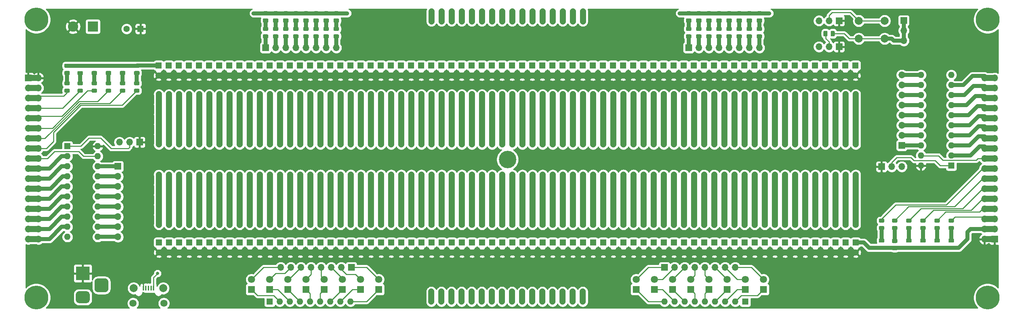
<source format=gbr>
%TF.GenerationSoftware,KiCad,Pcbnew,(5.1.10-1-10_14)*%
%TF.CreationDate,2021-08-21T14:50:14-04:00*%
%TF.ProjectId,breadboard-prototype,62726561-6462-46f6-9172-642d70726f74,rev?*%
%TF.SameCoordinates,Original*%
%TF.FileFunction,Copper,L1,Top*%
%TF.FilePolarity,Positive*%
%FSLAX46Y46*%
G04 Gerber Fmt 4.6, Leading zero omitted, Abs format (unit mm)*
G04 Created by KiCad (PCBNEW (5.1.10-1-10_14)) date 2021-08-21 14:50:14*
%MOMM*%
%LPD*%
G01*
G04 APERTURE LIST*
%TA.AperFunction,ComponentPad*%
%ADD10O,1.600000X1.600000*%
%TD*%
%TA.AperFunction,ComponentPad*%
%ADD11R,1.600000X1.600000*%
%TD*%
%TA.AperFunction,ComponentPad*%
%ADD12O,1.700000X1.700000*%
%TD*%
%TA.AperFunction,ComponentPad*%
%ADD13R,1.700000X1.700000*%
%TD*%
%TA.AperFunction,ComponentPad*%
%ADD14C,2.000000*%
%TD*%
%TA.AperFunction,ComponentPad*%
%ADD15C,1.800000*%
%TD*%
%TA.AperFunction,SMDPad,CuDef*%
%ADD16R,0.450000X1.300000*%
%TD*%
%TA.AperFunction,ComponentPad*%
%ADD17R,3.500000X3.500000*%
%TD*%
%TA.AperFunction,ComponentPad*%
%ADD18R,1.800000X1.800000*%
%TD*%
%TA.AperFunction,ComponentPad*%
%ADD19C,1.524000*%
%TD*%
%TA.AperFunction,ComponentPad*%
%ADD20C,1.600000*%
%TD*%
%TA.AperFunction,ComponentPad*%
%ADD21C,0.700000*%
%TD*%
%TA.AperFunction,ComponentPad*%
%ADD22C,4.400000*%
%TD*%
%TA.AperFunction,ComponentPad*%
%ADD23R,1.524000X1.524000*%
%TD*%
%TA.AperFunction,ComponentPad*%
%ADD24C,0.800000*%
%TD*%
%TA.AperFunction,ComponentPad*%
%ADD25C,6.000000*%
%TD*%
%TA.AperFunction,ComponentPad*%
%ADD26C,2.600000*%
%TD*%
%TA.AperFunction,ComponentPad*%
%ADD27R,2.600000X2.600000*%
%TD*%
%TA.AperFunction,ViaPad*%
%ADD28C,0.800000*%
%TD*%
%TA.AperFunction,Conductor*%
%ADD29C,1.000000*%
%TD*%
%TA.AperFunction,Conductor*%
%ADD30C,1.500000*%
%TD*%
%TA.AperFunction,Conductor*%
%ADD31C,0.250000*%
%TD*%
%TA.AperFunction,Conductor*%
%ADD32C,0.254000*%
%TD*%
%TA.AperFunction,Conductor*%
%ADD33C,0.100000*%
%TD*%
G04 APERTURE END LIST*
D10*
%TO.P,U2,20*%
%TO.N,VCC*%
X354584000Y-73660000D03*
%TO.P,U2,10*%
%TO.N,GND*%
X362204000Y-50800000D03*
%TO.P,U2,19*%
%TO.N,Net-(J6-Pad17)*%
X354584000Y-71120000D03*
%TO.P,U2,9*%
%TO.N,Net-(J6-Pad33)*%
X362204000Y-53340000D03*
%TO.P,U2,18*%
%TO.N,Net-(J8-Pad1)*%
X354584000Y-68580000D03*
%TO.P,U2,8*%
%TO.N,Net-(J6-Pad31)*%
X362204000Y-55880000D03*
%TO.P,U2,17*%
%TO.N,Net-(J8-Pad2)*%
X354584000Y-66040000D03*
%TO.P,U2,7*%
%TO.N,Net-(J6-Pad29)*%
X362204000Y-58420000D03*
%TO.P,U2,16*%
%TO.N,Net-(J8-Pad3)*%
X354584000Y-63500000D03*
%TO.P,U2,6*%
%TO.N,Net-(J6-Pad27)*%
X362204000Y-60960000D03*
%TO.P,U2,15*%
%TO.N,Net-(J8-Pad4)*%
X354584000Y-60960000D03*
%TO.P,U2,5*%
%TO.N,Net-(J6-Pad25)*%
X362204000Y-63500000D03*
%TO.P,U2,14*%
%TO.N,Net-(J8-Pad5)*%
X354584000Y-58420000D03*
%TO.P,U2,4*%
%TO.N,Net-(J6-Pad23)*%
X362204000Y-66040000D03*
%TO.P,U2,13*%
%TO.N,Net-(J8-Pad6)*%
X354584000Y-55880000D03*
%TO.P,U2,3*%
%TO.N,Net-(J6-Pad21)*%
X362204000Y-68580000D03*
%TO.P,U2,12*%
%TO.N,Net-(J8-Pad7)*%
X354584000Y-53340000D03*
%TO.P,U2,2*%
%TO.N,Net-(J6-Pad19)*%
X362204000Y-71120000D03*
%TO.P,U2,11*%
%TO.N,Net-(J8-Pad8)*%
X354584000Y-50800000D03*
D11*
%TO.P,U2,1*%
%TO.N,Net-(J7-Pad2)*%
X362204000Y-73660000D03*
%TD*%
D10*
%TO.P,U1,20*%
%TO.N,VCC*%
X147530000Y-68784000D03*
%TO.P,U1,10*%
%TO.N,GND*%
X139910000Y-91644000D03*
%TO.P,U1,19*%
%TO.N,Net-(J1-Pad17)*%
X147530000Y-71324000D03*
%TO.P,U1,9*%
%TO.N,Net-(J1-Pad33)*%
X139910000Y-89104000D03*
%TO.P,U1,18*%
%TO.N,Net-(J3-Pad1)*%
X147530000Y-73864000D03*
%TO.P,U1,8*%
%TO.N,Net-(J1-Pad31)*%
X139910000Y-86564000D03*
%TO.P,U1,17*%
%TO.N,Net-(J3-Pad2)*%
X147530000Y-76404000D03*
%TO.P,U1,7*%
%TO.N,Net-(J1-Pad29)*%
X139910000Y-84024000D03*
%TO.P,U1,16*%
%TO.N,Net-(J3-Pad3)*%
X147530000Y-78944000D03*
%TO.P,U1,6*%
%TO.N,Net-(J1-Pad27)*%
X139910000Y-81484000D03*
%TO.P,U1,15*%
%TO.N,Net-(J3-Pad4)*%
X147530000Y-81484000D03*
%TO.P,U1,5*%
%TO.N,Net-(J1-Pad25)*%
X139910000Y-78944000D03*
%TO.P,U1,14*%
%TO.N,Net-(J3-Pad5)*%
X147530000Y-84024000D03*
%TO.P,U1,4*%
%TO.N,Net-(J1-Pad23)*%
X139910000Y-76404000D03*
%TO.P,U1,13*%
%TO.N,Net-(J3-Pad6)*%
X147530000Y-86564000D03*
%TO.P,U1,3*%
%TO.N,Net-(J1-Pad21)*%
X139910000Y-73864000D03*
%TO.P,U1,12*%
%TO.N,Net-(J3-Pad7)*%
X147530000Y-89104000D03*
%TO.P,U1,2*%
%TO.N,Net-(J1-Pad19)*%
X139910000Y-71324000D03*
%TO.P,U1,11*%
%TO.N,Net-(J3-Pad8)*%
X147530000Y-91644000D03*
D11*
%TO.P,U1,1*%
%TO.N,Net-(J2-Pad2)*%
X139910000Y-68784000D03*
%TD*%
D12*
%TO.P,J20,3*%
%TO.N,Net-(J20-Pad1)*%
X350266000Y-42164000D03*
%TO.P,J20,2*%
X350266000Y-39624000D03*
D13*
%TO.P,J20,1*%
X350266000Y-37084000D03*
%TD*%
%TO.P,R29,2*%
%TO.N,Net-(J18-Pad2)*%
%TA.AperFunction,SMDPad,CuDef*%
G36*
G01*
X331070000Y-39935999D02*
X331070000Y-40836001D01*
G75*
G02*
X330820001Y-41086000I-249999J0D01*
G01*
X330294999Y-41086000D01*
G75*
G02*
X330045000Y-40836001I0J249999D01*
G01*
X330045000Y-39935999D01*
G75*
G02*
X330294999Y-39686000I249999J0D01*
G01*
X330820001Y-39686000D01*
G75*
G02*
X331070000Y-39935999I0J-249999D01*
G01*
G37*
%TD.AperFunction*%
%TO.P,R29,1*%
%TO.N,Net-(J20-Pad1)*%
%TA.AperFunction,SMDPad,CuDef*%
G36*
G01*
X332895000Y-39935999D02*
X332895000Y-40836001D01*
G75*
G02*
X332645001Y-41086000I-249999J0D01*
G01*
X332119999Y-41086000D01*
G75*
G02*
X331870000Y-40836001I0J249999D01*
G01*
X331870000Y-39935999D01*
G75*
G02*
X332119999Y-39686000I249999J0D01*
G01*
X332645001Y-39686000D01*
G75*
G02*
X332895000Y-39935999I0J-249999D01*
G01*
G37*
%TD.AperFunction*%
%TD*%
D12*
%TO.P,J18,3*%
%TO.N,GND*%
X328930000Y-43688000D03*
%TO.P,J18,2*%
%TO.N,Net-(J18-Pad2)*%
X331470000Y-43688000D03*
D13*
%TO.P,J18,1*%
%TO.N,VCC*%
X334010000Y-43688000D03*
%TD*%
D12*
%TO.P,J19,3*%
%TO.N,GND*%
X328930000Y-37142000D03*
%TO.P,J19,2*%
%TO.N,Net-(J19-Pad2)*%
X331470000Y-37142000D03*
D13*
%TO.P,J19,1*%
%TO.N,VCC*%
X334010000Y-37142000D03*
%TD*%
D14*
%TO.P,SW1,1*%
%TO.N,Net-(J20-Pad1)*%
X338940000Y-41656000D03*
%TO.P,SW1,2*%
%TO.N,Net-(J19-Pad2)*%
X338940000Y-37156000D03*
%TO.P,SW1,1*%
%TO.N,Net-(J20-Pad1)*%
X345440000Y-41656000D03*
%TO.P,SW1,2*%
%TO.N,Net-(J19-Pad2)*%
X345440000Y-37156000D03*
%TD*%
D15*
%TO.P,J4,6*%
%TO.N,GND*%
X164149000Y-108376000D03*
X156399000Y-108376000D03*
D14*
X163999000Y-104576000D03*
X156549000Y-104576000D03*
D16*
%TO.P,J4,5*%
X161574000Y-104526000D03*
%TO.P,J4,4*%
%TO.N,Net-(J4-Pad4)*%
X160924000Y-104526000D03*
%TO.P,J4,3*%
%TO.N,Net-(J4-Pad3)*%
X160274000Y-104526000D03*
%TO.P,J4,2*%
%TO.N,Net-(J4-Pad2)*%
X159624000Y-104526000D03*
%TO.P,J4,1*%
%TO.N,VCC*%
X158974000Y-104526000D03*
%TD*%
%TO.P,J17,3*%
%TO.N,N/C*%
%TA.AperFunction,ComponentPad*%
G36*
G01*
X149339000Y-105588000D02*
X147589000Y-105588000D01*
G75*
G02*
X146714000Y-104713000I0J875000D01*
G01*
X146714000Y-102963000D01*
G75*
G02*
X147589000Y-102088000I875000J0D01*
G01*
X149339000Y-102088000D01*
G75*
G02*
X150214000Y-102963000I0J-875000D01*
G01*
X150214000Y-104713000D01*
G75*
G02*
X149339000Y-105588000I-875000J0D01*
G01*
G37*
%TD.AperFunction*%
%TO.P,J17,2*%
%TO.N,GND*%
%TA.AperFunction,ComponentPad*%
G36*
G01*
X144764000Y-108338000D02*
X142764000Y-108338000D01*
G75*
G02*
X142014000Y-107588000I0J750000D01*
G01*
X142014000Y-106088000D01*
G75*
G02*
X142764000Y-105338000I750000J0D01*
G01*
X144764000Y-105338000D01*
G75*
G02*
X145514000Y-106088000I0J-750000D01*
G01*
X145514000Y-107588000D01*
G75*
G02*
X144764000Y-108338000I-750000J0D01*
G01*
G37*
%TD.AperFunction*%
D17*
%TO.P,J17,1*%
%TO.N,VCC*%
X143764000Y-100838000D03*
%TD*%
D10*
%TO.P,RN2,9*%
%TO.N,Net-(D37-Pad1)*%
X290068000Y-107950000D03*
%TO.P,RN2,8*%
%TO.N,Net-(D38-Pad1)*%
X292608000Y-107950000D03*
%TO.P,RN2,7*%
%TO.N,Net-(D39-Pad1)*%
X295148000Y-107950000D03*
%TO.P,RN2,6*%
%TO.N,Net-(D40-Pad1)*%
X297688000Y-107950000D03*
%TO.P,RN2,5*%
%TO.N,Net-(D41-Pad1)*%
X300228000Y-107950000D03*
%TO.P,RN2,4*%
%TO.N,Net-(D42-Pad1)*%
X302768000Y-107950000D03*
%TO.P,RN2,3*%
%TO.N,Net-(D43-Pad1)*%
X305308000Y-107950000D03*
%TO.P,RN2,2*%
%TO.N,Net-(D44-Pad1)*%
X307848000Y-107950000D03*
D11*
%TO.P,RN2,1*%
%TO.N,GND*%
X310388000Y-107950000D03*
%TD*%
D12*
%TO.P,J16,8*%
%TO.N,Net-(D44-Pad2)*%
X307848000Y-99314000D03*
%TO.P,J16,7*%
%TO.N,Net-(D43-Pad2)*%
X305308000Y-99314000D03*
%TO.P,J16,6*%
%TO.N,Net-(D42-Pad2)*%
X302768000Y-99314000D03*
%TO.P,J16,5*%
%TO.N,Net-(D41-Pad2)*%
X300228000Y-99314000D03*
%TO.P,J16,4*%
%TO.N,Net-(D40-Pad2)*%
X297688000Y-99314000D03*
%TO.P,J16,3*%
%TO.N,Net-(D39-Pad2)*%
X295148000Y-99314000D03*
%TO.P,J16,2*%
%TO.N,Net-(D38-Pad2)*%
X292608000Y-99314000D03*
D13*
%TO.P,J16,1*%
%TO.N,Net-(D37-Pad2)*%
X290068000Y-99314000D03*
%TD*%
D15*
%TO.P,D44,2*%
%TO.N,Net-(D44-Pad2)*%
X314960000Y-102362000D03*
D18*
%TO.P,D44,1*%
%TO.N,Net-(D44-Pad1)*%
X314960000Y-104902000D03*
%TD*%
D15*
%TO.P,D43,2*%
%TO.N,Net-(D43-Pad2)*%
X310388000Y-102362000D03*
D18*
%TO.P,D43,1*%
%TO.N,Net-(D43-Pad1)*%
X310388000Y-104902000D03*
%TD*%
D15*
%TO.P,D42,2*%
%TO.N,Net-(D42-Pad2)*%
X305816000Y-102362000D03*
D18*
%TO.P,D42,1*%
%TO.N,Net-(D42-Pad1)*%
X305816000Y-104902000D03*
%TD*%
D15*
%TO.P,D41,2*%
%TO.N,Net-(D41-Pad2)*%
X301244000Y-102362000D03*
D18*
%TO.P,D41,1*%
%TO.N,Net-(D41-Pad1)*%
X301244000Y-104902000D03*
%TD*%
D15*
%TO.P,D40,2*%
%TO.N,Net-(D40-Pad2)*%
X296672000Y-102362000D03*
D18*
%TO.P,D40,1*%
%TO.N,Net-(D40-Pad1)*%
X296672000Y-104902000D03*
%TD*%
D15*
%TO.P,D39,2*%
%TO.N,Net-(D39-Pad2)*%
X292100000Y-102362000D03*
D18*
%TO.P,D39,1*%
%TO.N,Net-(D39-Pad1)*%
X292100000Y-104902000D03*
%TD*%
D15*
%TO.P,D38,2*%
%TO.N,Net-(D38-Pad2)*%
X287528000Y-102362000D03*
D18*
%TO.P,D38,1*%
%TO.N,Net-(D38-Pad1)*%
X287528000Y-104902000D03*
%TD*%
D15*
%TO.P,D37,2*%
%TO.N,Net-(D37-Pad2)*%
X282956000Y-102362000D03*
D18*
%TO.P,D37,1*%
%TO.N,Net-(D37-Pad1)*%
X282956000Y-104902000D03*
%TD*%
D10*
%TO.P,RN1,9*%
%TO.N,Net-(D29-Pad1)*%
X211074000Y-107950000D03*
%TO.P,RN1,8*%
%TO.N,Net-(D30-Pad1)*%
X208534000Y-107950000D03*
%TO.P,RN1,7*%
%TO.N,Net-(D31-Pad1)*%
X205994000Y-107950000D03*
%TO.P,RN1,6*%
%TO.N,Net-(D32-Pad1)*%
X203454000Y-107950000D03*
%TO.P,RN1,5*%
%TO.N,Net-(D33-Pad1)*%
X200914000Y-107950000D03*
%TO.P,RN1,4*%
%TO.N,Net-(D34-Pad1)*%
X198374000Y-107950000D03*
%TO.P,RN1,3*%
%TO.N,Net-(D35-Pad1)*%
X195834000Y-107950000D03*
%TO.P,RN1,2*%
%TO.N,Net-(D36-Pad1)*%
X193294000Y-107950000D03*
D11*
%TO.P,RN1,1*%
%TO.N,GND*%
X190754000Y-107950000D03*
%TD*%
D12*
%TO.P,J15,8*%
%TO.N,Net-(D36-Pad2)*%
X193548000Y-99314000D03*
%TO.P,J15,7*%
%TO.N,Net-(D35-Pad2)*%
X196088000Y-99314000D03*
%TO.P,J15,6*%
%TO.N,Net-(D34-Pad2)*%
X198628000Y-99314000D03*
%TO.P,J15,5*%
%TO.N,Net-(D33-Pad2)*%
X201168000Y-99314000D03*
%TO.P,J15,4*%
%TO.N,Net-(D32-Pad2)*%
X203708000Y-99314000D03*
%TO.P,J15,3*%
%TO.N,Net-(D31-Pad2)*%
X206248000Y-99314000D03*
%TO.P,J15,2*%
%TO.N,Net-(D30-Pad2)*%
X208788000Y-99314000D03*
D13*
%TO.P,J15,1*%
%TO.N,Net-(D29-Pad2)*%
X211328000Y-99314000D03*
%TD*%
D15*
%TO.P,D36,2*%
%TO.N,Net-(D36-Pad2)*%
X186182000Y-102362000D03*
D18*
%TO.P,D36,1*%
%TO.N,Net-(D36-Pad1)*%
X186182000Y-104902000D03*
%TD*%
D15*
%TO.P,D35,2*%
%TO.N,Net-(D35-Pad2)*%
X190754000Y-102362000D03*
D18*
%TO.P,D35,1*%
%TO.N,Net-(D35-Pad1)*%
X190754000Y-104902000D03*
%TD*%
D15*
%TO.P,D34,2*%
%TO.N,Net-(D34-Pad2)*%
X195326000Y-102362000D03*
D18*
%TO.P,D34,1*%
%TO.N,Net-(D34-Pad1)*%
X195326000Y-104902000D03*
%TD*%
D15*
%TO.P,D33,2*%
%TO.N,Net-(D33-Pad2)*%
X199898000Y-102362000D03*
D18*
%TO.P,D33,1*%
%TO.N,Net-(D33-Pad1)*%
X199898000Y-104902000D03*
%TD*%
D15*
%TO.P,D32,2*%
%TO.N,Net-(D32-Pad2)*%
X204470000Y-102362000D03*
D18*
%TO.P,D32,1*%
%TO.N,Net-(D32-Pad1)*%
X204470000Y-104902000D03*
%TD*%
D15*
%TO.P,D31,2*%
%TO.N,Net-(D31-Pad2)*%
X209042000Y-102362000D03*
D18*
%TO.P,D31,1*%
%TO.N,Net-(D31-Pad1)*%
X209042000Y-104902000D03*
%TD*%
D15*
%TO.P,D30,2*%
%TO.N,Net-(D30-Pad2)*%
X213614000Y-102362000D03*
D18*
%TO.P,D30,1*%
%TO.N,Net-(D30-Pad1)*%
X213614000Y-104902000D03*
%TD*%
D15*
%TO.P,D29,2*%
%TO.N,Net-(D29-Pad2)*%
X218186000Y-102362000D03*
D18*
%TO.P,D29,1*%
%TO.N,Net-(D29-Pad1)*%
X218186000Y-104902000D03*
%TD*%
%TO.P,R28,2*%
%TO.N,GND*%
%TA.AperFunction,SMDPad,CuDef*%
G36*
G01*
X314394002Y-35771500D02*
X313493998Y-35771500D01*
G75*
G02*
X313244000Y-35521502I0J249998D01*
G01*
X313244000Y-34996498D01*
G75*
G02*
X313493998Y-34746500I249998J0D01*
G01*
X314394002Y-34746500D01*
G75*
G02*
X314644000Y-34996498I0J-249998D01*
G01*
X314644000Y-35521502D01*
G75*
G02*
X314394002Y-35771500I-249998J0D01*
G01*
G37*
%TD.AperFunction*%
%TO.P,R28,1*%
%TO.N,Net-(D28-Pad1)*%
%TA.AperFunction,SMDPad,CuDef*%
G36*
G01*
X314394002Y-37596500D02*
X313493998Y-37596500D01*
G75*
G02*
X313244000Y-37346502I0J249998D01*
G01*
X313244000Y-36821498D01*
G75*
G02*
X313493998Y-36571500I249998J0D01*
G01*
X314394002Y-36571500D01*
G75*
G02*
X314644000Y-36821498I0J-249998D01*
G01*
X314644000Y-37346502D01*
G75*
G02*
X314394002Y-37596500I-249998J0D01*
G01*
G37*
%TD.AperFunction*%
%TD*%
%TO.P,R27,2*%
%TO.N,GND*%
%TA.AperFunction,SMDPad,CuDef*%
G36*
G01*
X311854002Y-35771500D02*
X310953998Y-35771500D01*
G75*
G02*
X310704000Y-35521502I0J249998D01*
G01*
X310704000Y-34996498D01*
G75*
G02*
X310953998Y-34746500I249998J0D01*
G01*
X311854002Y-34746500D01*
G75*
G02*
X312104000Y-34996498I0J-249998D01*
G01*
X312104000Y-35521502D01*
G75*
G02*
X311854002Y-35771500I-249998J0D01*
G01*
G37*
%TD.AperFunction*%
%TO.P,R27,1*%
%TO.N,Net-(D27-Pad1)*%
%TA.AperFunction,SMDPad,CuDef*%
G36*
G01*
X311854002Y-37596500D02*
X310953998Y-37596500D01*
G75*
G02*
X310704000Y-37346502I0J249998D01*
G01*
X310704000Y-36821498D01*
G75*
G02*
X310953998Y-36571500I249998J0D01*
G01*
X311854002Y-36571500D01*
G75*
G02*
X312104000Y-36821498I0J-249998D01*
G01*
X312104000Y-37346502D01*
G75*
G02*
X311854002Y-37596500I-249998J0D01*
G01*
G37*
%TD.AperFunction*%
%TD*%
%TO.P,R26,2*%
%TO.N,GND*%
%TA.AperFunction,SMDPad,CuDef*%
G36*
G01*
X309314002Y-35771500D02*
X308413998Y-35771500D01*
G75*
G02*
X308164000Y-35521502I0J249998D01*
G01*
X308164000Y-34996498D01*
G75*
G02*
X308413998Y-34746500I249998J0D01*
G01*
X309314002Y-34746500D01*
G75*
G02*
X309564000Y-34996498I0J-249998D01*
G01*
X309564000Y-35521502D01*
G75*
G02*
X309314002Y-35771500I-249998J0D01*
G01*
G37*
%TD.AperFunction*%
%TO.P,R26,1*%
%TO.N,Net-(D26-Pad1)*%
%TA.AperFunction,SMDPad,CuDef*%
G36*
G01*
X309314002Y-37596500D02*
X308413998Y-37596500D01*
G75*
G02*
X308164000Y-37346502I0J249998D01*
G01*
X308164000Y-36821498D01*
G75*
G02*
X308413998Y-36571500I249998J0D01*
G01*
X309314002Y-36571500D01*
G75*
G02*
X309564000Y-36821498I0J-249998D01*
G01*
X309564000Y-37346502D01*
G75*
G02*
X309314002Y-37596500I-249998J0D01*
G01*
G37*
%TD.AperFunction*%
%TD*%
%TO.P,R25,2*%
%TO.N,GND*%
%TA.AperFunction,SMDPad,CuDef*%
G36*
G01*
X306774002Y-35771500D02*
X305873998Y-35771500D01*
G75*
G02*
X305624000Y-35521502I0J249998D01*
G01*
X305624000Y-34996498D01*
G75*
G02*
X305873998Y-34746500I249998J0D01*
G01*
X306774002Y-34746500D01*
G75*
G02*
X307024000Y-34996498I0J-249998D01*
G01*
X307024000Y-35521502D01*
G75*
G02*
X306774002Y-35771500I-249998J0D01*
G01*
G37*
%TD.AperFunction*%
%TO.P,R25,1*%
%TO.N,Net-(D25-Pad1)*%
%TA.AperFunction,SMDPad,CuDef*%
G36*
G01*
X306774002Y-37596500D02*
X305873998Y-37596500D01*
G75*
G02*
X305624000Y-37346502I0J249998D01*
G01*
X305624000Y-36821498D01*
G75*
G02*
X305873998Y-36571500I249998J0D01*
G01*
X306774002Y-36571500D01*
G75*
G02*
X307024000Y-36821498I0J-249998D01*
G01*
X307024000Y-37346502D01*
G75*
G02*
X306774002Y-37596500I-249998J0D01*
G01*
G37*
%TD.AperFunction*%
%TD*%
%TO.P,R24,2*%
%TO.N,GND*%
%TA.AperFunction,SMDPad,CuDef*%
G36*
G01*
X304234002Y-35771500D02*
X303333998Y-35771500D01*
G75*
G02*
X303084000Y-35521502I0J249998D01*
G01*
X303084000Y-34996498D01*
G75*
G02*
X303333998Y-34746500I249998J0D01*
G01*
X304234002Y-34746500D01*
G75*
G02*
X304484000Y-34996498I0J-249998D01*
G01*
X304484000Y-35521502D01*
G75*
G02*
X304234002Y-35771500I-249998J0D01*
G01*
G37*
%TD.AperFunction*%
%TO.P,R24,1*%
%TO.N,Net-(D24-Pad1)*%
%TA.AperFunction,SMDPad,CuDef*%
G36*
G01*
X304234002Y-37596500D02*
X303333998Y-37596500D01*
G75*
G02*
X303084000Y-37346502I0J249998D01*
G01*
X303084000Y-36821498D01*
G75*
G02*
X303333998Y-36571500I249998J0D01*
G01*
X304234002Y-36571500D01*
G75*
G02*
X304484000Y-36821498I0J-249998D01*
G01*
X304484000Y-37346502D01*
G75*
G02*
X304234002Y-37596500I-249998J0D01*
G01*
G37*
%TD.AperFunction*%
%TD*%
%TO.P,R23,2*%
%TO.N,GND*%
%TA.AperFunction,SMDPad,CuDef*%
G36*
G01*
X301694002Y-35771500D02*
X300793998Y-35771500D01*
G75*
G02*
X300544000Y-35521502I0J249998D01*
G01*
X300544000Y-34996498D01*
G75*
G02*
X300793998Y-34746500I249998J0D01*
G01*
X301694002Y-34746500D01*
G75*
G02*
X301944000Y-34996498I0J-249998D01*
G01*
X301944000Y-35521502D01*
G75*
G02*
X301694002Y-35771500I-249998J0D01*
G01*
G37*
%TD.AperFunction*%
%TO.P,R23,1*%
%TO.N,Net-(D23-Pad1)*%
%TA.AperFunction,SMDPad,CuDef*%
G36*
G01*
X301694002Y-37596500D02*
X300793998Y-37596500D01*
G75*
G02*
X300544000Y-37346502I0J249998D01*
G01*
X300544000Y-36821498D01*
G75*
G02*
X300793998Y-36571500I249998J0D01*
G01*
X301694002Y-36571500D01*
G75*
G02*
X301944000Y-36821498I0J-249998D01*
G01*
X301944000Y-37346502D01*
G75*
G02*
X301694002Y-37596500I-249998J0D01*
G01*
G37*
%TD.AperFunction*%
%TD*%
%TO.P,R22,2*%
%TO.N,GND*%
%TA.AperFunction,SMDPad,CuDef*%
G36*
G01*
X299154002Y-35771500D02*
X298253998Y-35771500D01*
G75*
G02*
X298004000Y-35521502I0J249998D01*
G01*
X298004000Y-34996498D01*
G75*
G02*
X298253998Y-34746500I249998J0D01*
G01*
X299154002Y-34746500D01*
G75*
G02*
X299404000Y-34996498I0J-249998D01*
G01*
X299404000Y-35521502D01*
G75*
G02*
X299154002Y-35771500I-249998J0D01*
G01*
G37*
%TD.AperFunction*%
%TO.P,R22,1*%
%TO.N,Net-(D22-Pad1)*%
%TA.AperFunction,SMDPad,CuDef*%
G36*
G01*
X299154002Y-37596500D02*
X298253998Y-37596500D01*
G75*
G02*
X298004000Y-37346502I0J249998D01*
G01*
X298004000Y-36821498D01*
G75*
G02*
X298253998Y-36571500I249998J0D01*
G01*
X299154002Y-36571500D01*
G75*
G02*
X299404000Y-36821498I0J-249998D01*
G01*
X299404000Y-37346502D01*
G75*
G02*
X299154002Y-37596500I-249998J0D01*
G01*
G37*
%TD.AperFunction*%
%TD*%
%TO.P,R21,2*%
%TO.N,GND*%
%TA.AperFunction,SMDPad,CuDef*%
G36*
G01*
X296614002Y-35771500D02*
X295713998Y-35771500D01*
G75*
G02*
X295464000Y-35521502I0J249998D01*
G01*
X295464000Y-34996498D01*
G75*
G02*
X295713998Y-34746500I249998J0D01*
G01*
X296614002Y-34746500D01*
G75*
G02*
X296864000Y-34996498I0J-249998D01*
G01*
X296864000Y-35521502D01*
G75*
G02*
X296614002Y-35771500I-249998J0D01*
G01*
G37*
%TD.AperFunction*%
%TO.P,R21,1*%
%TO.N,Net-(D21-Pad1)*%
%TA.AperFunction,SMDPad,CuDef*%
G36*
G01*
X296614002Y-37596500D02*
X295713998Y-37596500D01*
G75*
G02*
X295464000Y-37346502I0J249998D01*
G01*
X295464000Y-36821498D01*
G75*
G02*
X295713998Y-36571500I249998J0D01*
G01*
X296614002Y-36571500D01*
G75*
G02*
X296864000Y-36821498I0J-249998D01*
G01*
X296864000Y-37346502D01*
G75*
G02*
X296614002Y-37596500I-249998J0D01*
G01*
G37*
%TD.AperFunction*%
%TD*%
D12*
%TO.P,J13,8*%
%TO.N,Net-(D28-Pad2)*%
X313944000Y-43942000D03*
%TO.P,J13,7*%
%TO.N,Net-(D27-Pad2)*%
X311404000Y-43942000D03*
%TO.P,J13,6*%
%TO.N,Net-(D26-Pad2)*%
X308864000Y-43942000D03*
%TO.P,J13,5*%
%TO.N,Net-(D25-Pad2)*%
X306324000Y-43942000D03*
%TO.P,J13,4*%
%TO.N,Net-(D24-Pad2)*%
X303784000Y-43942000D03*
%TO.P,J13,3*%
%TO.N,Net-(D23-Pad2)*%
X301244000Y-43942000D03*
%TO.P,J13,2*%
%TO.N,Net-(D22-Pad2)*%
X298704000Y-43942000D03*
D13*
%TO.P,J13,1*%
%TO.N,Net-(D21-Pad2)*%
X296164000Y-43942000D03*
%TD*%
%TO.P,D28,2*%
%TO.N,Net-(D28-Pad2)*%
%TA.AperFunction,SMDPad,CuDef*%
G36*
G01*
X313487750Y-40582000D02*
X314400250Y-40582000D01*
G75*
G02*
X314644000Y-40825750I0J-243750D01*
G01*
X314644000Y-41313250D01*
G75*
G02*
X314400250Y-41557000I-243750J0D01*
G01*
X313487750Y-41557000D01*
G75*
G02*
X313244000Y-41313250I0J243750D01*
G01*
X313244000Y-40825750D01*
G75*
G02*
X313487750Y-40582000I243750J0D01*
G01*
G37*
%TD.AperFunction*%
%TO.P,D28,1*%
%TO.N,Net-(D28-Pad1)*%
%TA.AperFunction,SMDPad,CuDef*%
G36*
G01*
X313487750Y-38707000D02*
X314400250Y-38707000D01*
G75*
G02*
X314644000Y-38950750I0J-243750D01*
G01*
X314644000Y-39438250D01*
G75*
G02*
X314400250Y-39682000I-243750J0D01*
G01*
X313487750Y-39682000D01*
G75*
G02*
X313244000Y-39438250I0J243750D01*
G01*
X313244000Y-38950750D01*
G75*
G02*
X313487750Y-38707000I243750J0D01*
G01*
G37*
%TD.AperFunction*%
%TD*%
%TO.P,D27,2*%
%TO.N,Net-(D27-Pad2)*%
%TA.AperFunction,SMDPad,CuDef*%
G36*
G01*
X310947750Y-40582000D02*
X311860250Y-40582000D01*
G75*
G02*
X312104000Y-40825750I0J-243750D01*
G01*
X312104000Y-41313250D01*
G75*
G02*
X311860250Y-41557000I-243750J0D01*
G01*
X310947750Y-41557000D01*
G75*
G02*
X310704000Y-41313250I0J243750D01*
G01*
X310704000Y-40825750D01*
G75*
G02*
X310947750Y-40582000I243750J0D01*
G01*
G37*
%TD.AperFunction*%
%TO.P,D27,1*%
%TO.N,Net-(D27-Pad1)*%
%TA.AperFunction,SMDPad,CuDef*%
G36*
G01*
X310947750Y-38707000D02*
X311860250Y-38707000D01*
G75*
G02*
X312104000Y-38950750I0J-243750D01*
G01*
X312104000Y-39438250D01*
G75*
G02*
X311860250Y-39682000I-243750J0D01*
G01*
X310947750Y-39682000D01*
G75*
G02*
X310704000Y-39438250I0J243750D01*
G01*
X310704000Y-38950750D01*
G75*
G02*
X310947750Y-38707000I243750J0D01*
G01*
G37*
%TD.AperFunction*%
%TD*%
%TO.P,D26,2*%
%TO.N,Net-(D26-Pad2)*%
%TA.AperFunction,SMDPad,CuDef*%
G36*
G01*
X308407750Y-40582000D02*
X309320250Y-40582000D01*
G75*
G02*
X309564000Y-40825750I0J-243750D01*
G01*
X309564000Y-41313250D01*
G75*
G02*
X309320250Y-41557000I-243750J0D01*
G01*
X308407750Y-41557000D01*
G75*
G02*
X308164000Y-41313250I0J243750D01*
G01*
X308164000Y-40825750D01*
G75*
G02*
X308407750Y-40582000I243750J0D01*
G01*
G37*
%TD.AperFunction*%
%TO.P,D26,1*%
%TO.N,Net-(D26-Pad1)*%
%TA.AperFunction,SMDPad,CuDef*%
G36*
G01*
X308407750Y-38707000D02*
X309320250Y-38707000D01*
G75*
G02*
X309564000Y-38950750I0J-243750D01*
G01*
X309564000Y-39438250D01*
G75*
G02*
X309320250Y-39682000I-243750J0D01*
G01*
X308407750Y-39682000D01*
G75*
G02*
X308164000Y-39438250I0J243750D01*
G01*
X308164000Y-38950750D01*
G75*
G02*
X308407750Y-38707000I243750J0D01*
G01*
G37*
%TD.AperFunction*%
%TD*%
%TO.P,D25,2*%
%TO.N,Net-(D25-Pad2)*%
%TA.AperFunction,SMDPad,CuDef*%
G36*
G01*
X305867750Y-40582000D02*
X306780250Y-40582000D01*
G75*
G02*
X307024000Y-40825750I0J-243750D01*
G01*
X307024000Y-41313250D01*
G75*
G02*
X306780250Y-41557000I-243750J0D01*
G01*
X305867750Y-41557000D01*
G75*
G02*
X305624000Y-41313250I0J243750D01*
G01*
X305624000Y-40825750D01*
G75*
G02*
X305867750Y-40582000I243750J0D01*
G01*
G37*
%TD.AperFunction*%
%TO.P,D25,1*%
%TO.N,Net-(D25-Pad1)*%
%TA.AperFunction,SMDPad,CuDef*%
G36*
G01*
X305867750Y-38707000D02*
X306780250Y-38707000D01*
G75*
G02*
X307024000Y-38950750I0J-243750D01*
G01*
X307024000Y-39438250D01*
G75*
G02*
X306780250Y-39682000I-243750J0D01*
G01*
X305867750Y-39682000D01*
G75*
G02*
X305624000Y-39438250I0J243750D01*
G01*
X305624000Y-38950750D01*
G75*
G02*
X305867750Y-38707000I243750J0D01*
G01*
G37*
%TD.AperFunction*%
%TD*%
%TO.P,D24,2*%
%TO.N,Net-(D24-Pad2)*%
%TA.AperFunction,SMDPad,CuDef*%
G36*
G01*
X303327750Y-40582000D02*
X304240250Y-40582000D01*
G75*
G02*
X304484000Y-40825750I0J-243750D01*
G01*
X304484000Y-41313250D01*
G75*
G02*
X304240250Y-41557000I-243750J0D01*
G01*
X303327750Y-41557000D01*
G75*
G02*
X303084000Y-41313250I0J243750D01*
G01*
X303084000Y-40825750D01*
G75*
G02*
X303327750Y-40582000I243750J0D01*
G01*
G37*
%TD.AperFunction*%
%TO.P,D24,1*%
%TO.N,Net-(D24-Pad1)*%
%TA.AperFunction,SMDPad,CuDef*%
G36*
G01*
X303327750Y-38707000D02*
X304240250Y-38707000D01*
G75*
G02*
X304484000Y-38950750I0J-243750D01*
G01*
X304484000Y-39438250D01*
G75*
G02*
X304240250Y-39682000I-243750J0D01*
G01*
X303327750Y-39682000D01*
G75*
G02*
X303084000Y-39438250I0J243750D01*
G01*
X303084000Y-38950750D01*
G75*
G02*
X303327750Y-38707000I243750J0D01*
G01*
G37*
%TD.AperFunction*%
%TD*%
%TO.P,D23,2*%
%TO.N,Net-(D23-Pad2)*%
%TA.AperFunction,SMDPad,CuDef*%
G36*
G01*
X300787750Y-40582000D02*
X301700250Y-40582000D01*
G75*
G02*
X301944000Y-40825750I0J-243750D01*
G01*
X301944000Y-41313250D01*
G75*
G02*
X301700250Y-41557000I-243750J0D01*
G01*
X300787750Y-41557000D01*
G75*
G02*
X300544000Y-41313250I0J243750D01*
G01*
X300544000Y-40825750D01*
G75*
G02*
X300787750Y-40582000I243750J0D01*
G01*
G37*
%TD.AperFunction*%
%TO.P,D23,1*%
%TO.N,Net-(D23-Pad1)*%
%TA.AperFunction,SMDPad,CuDef*%
G36*
G01*
X300787750Y-38707000D02*
X301700250Y-38707000D01*
G75*
G02*
X301944000Y-38950750I0J-243750D01*
G01*
X301944000Y-39438250D01*
G75*
G02*
X301700250Y-39682000I-243750J0D01*
G01*
X300787750Y-39682000D01*
G75*
G02*
X300544000Y-39438250I0J243750D01*
G01*
X300544000Y-38950750D01*
G75*
G02*
X300787750Y-38707000I243750J0D01*
G01*
G37*
%TD.AperFunction*%
%TD*%
%TO.P,D22,2*%
%TO.N,Net-(D22-Pad2)*%
%TA.AperFunction,SMDPad,CuDef*%
G36*
G01*
X298247750Y-40582000D02*
X299160250Y-40582000D01*
G75*
G02*
X299404000Y-40825750I0J-243750D01*
G01*
X299404000Y-41313250D01*
G75*
G02*
X299160250Y-41557000I-243750J0D01*
G01*
X298247750Y-41557000D01*
G75*
G02*
X298004000Y-41313250I0J243750D01*
G01*
X298004000Y-40825750D01*
G75*
G02*
X298247750Y-40582000I243750J0D01*
G01*
G37*
%TD.AperFunction*%
%TO.P,D22,1*%
%TO.N,Net-(D22-Pad1)*%
%TA.AperFunction,SMDPad,CuDef*%
G36*
G01*
X298247750Y-38707000D02*
X299160250Y-38707000D01*
G75*
G02*
X299404000Y-38950750I0J-243750D01*
G01*
X299404000Y-39438250D01*
G75*
G02*
X299160250Y-39682000I-243750J0D01*
G01*
X298247750Y-39682000D01*
G75*
G02*
X298004000Y-39438250I0J243750D01*
G01*
X298004000Y-38950750D01*
G75*
G02*
X298247750Y-38707000I243750J0D01*
G01*
G37*
%TD.AperFunction*%
%TD*%
%TO.P,D21,2*%
%TO.N,Net-(D21-Pad2)*%
%TA.AperFunction,SMDPad,CuDef*%
G36*
G01*
X295707750Y-40582000D02*
X296620250Y-40582000D01*
G75*
G02*
X296864000Y-40825750I0J-243750D01*
G01*
X296864000Y-41313250D01*
G75*
G02*
X296620250Y-41557000I-243750J0D01*
G01*
X295707750Y-41557000D01*
G75*
G02*
X295464000Y-41313250I0J243750D01*
G01*
X295464000Y-40825750D01*
G75*
G02*
X295707750Y-40582000I243750J0D01*
G01*
G37*
%TD.AperFunction*%
%TO.P,D21,1*%
%TO.N,Net-(D21-Pad1)*%
%TA.AperFunction,SMDPad,CuDef*%
G36*
G01*
X295707750Y-38707000D02*
X296620250Y-38707000D01*
G75*
G02*
X296864000Y-38950750I0J-243750D01*
G01*
X296864000Y-39438250D01*
G75*
G02*
X296620250Y-39682000I-243750J0D01*
G01*
X295707750Y-39682000D01*
G75*
G02*
X295464000Y-39438250I0J243750D01*
G01*
X295464000Y-38950750D01*
G75*
G02*
X295707750Y-38707000I243750J0D01*
G01*
G37*
%TD.AperFunction*%
%TD*%
%TO.P,R20,2*%
%TO.N,GND*%
%TA.AperFunction,SMDPad,CuDef*%
G36*
G01*
X207968002Y-35771500D02*
X207067998Y-35771500D01*
G75*
G02*
X206818000Y-35521502I0J249998D01*
G01*
X206818000Y-34996498D01*
G75*
G02*
X207067998Y-34746500I249998J0D01*
G01*
X207968002Y-34746500D01*
G75*
G02*
X208218000Y-34996498I0J-249998D01*
G01*
X208218000Y-35521502D01*
G75*
G02*
X207968002Y-35771500I-249998J0D01*
G01*
G37*
%TD.AperFunction*%
%TO.P,R20,1*%
%TO.N,Net-(D20-Pad1)*%
%TA.AperFunction,SMDPad,CuDef*%
G36*
G01*
X207968002Y-37596500D02*
X207067998Y-37596500D01*
G75*
G02*
X206818000Y-37346502I0J249998D01*
G01*
X206818000Y-36821498D01*
G75*
G02*
X207067998Y-36571500I249998J0D01*
G01*
X207968002Y-36571500D01*
G75*
G02*
X208218000Y-36821498I0J-249998D01*
G01*
X208218000Y-37346502D01*
G75*
G02*
X207968002Y-37596500I-249998J0D01*
G01*
G37*
%TD.AperFunction*%
%TD*%
%TO.P,R19,2*%
%TO.N,GND*%
%TA.AperFunction,SMDPad,CuDef*%
G36*
G01*
X205428002Y-35771500D02*
X204527998Y-35771500D01*
G75*
G02*
X204278000Y-35521502I0J249998D01*
G01*
X204278000Y-34996498D01*
G75*
G02*
X204527998Y-34746500I249998J0D01*
G01*
X205428002Y-34746500D01*
G75*
G02*
X205678000Y-34996498I0J-249998D01*
G01*
X205678000Y-35521502D01*
G75*
G02*
X205428002Y-35771500I-249998J0D01*
G01*
G37*
%TD.AperFunction*%
%TO.P,R19,1*%
%TO.N,Net-(D19-Pad1)*%
%TA.AperFunction,SMDPad,CuDef*%
G36*
G01*
X205428002Y-37596500D02*
X204527998Y-37596500D01*
G75*
G02*
X204278000Y-37346502I0J249998D01*
G01*
X204278000Y-36821498D01*
G75*
G02*
X204527998Y-36571500I249998J0D01*
G01*
X205428002Y-36571500D01*
G75*
G02*
X205678000Y-36821498I0J-249998D01*
G01*
X205678000Y-37346502D01*
G75*
G02*
X205428002Y-37596500I-249998J0D01*
G01*
G37*
%TD.AperFunction*%
%TD*%
%TO.P,R18,2*%
%TO.N,GND*%
%TA.AperFunction,SMDPad,CuDef*%
G36*
G01*
X202888002Y-35771500D02*
X201987998Y-35771500D01*
G75*
G02*
X201738000Y-35521502I0J249998D01*
G01*
X201738000Y-34996498D01*
G75*
G02*
X201987998Y-34746500I249998J0D01*
G01*
X202888002Y-34746500D01*
G75*
G02*
X203138000Y-34996498I0J-249998D01*
G01*
X203138000Y-35521502D01*
G75*
G02*
X202888002Y-35771500I-249998J0D01*
G01*
G37*
%TD.AperFunction*%
%TO.P,R18,1*%
%TO.N,Net-(D18-Pad1)*%
%TA.AperFunction,SMDPad,CuDef*%
G36*
G01*
X202888002Y-37596500D02*
X201987998Y-37596500D01*
G75*
G02*
X201738000Y-37346502I0J249998D01*
G01*
X201738000Y-36821498D01*
G75*
G02*
X201987998Y-36571500I249998J0D01*
G01*
X202888002Y-36571500D01*
G75*
G02*
X203138000Y-36821498I0J-249998D01*
G01*
X203138000Y-37346502D01*
G75*
G02*
X202888002Y-37596500I-249998J0D01*
G01*
G37*
%TD.AperFunction*%
%TD*%
%TO.P,R17,2*%
%TO.N,GND*%
%TA.AperFunction,SMDPad,CuDef*%
G36*
G01*
X200348002Y-35771500D02*
X199447998Y-35771500D01*
G75*
G02*
X199198000Y-35521502I0J249998D01*
G01*
X199198000Y-34996498D01*
G75*
G02*
X199447998Y-34746500I249998J0D01*
G01*
X200348002Y-34746500D01*
G75*
G02*
X200598000Y-34996498I0J-249998D01*
G01*
X200598000Y-35521502D01*
G75*
G02*
X200348002Y-35771500I-249998J0D01*
G01*
G37*
%TD.AperFunction*%
%TO.P,R17,1*%
%TO.N,Net-(D17-Pad1)*%
%TA.AperFunction,SMDPad,CuDef*%
G36*
G01*
X200348002Y-37596500D02*
X199447998Y-37596500D01*
G75*
G02*
X199198000Y-37346502I0J249998D01*
G01*
X199198000Y-36821498D01*
G75*
G02*
X199447998Y-36571500I249998J0D01*
G01*
X200348002Y-36571500D01*
G75*
G02*
X200598000Y-36821498I0J-249998D01*
G01*
X200598000Y-37346502D01*
G75*
G02*
X200348002Y-37596500I-249998J0D01*
G01*
G37*
%TD.AperFunction*%
%TD*%
%TO.P,R16,2*%
%TO.N,GND*%
%TA.AperFunction,SMDPad,CuDef*%
G36*
G01*
X197808002Y-35771500D02*
X196907998Y-35771500D01*
G75*
G02*
X196658000Y-35521502I0J249998D01*
G01*
X196658000Y-34996498D01*
G75*
G02*
X196907998Y-34746500I249998J0D01*
G01*
X197808002Y-34746500D01*
G75*
G02*
X198058000Y-34996498I0J-249998D01*
G01*
X198058000Y-35521502D01*
G75*
G02*
X197808002Y-35771500I-249998J0D01*
G01*
G37*
%TD.AperFunction*%
%TO.P,R16,1*%
%TO.N,Net-(D16-Pad1)*%
%TA.AperFunction,SMDPad,CuDef*%
G36*
G01*
X197808002Y-37596500D02*
X196907998Y-37596500D01*
G75*
G02*
X196658000Y-37346502I0J249998D01*
G01*
X196658000Y-36821498D01*
G75*
G02*
X196907998Y-36571500I249998J0D01*
G01*
X197808002Y-36571500D01*
G75*
G02*
X198058000Y-36821498I0J-249998D01*
G01*
X198058000Y-37346502D01*
G75*
G02*
X197808002Y-37596500I-249998J0D01*
G01*
G37*
%TD.AperFunction*%
%TD*%
%TO.P,R15,2*%
%TO.N,GND*%
%TA.AperFunction,SMDPad,CuDef*%
G36*
G01*
X195268002Y-35771500D02*
X194367998Y-35771500D01*
G75*
G02*
X194118000Y-35521502I0J249998D01*
G01*
X194118000Y-34996498D01*
G75*
G02*
X194367998Y-34746500I249998J0D01*
G01*
X195268002Y-34746500D01*
G75*
G02*
X195518000Y-34996498I0J-249998D01*
G01*
X195518000Y-35521502D01*
G75*
G02*
X195268002Y-35771500I-249998J0D01*
G01*
G37*
%TD.AperFunction*%
%TO.P,R15,1*%
%TO.N,Net-(D15-Pad1)*%
%TA.AperFunction,SMDPad,CuDef*%
G36*
G01*
X195268002Y-37596500D02*
X194367998Y-37596500D01*
G75*
G02*
X194118000Y-37346502I0J249998D01*
G01*
X194118000Y-36821498D01*
G75*
G02*
X194367998Y-36571500I249998J0D01*
G01*
X195268002Y-36571500D01*
G75*
G02*
X195518000Y-36821498I0J-249998D01*
G01*
X195518000Y-37346502D01*
G75*
G02*
X195268002Y-37596500I-249998J0D01*
G01*
G37*
%TD.AperFunction*%
%TD*%
%TO.P,R8,2*%
%TO.N,GND*%
%TA.AperFunction,SMDPad,CuDef*%
G36*
G01*
X192728002Y-35771500D02*
X191827998Y-35771500D01*
G75*
G02*
X191578000Y-35521502I0J249998D01*
G01*
X191578000Y-34996498D01*
G75*
G02*
X191827998Y-34746500I249998J0D01*
G01*
X192728002Y-34746500D01*
G75*
G02*
X192978000Y-34996498I0J-249998D01*
G01*
X192978000Y-35521502D01*
G75*
G02*
X192728002Y-35771500I-249998J0D01*
G01*
G37*
%TD.AperFunction*%
%TO.P,R8,1*%
%TO.N,Net-(D14-Pad1)*%
%TA.AperFunction,SMDPad,CuDef*%
G36*
G01*
X192728002Y-37596500D02*
X191827998Y-37596500D01*
G75*
G02*
X191578000Y-37346502I0J249998D01*
G01*
X191578000Y-36821498D01*
G75*
G02*
X191827998Y-36571500I249998J0D01*
G01*
X192728002Y-36571500D01*
G75*
G02*
X192978000Y-36821498I0J-249998D01*
G01*
X192978000Y-37346502D01*
G75*
G02*
X192728002Y-37596500I-249998J0D01*
G01*
G37*
%TD.AperFunction*%
%TD*%
%TO.P,R7,2*%
%TO.N,GND*%
%TA.AperFunction,SMDPad,CuDef*%
G36*
G01*
X190188002Y-35771500D02*
X189287998Y-35771500D01*
G75*
G02*
X189038000Y-35521502I0J249998D01*
G01*
X189038000Y-34996498D01*
G75*
G02*
X189287998Y-34746500I249998J0D01*
G01*
X190188002Y-34746500D01*
G75*
G02*
X190438000Y-34996498I0J-249998D01*
G01*
X190438000Y-35521502D01*
G75*
G02*
X190188002Y-35771500I-249998J0D01*
G01*
G37*
%TD.AperFunction*%
%TO.P,R7,1*%
%TO.N,Net-(D13-Pad1)*%
%TA.AperFunction,SMDPad,CuDef*%
G36*
G01*
X190188002Y-37596500D02*
X189287998Y-37596500D01*
G75*
G02*
X189038000Y-37346502I0J249998D01*
G01*
X189038000Y-36821498D01*
G75*
G02*
X189287998Y-36571500I249998J0D01*
G01*
X190188002Y-36571500D01*
G75*
G02*
X190438000Y-36821498I0J-249998D01*
G01*
X190438000Y-37346502D01*
G75*
G02*
X190188002Y-37596500I-249998J0D01*
G01*
G37*
%TD.AperFunction*%
%TD*%
D12*
%TO.P,J12,8*%
%TO.N,Net-(D20-Pad2)*%
X207518000Y-43942000D03*
%TO.P,J12,7*%
%TO.N,Net-(D19-Pad2)*%
X204978000Y-43942000D03*
%TO.P,J12,6*%
%TO.N,Net-(D18-Pad2)*%
X202438000Y-43942000D03*
%TO.P,J12,5*%
%TO.N,Net-(D17-Pad2)*%
X199898000Y-43942000D03*
%TO.P,J12,4*%
%TO.N,Net-(D16-Pad2)*%
X197358000Y-43942000D03*
%TO.P,J12,3*%
%TO.N,Net-(D15-Pad2)*%
X194818000Y-43942000D03*
%TO.P,J12,2*%
%TO.N,Net-(D14-Pad2)*%
X192278000Y-43942000D03*
D13*
%TO.P,J12,1*%
%TO.N,Net-(D13-Pad2)*%
X189738000Y-43942000D03*
%TD*%
%TO.P,D20,2*%
%TO.N,Net-(D20-Pad2)*%
%TA.AperFunction,SMDPad,CuDef*%
G36*
G01*
X207061750Y-40582000D02*
X207974250Y-40582000D01*
G75*
G02*
X208218000Y-40825750I0J-243750D01*
G01*
X208218000Y-41313250D01*
G75*
G02*
X207974250Y-41557000I-243750J0D01*
G01*
X207061750Y-41557000D01*
G75*
G02*
X206818000Y-41313250I0J243750D01*
G01*
X206818000Y-40825750D01*
G75*
G02*
X207061750Y-40582000I243750J0D01*
G01*
G37*
%TD.AperFunction*%
%TO.P,D20,1*%
%TO.N,Net-(D20-Pad1)*%
%TA.AperFunction,SMDPad,CuDef*%
G36*
G01*
X207061750Y-38707000D02*
X207974250Y-38707000D01*
G75*
G02*
X208218000Y-38950750I0J-243750D01*
G01*
X208218000Y-39438250D01*
G75*
G02*
X207974250Y-39682000I-243750J0D01*
G01*
X207061750Y-39682000D01*
G75*
G02*
X206818000Y-39438250I0J243750D01*
G01*
X206818000Y-38950750D01*
G75*
G02*
X207061750Y-38707000I243750J0D01*
G01*
G37*
%TD.AperFunction*%
%TD*%
%TO.P,D19,2*%
%TO.N,Net-(D19-Pad2)*%
%TA.AperFunction,SMDPad,CuDef*%
G36*
G01*
X204521750Y-40582000D02*
X205434250Y-40582000D01*
G75*
G02*
X205678000Y-40825750I0J-243750D01*
G01*
X205678000Y-41313250D01*
G75*
G02*
X205434250Y-41557000I-243750J0D01*
G01*
X204521750Y-41557000D01*
G75*
G02*
X204278000Y-41313250I0J243750D01*
G01*
X204278000Y-40825750D01*
G75*
G02*
X204521750Y-40582000I243750J0D01*
G01*
G37*
%TD.AperFunction*%
%TO.P,D19,1*%
%TO.N,Net-(D19-Pad1)*%
%TA.AperFunction,SMDPad,CuDef*%
G36*
G01*
X204521750Y-38707000D02*
X205434250Y-38707000D01*
G75*
G02*
X205678000Y-38950750I0J-243750D01*
G01*
X205678000Y-39438250D01*
G75*
G02*
X205434250Y-39682000I-243750J0D01*
G01*
X204521750Y-39682000D01*
G75*
G02*
X204278000Y-39438250I0J243750D01*
G01*
X204278000Y-38950750D01*
G75*
G02*
X204521750Y-38707000I243750J0D01*
G01*
G37*
%TD.AperFunction*%
%TD*%
%TO.P,D18,2*%
%TO.N,Net-(D18-Pad2)*%
%TA.AperFunction,SMDPad,CuDef*%
G36*
G01*
X201981750Y-40582000D02*
X202894250Y-40582000D01*
G75*
G02*
X203138000Y-40825750I0J-243750D01*
G01*
X203138000Y-41313250D01*
G75*
G02*
X202894250Y-41557000I-243750J0D01*
G01*
X201981750Y-41557000D01*
G75*
G02*
X201738000Y-41313250I0J243750D01*
G01*
X201738000Y-40825750D01*
G75*
G02*
X201981750Y-40582000I243750J0D01*
G01*
G37*
%TD.AperFunction*%
%TO.P,D18,1*%
%TO.N,Net-(D18-Pad1)*%
%TA.AperFunction,SMDPad,CuDef*%
G36*
G01*
X201981750Y-38707000D02*
X202894250Y-38707000D01*
G75*
G02*
X203138000Y-38950750I0J-243750D01*
G01*
X203138000Y-39438250D01*
G75*
G02*
X202894250Y-39682000I-243750J0D01*
G01*
X201981750Y-39682000D01*
G75*
G02*
X201738000Y-39438250I0J243750D01*
G01*
X201738000Y-38950750D01*
G75*
G02*
X201981750Y-38707000I243750J0D01*
G01*
G37*
%TD.AperFunction*%
%TD*%
%TO.P,D17,2*%
%TO.N,Net-(D17-Pad2)*%
%TA.AperFunction,SMDPad,CuDef*%
G36*
G01*
X199441750Y-40582000D02*
X200354250Y-40582000D01*
G75*
G02*
X200598000Y-40825750I0J-243750D01*
G01*
X200598000Y-41313250D01*
G75*
G02*
X200354250Y-41557000I-243750J0D01*
G01*
X199441750Y-41557000D01*
G75*
G02*
X199198000Y-41313250I0J243750D01*
G01*
X199198000Y-40825750D01*
G75*
G02*
X199441750Y-40582000I243750J0D01*
G01*
G37*
%TD.AperFunction*%
%TO.P,D17,1*%
%TO.N,Net-(D17-Pad1)*%
%TA.AperFunction,SMDPad,CuDef*%
G36*
G01*
X199441750Y-38707000D02*
X200354250Y-38707000D01*
G75*
G02*
X200598000Y-38950750I0J-243750D01*
G01*
X200598000Y-39438250D01*
G75*
G02*
X200354250Y-39682000I-243750J0D01*
G01*
X199441750Y-39682000D01*
G75*
G02*
X199198000Y-39438250I0J243750D01*
G01*
X199198000Y-38950750D01*
G75*
G02*
X199441750Y-38707000I243750J0D01*
G01*
G37*
%TD.AperFunction*%
%TD*%
%TO.P,D16,2*%
%TO.N,Net-(D16-Pad2)*%
%TA.AperFunction,SMDPad,CuDef*%
G36*
G01*
X196901750Y-40582000D02*
X197814250Y-40582000D01*
G75*
G02*
X198058000Y-40825750I0J-243750D01*
G01*
X198058000Y-41313250D01*
G75*
G02*
X197814250Y-41557000I-243750J0D01*
G01*
X196901750Y-41557000D01*
G75*
G02*
X196658000Y-41313250I0J243750D01*
G01*
X196658000Y-40825750D01*
G75*
G02*
X196901750Y-40582000I243750J0D01*
G01*
G37*
%TD.AperFunction*%
%TO.P,D16,1*%
%TO.N,Net-(D16-Pad1)*%
%TA.AperFunction,SMDPad,CuDef*%
G36*
G01*
X196901750Y-38707000D02*
X197814250Y-38707000D01*
G75*
G02*
X198058000Y-38950750I0J-243750D01*
G01*
X198058000Y-39438250D01*
G75*
G02*
X197814250Y-39682000I-243750J0D01*
G01*
X196901750Y-39682000D01*
G75*
G02*
X196658000Y-39438250I0J243750D01*
G01*
X196658000Y-38950750D01*
G75*
G02*
X196901750Y-38707000I243750J0D01*
G01*
G37*
%TD.AperFunction*%
%TD*%
%TO.P,D15,2*%
%TO.N,Net-(D15-Pad2)*%
%TA.AperFunction,SMDPad,CuDef*%
G36*
G01*
X194361750Y-40582000D02*
X195274250Y-40582000D01*
G75*
G02*
X195518000Y-40825750I0J-243750D01*
G01*
X195518000Y-41313250D01*
G75*
G02*
X195274250Y-41557000I-243750J0D01*
G01*
X194361750Y-41557000D01*
G75*
G02*
X194118000Y-41313250I0J243750D01*
G01*
X194118000Y-40825750D01*
G75*
G02*
X194361750Y-40582000I243750J0D01*
G01*
G37*
%TD.AperFunction*%
%TO.P,D15,1*%
%TO.N,Net-(D15-Pad1)*%
%TA.AperFunction,SMDPad,CuDef*%
G36*
G01*
X194361750Y-38707000D02*
X195274250Y-38707000D01*
G75*
G02*
X195518000Y-38950750I0J-243750D01*
G01*
X195518000Y-39438250D01*
G75*
G02*
X195274250Y-39682000I-243750J0D01*
G01*
X194361750Y-39682000D01*
G75*
G02*
X194118000Y-39438250I0J243750D01*
G01*
X194118000Y-38950750D01*
G75*
G02*
X194361750Y-38707000I243750J0D01*
G01*
G37*
%TD.AperFunction*%
%TD*%
%TO.P,D14,2*%
%TO.N,Net-(D14-Pad2)*%
%TA.AperFunction,SMDPad,CuDef*%
G36*
G01*
X191821750Y-40582000D02*
X192734250Y-40582000D01*
G75*
G02*
X192978000Y-40825750I0J-243750D01*
G01*
X192978000Y-41313250D01*
G75*
G02*
X192734250Y-41557000I-243750J0D01*
G01*
X191821750Y-41557000D01*
G75*
G02*
X191578000Y-41313250I0J243750D01*
G01*
X191578000Y-40825750D01*
G75*
G02*
X191821750Y-40582000I243750J0D01*
G01*
G37*
%TD.AperFunction*%
%TO.P,D14,1*%
%TO.N,Net-(D14-Pad1)*%
%TA.AperFunction,SMDPad,CuDef*%
G36*
G01*
X191821750Y-38707000D02*
X192734250Y-38707000D01*
G75*
G02*
X192978000Y-38950750I0J-243750D01*
G01*
X192978000Y-39438250D01*
G75*
G02*
X192734250Y-39682000I-243750J0D01*
G01*
X191821750Y-39682000D01*
G75*
G02*
X191578000Y-39438250I0J243750D01*
G01*
X191578000Y-38950750D01*
G75*
G02*
X191821750Y-38707000I243750J0D01*
G01*
G37*
%TD.AperFunction*%
%TD*%
%TO.P,D13,2*%
%TO.N,Net-(D13-Pad2)*%
%TA.AperFunction,SMDPad,CuDef*%
G36*
G01*
X189281750Y-40582000D02*
X190194250Y-40582000D01*
G75*
G02*
X190438000Y-40825750I0J-243750D01*
G01*
X190438000Y-41313250D01*
G75*
G02*
X190194250Y-41557000I-243750J0D01*
G01*
X189281750Y-41557000D01*
G75*
G02*
X189038000Y-41313250I0J243750D01*
G01*
X189038000Y-40825750D01*
G75*
G02*
X189281750Y-40582000I243750J0D01*
G01*
G37*
%TD.AperFunction*%
%TO.P,D13,1*%
%TO.N,Net-(D13-Pad1)*%
%TA.AperFunction,SMDPad,CuDef*%
G36*
G01*
X189281750Y-38707000D02*
X190194250Y-38707000D01*
G75*
G02*
X190438000Y-38950750I0J-243750D01*
G01*
X190438000Y-39438250D01*
G75*
G02*
X190194250Y-39682000I-243750J0D01*
G01*
X189281750Y-39682000D01*
G75*
G02*
X189038000Y-39438250I0J243750D01*
G01*
X189038000Y-38950750D01*
G75*
G02*
X189281750Y-38707000I243750J0D01*
G01*
G37*
%TD.AperFunction*%
%TD*%
D19*
%TO.P,J11,37*%
%TO.N,Net-(J11-Pad37)*%
X254340000Y-65790000D03*
%TO.P,J11,26*%
%TO.N,Net-(J11-Pad26)*%
X226400000Y-65790000D03*
%TO.P,J11,40*%
%TO.N,Net-(J11-Pad40)*%
X261960000Y-65790000D03*
%TO.P,J11,43*%
%TO.N,Net-(J11-Pad43)*%
X269580000Y-65790000D03*
%TO.P,J11,42*%
%TO.N,Net-(J11-Pad42)*%
X267040000Y-65790000D03*
%TO.P,J11,33*%
%TO.N,Net-(J11-Pad33)*%
X244180000Y-68320000D03*
%TO.P,J11,32*%
%TO.N,Net-(J11-Pad32)*%
X241640000Y-68320000D03*
%TO.P,J11,64*%
%TO.N,Net-(J11-Pad64)*%
X322920000Y-65790000D03*
%TO.P,J11,63*%
%TO.N,Net-(J11-Pad63)*%
X320380000Y-65790000D03*
%TO.P,J11,62*%
%TO.N,Net-(J11-Pad62)*%
X317840000Y-65790000D03*
%TO.P,J11,9*%
%TO.N,Net-(J11-Pad9)*%
X183220000Y-65790000D03*
%TO.P,J11,8*%
%TO.N,Net-(J11-Pad8)*%
X180680000Y-65790000D03*
%TO.P,J11,28*%
%TO.N,Net-(J11-Pad28)*%
X231480000Y-65790000D03*
%TO.P,J11,25*%
%TO.N,Net-(J11-Pad25)*%
X223860000Y-65790000D03*
%TO.P,J11,24*%
%TO.N,Net-(J11-Pad24)*%
X221320000Y-65790000D03*
%TO.P,J11,23*%
%TO.N,Net-(J11-Pad23)*%
X218780000Y-65790000D03*
%TO.P,J11,22*%
%TO.N,Net-(J11-Pad22)*%
X216240000Y-65790000D03*
%TO.P,J11,21*%
%TO.N,Net-(J11-Pad21)*%
X213700000Y-65790000D03*
%TO.P,J11,20*%
%TO.N,Net-(J11-Pad20)*%
X211160000Y-65790000D03*
%TO.P,J11,19*%
%TO.N,Net-(J11-Pad19)*%
X208620000Y-65790000D03*
%TO.P,J11,50*%
%TO.N,Net-(J11-Pad50)*%
X287360000Y-65790000D03*
%TO.P,J11,49*%
%TO.N,Net-(J11-Pad49)*%
X284820000Y-65790000D03*
%TO.P,J11,48*%
%TO.N,Net-(J11-Pad48)*%
X282280000Y-65790000D03*
%TO.P,J11,47*%
%TO.N,Net-(J11-Pad47)*%
X279740000Y-65790000D03*
%TO.P,J11,1*%
%TO.N,Net-(J11-Pad1)*%
X162900000Y-65790000D03*
%TO.P,J11,17*%
%TO.N,Net-(J11-Pad17)*%
X203540000Y-65790000D03*
%TO.P,J11,16*%
%TO.N,Net-(J11-Pad16)*%
X201000000Y-65790000D03*
%TO.P,J11,15*%
%TO.N,Net-(J11-Pad15)*%
X198460000Y-65790000D03*
%TO.P,J11,4*%
%TO.N,Net-(J11-Pad4)*%
X170520000Y-65790000D03*
%TO.P,J11,3*%
%TO.N,Net-(J11-Pad3)*%
X167980000Y-65790000D03*
%TO.P,J11,2*%
%TO.N,Net-(J11-Pad2)*%
X165440000Y-65790000D03*
%TO.P,J11,35*%
%TO.N,Net-(J11-Pad35)*%
X249260000Y-65790000D03*
%TO.P,J11,34*%
%TO.N,Net-(J11-Pad34)*%
X246720000Y-65790000D03*
%TO.P,J11,31*%
%TO.N,Net-(J11-Pad31)*%
X239100000Y-65790000D03*
%TO.P,J11,30*%
%TO.N,Net-(J11-Pad30)*%
X236560000Y-65790000D03*
%TO.P,J11,29*%
%TO.N,Net-(J11-Pad29)*%
X234020000Y-65790000D03*
%TO.P,J11,7*%
%TO.N,Net-(J11-Pad7)*%
X178140000Y-65790000D03*
%TO.P,J11,6*%
%TO.N,Net-(J11-Pad6)*%
X175600000Y-65790000D03*
%TO.P,J11,5*%
%TO.N,Net-(J11-Pad5)*%
X173060000Y-65790000D03*
%TO.P,J11,14*%
%TO.N,Net-(J11-Pad14)*%
X195920000Y-65790000D03*
%TO.P,J11,13*%
%TO.N,Net-(J11-Pad13)*%
X193380000Y-65790000D03*
%TO.P,J11,12*%
%TO.N,Net-(J11-Pad12)*%
X190840000Y-65790000D03*
%TO.P,J11,11*%
%TO.N,Net-(J11-Pad11)*%
X188300000Y-65790000D03*
%TO.P,J11,10*%
%TO.N,Net-(J11-Pad10)*%
X185760000Y-65790000D03*
%TO.P,J11,46*%
%TO.N,Net-(J11-Pad46)*%
X277200000Y-65790000D03*
%TO.P,J11,45*%
%TO.N,Net-(J11-Pad45)*%
X274660000Y-65790000D03*
%TO.P,J11,44*%
%TO.N,Net-(J11-Pad44)*%
X272120000Y-65790000D03*
%TO.P,J11,18*%
%TO.N,Net-(J11-Pad18)*%
X206080000Y-65790000D03*
%TO.P,J11,61*%
%TO.N,Net-(J11-Pad61)*%
X315300000Y-65790000D03*
%TO.P,J11,60*%
%TO.N,Net-(J11-Pad60)*%
X312760000Y-65790000D03*
%TO.P,J11,59*%
%TO.N,Net-(J11-Pad59)*%
X310220000Y-65790000D03*
%TO.P,J11,58*%
%TO.N,Net-(J11-Pad58)*%
X307680000Y-65790000D03*
%TO.P,J11,57*%
%TO.N,Net-(J11-Pad57)*%
X305140000Y-65790000D03*
%TO.P,J11,56*%
%TO.N,Net-(J11-Pad56)*%
X302600000Y-65790000D03*
%TO.P,J11,33*%
%TO.N,Net-(J11-Pad33)*%
X244180000Y-65790000D03*
%TO.P,J11,32*%
%TO.N,Net-(J11-Pad32)*%
X241640000Y-65790000D03*
%TO.P,J11,55*%
%TO.N,Net-(J11-Pad55)*%
X300060000Y-65790000D03*
%TO.P,J11,54*%
%TO.N,Net-(J11-Pad54)*%
X297520000Y-65790000D03*
%TO.P,J11,53*%
%TO.N,Net-(J11-Pad53)*%
X294980000Y-65790000D03*
%TO.P,J11,52*%
%TO.N,Net-(J11-Pad52)*%
X292440000Y-65790000D03*
%TO.P,J11,51*%
%TO.N,Net-(J11-Pad51)*%
X289900000Y-65790000D03*
%TO.P,J11,10*%
%TO.N,Net-(J11-Pad10)*%
X185760000Y-68320000D03*
%TO.P,J11,9*%
%TO.N,Net-(J11-Pad9)*%
X183220000Y-68320000D03*
%TO.P,J11,2*%
%TO.N,Net-(J11-Pad2)*%
X165440000Y-68320000D03*
%TO.P,J11,70*%
%TO.N,Net-(J11-Pad70)*%
X338160000Y-65790000D03*
%TO.P,J11,69*%
%TO.N,Net-(J11-Pad69)*%
X335620000Y-65790000D03*
%TO.P,J11,68*%
%TO.N,Net-(J11-Pad68)*%
X333080000Y-65790000D03*
%TO.P,J11,61*%
%TO.N,Net-(J11-Pad61)*%
X315300000Y-68320000D03*
%TO.P,J11,60*%
%TO.N,Net-(J11-Pad60)*%
X312760000Y-68320000D03*
%TO.P,J11,59*%
%TO.N,Net-(J11-Pad59)*%
X310220000Y-68320000D03*
%TO.P,J11,58*%
%TO.N,Net-(J11-Pad58)*%
X307680000Y-68320000D03*
%TO.P,J11,57*%
%TO.N,Net-(J11-Pad57)*%
X305140000Y-68320000D03*
%TO.P,J11,56*%
%TO.N,Net-(J11-Pad56)*%
X302600000Y-68320000D03*
%TO.P,J11,11*%
%TO.N,Net-(J11-Pad11)*%
X188300000Y-68320000D03*
%TO.P,J11,67*%
%TO.N,Net-(J11-Pad67)*%
X330540000Y-65790000D03*
%TO.P,J11,66*%
%TO.N,Net-(J11-Pad66)*%
X328000000Y-65790000D03*
%TO.P,J11,65*%
%TO.N,Net-(J11-Pad65)*%
X325460000Y-65790000D03*
%TO.P,J11,36*%
%TO.N,Net-(J11-Pad36)*%
X251800000Y-65790000D03*
%TO.P,J11,38*%
%TO.N,Net-(J11-Pad38)*%
X256880000Y-65790000D03*
%TO.P,J11,66*%
%TO.N,Net-(J11-Pad66)*%
X328000000Y-68320000D03*
%TO.P,J11,65*%
%TO.N,Net-(J11-Pad65)*%
X325460000Y-68320000D03*
%TO.P,J11,53*%
%TO.N,Net-(J11-Pad53)*%
X294980000Y-68320000D03*
%TO.P,J11,52*%
%TO.N,Net-(J11-Pad52)*%
X292440000Y-68320000D03*
%TO.P,J11,51*%
%TO.N,Net-(J11-Pad51)*%
X289900000Y-68320000D03*
%TO.P,J11,50*%
%TO.N,Net-(J11-Pad50)*%
X287360000Y-68320000D03*
%TO.P,J11,30*%
%TO.N,Net-(J11-Pad30)*%
X236560000Y-68320000D03*
%TO.P,J11,29*%
%TO.N,Net-(J11-Pad29)*%
X234020000Y-68320000D03*
%TO.P,J11,28*%
%TO.N,Net-(J11-Pad28)*%
X231480000Y-68320000D03*
%TO.P,J11,27*%
%TO.N,Net-(J11-Pad27)*%
X228940000Y-68320000D03*
%TO.P,J11,26*%
%TO.N,Net-(J11-Pad26)*%
X226400000Y-68320000D03*
%TO.P,J11,25*%
%TO.N,Net-(J11-Pad25)*%
X223860000Y-68320000D03*
%TO.P,J11,24*%
%TO.N,Net-(J11-Pad24)*%
X221320000Y-68320000D03*
%TO.P,J11,23*%
%TO.N,Net-(J11-Pad23)*%
X218780000Y-68320000D03*
%TO.P,J11,22*%
%TO.N,Net-(J11-Pad22)*%
X216240000Y-68320000D03*
%TO.P,J11,21*%
%TO.N,Net-(J11-Pad21)*%
X213700000Y-68320000D03*
%TO.P,J11,20*%
%TO.N,Net-(J11-Pad20)*%
X211160000Y-68320000D03*
%TO.P,J11,19*%
%TO.N,Net-(J11-Pad19)*%
X208620000Y-68320000D03*
%TO.P,J11,18*%
%TO.N,Net-(J11-Pad18)*%
X206080000Y-68320000D03*
%TO.P,J11,17*%
%TO.N,Net-(J11-Pad17)*%
X203540000Y-68320000D03*
%TO.P,J11,16*%
%TO.N,Net-(J11-Pad16)*%
X201000000Y-68320000D03*
%TO.P,J11,36*%
%TO.N,Net-(J11-Pad36)*%
X251800000Y-68320000D03*
%TO.P,J11,35*%
%TO.N,Net-(J11-Pad35)*%
X249260000Y-68320000D03*
%TO.P,J11,7*%
%TO.N,Net-(J11-Pad7)*%
X178140000Y-68320000D03*
%TO.P,J11,8*%
%TO.N,Net-(J11-Pad8)*%
X180680000Y-68320000D03*
%TO.P,J11,5*%
%TO.N,Net-(J11-Pad5)*%
X173060000Y-68320000D03*
%TO.P,J11,6*%
%TO.N,Net-(J11-Pad6)*%
X175600000Y-68320000D03*
%TO.P,J11,70*%
%TO.N,Net-(J11-Pad70)*%
X338160000Y-68320000D03*
%TO.P,J11,55*%
%TO.N,Net-(J11-Pad55)*%
X300060000Y-68320000D03*
%TO.P,J11,54*%
%TO.N,Net-(J11-Pad54)*%
X297520000Y-68320000D03*
%TO.P,J11,64*%
%TO.N,Net-(J11-Pad64)*%
X322920000Y-68320000D03*
%TO.P,J11,63*%
%TO.N,Net-(J11-Pad63)*%
X320380000Y-68320000D03*
%TO.P,J11,62*%
%TO.N,Net-(J11-Pad62)*%
X317840000Y-68320000D03*
%TO.P,J11,31*%
%TO.N,Net-(J11-Pad31)*%
X239100000Y-68320000D03*
%TO.P,J11,49*%
%TO.N,Net-(J11-Pad49)*%
X284820000Y-68320000D03*
%TO.P,J11,48*%
%TO.N,Net-(J11-Pad48)*%
X282280000Y-68320000D03*
%TO.P,J11,47*%
%TO.N,Net-(J11-Pad47)*%
X279740000Y-68320000D03*
%TO.P,J11,46*%
%TO.N,Net-(J11-Pad46)*%
X277200000Y-68320000D03*
%TO.P,J11,45*%
%TO.N,Net-(J11-Pad45)*%
X274660000Y-68320000D03*
%TO.P,J11,44*%
%TO.N,Net-(J11-Pad44)*%
X272120000Y-68320000D03*
%TO.P,J11,43*%
%TO.N,Net-(J11-Pad43)*%
X269580000Y-68320000D03*
%TO.P,J11,42*%
%TO.N,Net-(J11-Pad42)*%
X267040000Y-68320000D03*
%TO.P,J11,41*%
%TO.N,Net-(J11-Pad41)*%
X264500000Y-68320000D03*
%TO.P,J11,40*%
%TO.N,Net-(J11-Pad40)*%
X261960000Y-68320000D03*
%TO.P,J11,39*%
%TO.N,Net-(J11-Pad39)*%
X259420000Y-68320000D03*
%TO.P,J11,38*%
%TO.N,Net-(J11-Pad38)*%
X256880000Y-68320000D03*
%TO.P,J11,37*%
%TO.N,Net-(J11-Pad37)*%
X254340000Y-68320000D03*
%TO.P,J11,3*%
%TO.N,Net-(J11-Pad3)*%
X167980000Y-68320000D03*
%TO.P,J11,1*%
%TO.N,Net-(J11-Pad1)*%
X162900000Y-68320000D03*
%TO.P,J11,15*%
%TO.N,Net-(J11-Pad15)*%
X198460000Y-68320000D03*
%TO.P,J11,14*%
%TO.N,Net-(J11-Pad14)*%
X195920000Y-68320000D03*
%TO.P,J11,13*%
%TO.N,Net-(J11-Pad13)*%
X193380000Y-68320000D03*
%TO.P,J11,12*%
%TO.N,Net-(J11-Pad12)*%
X190840000Y-68320000D03*
%TO.P,J11,4*%
%TO.N,Net-(J11-Pad4)*%
X170520000Y-68320000D03*
%TO.P,J11,69*%
%TO.N,Net-(J11-Pad69)*%
X335620000Y-68320000D03*
%TO.P,J11,68*%
%TO.N,Net-(J11-Pad68)*%
X333080000Y-68320000D03*
%TO.P,J11,67*%
%TO.N,Net-(J11-Pad67)*%
X330540000Y-68320000D03*
%TO.P,J11,34*%
%TO.N,Net-(J11-Pad34)*%
X246720000Y-68320000D03*
%TO.P,J11,39*%
%TO.N,Net-(J11-Pad39)*%
X259420000Y-65790000D03*
%TO.P,J11,27*%
%TO.N,Net-(J11-Pad27)*%
X228940000Y-65790000D03*
%TO.P,J11,41*%
%TO.N,Net-(J11-Pad41)*%
X264500000Y-65790000D03*
%TO.P,J11,66*%
%TO.N,Net-(J11-Pad66)*%
X328000000Y-63250000D03*
%TO.P,J11,65*%
%TO.N,Net-(J11-Pad65)*%
X325460000Y-63250000D03*
%TO.P,J11,53*%
%TO.N,Net-(J11-Pad53)*%
X294980000Y-63250000D03*
%TO.P,J11,52*%
%TO.N,Net-(J11-Pad52)*%
X292440000Y-63250000D03*
%TO.P,J11,51*%
%TO.N,Net-(J11-Pad51)*%
X289900000Y-63250000D03*
%TO.P,J11,50*%
%TO.N,Net-(J11-Pad50)*%
X287360000Y-63250000D03*
%TO.P,J11,30*%
%TO.N,Net-(J11-Pad30)*%
X236560000Y-63250000D03*
%TO.P,J11,29*%
%TO.N,Net-(J11-Pad29)*%
X234020000Y-63250000D03*
%TO.P,J11,28*%
%TO.N,Net-(J11-Pad28)*%
X231480000Y-63250000D03*
%TO.P,J11,27*%
%TO.N,Net-(J11-Pad27)*%
X228940000Y-63250000D03*
%TO.P,J11,26*%
%TO.N,Net-(J11-Pad26)*%
X226400000Y-63250000D03*
%TO.P,J11,25*%
%TO.N,Net-(J11-Pad25)*%
X223860000Y-63250000D03*
%TO.P,J11,24*%
%TO.N,Net-(J11-Pad24)*%
X221320000Y-63250000D03*
%TO.P,J11,23*%
%TO.N,Net-(J11-Pad23)*%
X218780000Y-63250000D03*
%TO.P,J11,22*%
%TO.N,Net-(J11-Pad22)*%
X216240000Y-63250000D03*
%TO.P,J11,21*%
%TO.N,Net-(J11-Pad21)*%
X213700000Y-63250000D03*
%TO.P,J11,20*%
%TO.N,Net-(J11-Pad20)*%
X211160000Y-63250000D03*
%TO.P,J11,19*%
%TO.N,Net-(J11-Pad19)*%
X208620000Y-63250000D03*
%TO.P,J11,18*%
%TO.N,Net-(J11-Pad18)*%
X206080000Y-63250000D03*
%TO.P,J11,17*%
%TO.N,Net-(J11-Pad17)*%
X203540000Y-63250000D03*
%TO.P,J11,16*%
%TO.N,Net-(J11-Pad16)*%
X201000000Y-63250000D03*
%TO.P,J11,36*%
%TO.N,Net-(J11-Pad36)*%
X251800000Y-63250000D03*
%TO.P,J11,35*%
%TO.N,Net-(J11-Pad35)*%
X249260000Y-63250000D03*
%TO.P,J11,7*%
%TO.N,Net-(J11-Pad7)*%
X178140000Y-63250000D03*
%TO.P,J11,8*%
%TO.N,Net-(J11-Pad8)*%
X180680000Y-63250000D03*
%TO.P,J11,5*%
%TO.N,Net-(J11-Pad5)*%
X173060000Y-63250000D03*
%TO.P,J11,6*%
%TO.N,Net-(J11-Pad6)*%
X175600000Y-63250000D03*
%TO.P,J11,70*%
%TO.N,Net-(J11-Pad70)*%
X338160000Y-63250000D03*
%TO.P,J11,55*%
%TO.N,Net-(J11-Pad55)*%
X300060000Y-63250000D03*
%TO.P,J11,54*%
%TO.N,Net-(J11-Pad54)*%
X297520000Y-63250000D03*
%TO.P,J11,64*%
%TO.N,Net-(J11-Pad64)*%
X322920000Y-63250000D03*
%TO.P,J11,63*%
%TO.N,Net-(J11-Pad63)*%
X320380000Y-63250000D03*
%TO.P,J11,62*%
%TO.N,Net-(J11-Pad62)*%
X317840000Y-63250000D03*
%TO.P,J11,31*%
%TO.N,Net-(J11-Pad31)*%
X239100000Y-63250000D03*
%TO.P,J11,49*%
%TO.N,Net-(J11-Pad49)*%
X284820000Y-63250000D03*
%TO.P,J11,48*%
%TO.N,Net-(J11-Pad48)*%
X282280000Y-63250000D03*
%TO.P,J11,47*%
%TO.N,Net-(J11-Pad47)*%
X279740000Y-63250000D03*
%TO.P,J11,46*%
%TO.N,Net-(J11-Pad46)*%
X277200000Y-63250000D03*
%TO.P,J11,45*%
%TO.N,Net-(J11-Pad45)*%
X274660000Y-63250000D03*
%TO.P,J11,44*%
%TO.N,Net-(J11-Pad44)*%
X272120000Y-63250000D03*
%TO.P,J11,43*%
%TO.N,Net-(J11-Pad43)*%
X269580000Y-63250000D03*
%TO.P,J11,42*%
%TO.N,Net-(J11-Pad42)*%
X267040000Y-63250000D03*
%TO.P,J11,41*%
%TO.N,Net-(J11-Pad41)*%
X264500000Y-63250000D03*
%TO.P,J11,40*%
%TO.N,Net-(J11-Pad40)*%
X261960000Y-63250000D03*
%TO.P,J11,39*%
%TO.N,Net-(J11-Pad39)*%
X259420000Y-63250000D03*
%TO.P,J11,38*%
%TO.N,Net-(J11-Pad38)*%
X256880000Y-63250000D03*
%TO.P,J11,37*%
%TO.N,Net-(J11-Pad37)*%
X254340000Y-63250000D03*
%TO.P,J11,3*%
%TO.N,Net-(J11-Pad3)*%
X167980000Y-63250000D03*
%TO.P,J11,1*%
%TO.N,Net-(J11-Pad1)*%
X162900000Y-63250000D03*
%TO.P,J11,15*%
%TO.N,Net-(J11-Pad15)*%
X198460000Y-63250000D03*
%TO.P,J11,14*%
%TO.N,Net-(J11-Pad14)*%
X195920000Y-63250000D03*
%TO.P,J11,13*%
%TO.N,Net-(J11-Pad13)*%
X193380000Y-63250000D03*
%TO.P,J11,12*%
%TO.N,Net-(J11-Pad12)*%
X190840000Y-63250000D03*
%TO.P,J11,4*%
%TO.N,Net-(J11-Pad4)*%
X170520000Y-63250000D03*
%TO.P,J11,69*%
%TO.N,Net-(J11-Pad69)*%
X335620000Y-63250000D03*
%TO.P,J11,68*%
%TO.N,Net-(J11-Pad68)*%
X333080000Y-63250000D03*
%TO.P,J11,67*%
%TO.N,Net-(J11-Pad67)*%
X330540000Y-63250000D03*
%TO.P,J11,34*%
%TO.N,Net-(J11-Pad34)*%
X246720000Y-63250000D03*
%TO.P,J11,33*%
%TO.N,Net-(J11-Pad33)*%
X244180000Y-63250000D03*
%TO.P,J11,32*%
%TO.N,Net-(J11-Pad32)*%
X241640000Y-63250000D03*
%TO.P,J11,61*%
%TO.N,Net-(J11-Pad61)*%
X315300000Y-63250000D03*
%TO.P,J11,60*%
%TO.N,Net-(J11-Pad60)*%
X312760000Y-63250000D03*
%TO.P,J11,59*%
%TO.N,Net-(J11-Pad59)*%
X310220000Y-63250000D03*
%TO.P,J11,58*%
%TO.N,Net-(J11-Pad58)*%
X307680000Y-63250000D03*
%TO.P,J11,57*%
%TO.N,Net-(J11-Pad57)*%
X305140000Y-63250000D03*
%TO.P,J11,56*%
%TO.N,Net-(J11-Pad56)*%
X302600000Y-63250000D03*
%TO.P,J11,11*%
%TO.N,Net-(J11-Pad11)*%
X188300000Y-63250000D03*
%TO.P,J11,10*%
%TO.N,Net-(J11-Pad10)*%
X185760000Y-63250000D03*
%TO.P,J11,9*%
%TO.N,Net-(J11-Pad9)*%
X183220000Y-63250000D03*
%TO.P,J11,2*%
%TO.N,Net-(J11-Pad2)*%
X165440000Y-63250000D03*
%TO.P,J11,70*%
%TO.N,Net-(J11-Pad70)*%
X338160000Y-60720000D03*
%TO.P,J11,69*%
%TO.N,Net-(J11-Pad69)*%
X335620000Y-60720000D03*
%TO.P,J11,68*%
%TO.N,Net-(J11-Pad68)*%
X333080000Y-60720000D03*
%TO.P,J11,67*%
%TO.N,Net-(J11-Pad67)*%
X330540000Y-60720000D03*
%TO.P,J11,66*%
%TO.N,Net-(J11-Pad66)*%
X328000000Y-60720000D03*
%TO.P,J11,65*%
%TO.N,Net-(J11-Pad65)*%
X325460000Y-60720000D03*
%TO.P,J11,64*%
%TO.N,Net-(J11-Pad64)*%
X322920000Y-60720000D03*
%TO.P,J11,63*%
%TO.N,Net-(J11-Pad63)*%
X320380000Y-60720000D03*
%TO.P,J11,62*%
%TO.N,Net-(J11-Pad62)*%
X317840000Y-60720000D03*
%TO.P,J11,9*%
%TO.N,Net-(J11-Pad9)*%
X183220000Y-60720000D03*
%TO.P,J11,8*%
%TO.N,Net-(J11-Pad8)*%
X180680000Y-60720000D03*
%TO.P,J11,7*%
%TO.N,Net-(J11-Pad7)*%
X178140000Y-60720000D03*
%TO.P,J11,6*%
%TO.N,Net-(J11-Pad6)*%
X175600000Y-60720000D03*
%TO.P,J11,5*%
%TO.N,Net-(J11-Pad5)*%
X173060000Y-60720000D03*
%TO.P,J11,4*%
%TO.N,Net-(J11-Pad4)*%
X170520000Y-60720000D03*
%TO.P,J11,3*%
%TO.N,Net-(J11-Pad3)*%
X167980000Y-60720000D03*
%TO.P,J11,2*%
%TO.N,Net-(J11-Pad2)*%
X165440000Y-60720000D03*
%TO.P,J11,35*%
%TO.N,Net-(J11-Pad35)*%
X249260000Y-60720000D03*
%TO.P,J11,34*%
%TO.N,Net-(J11-Pad34)*%
X246720000Y-60720000D03*
%TO.P,J11,33*%
%TO.N,Net-(J11-Pad33)*%
X244180000Y-60720000D03*
%TO.P,J11,32*%
%TO.N,Net-(J11-Pad32)*%
X241640000Y-60720000D03*
%TO.P,J11,31*%
%TO.N,Net-(J11-Pad31)*%
X239100000Y-60720000D03*
%TO.P,J11,30*%
%TO.N,Net-(J11-Pad30)*%
X236560000Y-60720000D03*
%TO.P,J11,29*%
%TO.N,Net-(J11-Pad29)*%
X234020000Y-60720000D03*
%TO.P,J11,28*%
%TO.N,Net-(J11-Pad28)*%
X231480000Y-60720000D03*
%TO.P,J11,25*%
%TO.N,Net-(J11-Pad25)*%
X223860000Y-60720000D03*
%TO.P,J11,24*%
%TO.N,Net-(J11-Pad24)*%
X221320000Y-60720000D03*
%TO.P,J11,23*%
%TO.N,Net-(J11-Pad23)*%
X218780000Y-60720000D03*
%TO.P,J11,22*%
%TO.N,Net-(J11-Pad22)*%
X216240000Y-60720000D03*
%TO.P,J11,21*%
%TO.N,Net-(J11-Pad21)*%
X213700000Y-60720000D03*
%TO.P,J11,20*%
%TO.N,Net-(J11-Pad20)*%
X211160000Y-60720000D03*
%TO.P,J11,19*%
%TO.N,Net-(J11-Pad19)*%
X208620000Y-60720000D03*
%TO.P,J11,18*%
%TO.N,Net-(J11-Pad18)*%
X206080000Y-60720000D03*
%TO.P,J11,61*%
%TO.N,Net-(J11-Pad61)*%
X315300000Y-60720000D03*
%TO.P,J11,60*%
%TO.N,Net-(J11-Pad60)*%
X312760000Y-60720000D03*
%TO.P,J11,59*%
%TO.N,Net-(J11-Pad59)*%
X310220000Y-60720000D03*
%TO.P,J11,58*%
%TO.N,Net-(J11-Pad58)*%
X307680000Y-60720000D03*
%TO.P,J11,57*%
%TO.N,Net-(J11-Pad57)*%
X305140000Y-60720000D03*
%TO.P,J11,56*%
%TO.N,Net-(J11-Pad56)*%
X302600000Y-60720000D03*
%TO.P,J11,55*%
%TO.N,Net-(J11-Pad55)*%
X300060000Y-60720000D03*
%TO.P,J11,54*%
%TO.N,Net-(J11-Pad54)*%
X297520000Y-60720000D03*
%TO.P,J11,53*%
%TO.N,Net-(J11-Pad53)*%
X294980000Y-60720000D03*
%TO.P,J11,52*%
%TO.N,Net-(J11-Pad52)*%
X292440000Y-60720000D03*
%TO.P,J11,51*%
%TO.N,Net-(J11-Pad51)*%
X289900000Y-60720000D03*
%TO.P,J11,50*%
%TO.N,Net-(J11-Pad50)*%
X287360000Y-60720000D03*
%TO.P,J11,49*%
%TO.N,Net-(J11-Pad49)*%
X284820000Y-60720000D03*
%TO.P,J11,48*%
%TO.N,Net-(J11-Pad48)*%
X282280000Y-60720000D03*
%TO.P,J11,47*%
%TO.N,Net-(J11-Pad47)*%
X279740000Y-60720000D03*
%TO.P,J11,1*%
%TO.N,Net-(J11-Pad1)*%
X162900000Y-60720000D03*
%TO.P,J11,17*%
%TO.N,Net-(J11-Pad17)*%
X203540000Y-60720000D03*
%TO.P,J11,16*%
%TO.N,Net-(J11-Pad16)*%
X201000000Y-60720000D03*
%TO.P,J11,15*%
%TO.N,Net-(J11-Pad15)*%
X198460000Y-60720000D03*
%TO.P,J11,14*%
%TO.N,Net-(J11-Pad14)*%
X195920000Y-60720000D03*
%TO.P,J11,13*%
%TO.N,Net-(J11-Pad13)*%
X193380000Y-60720000D03*
%TO.P,J11,12*%
%TO.N,Net-(J11-Pad12)*%
X190840000Y-60720000D03*
%TO.P,J11,11*%
%TO.N,Net-(J11-Pad11)*%
X188300000Y-60720000D03*
%TO.P,J11,10*%
%TO.N,Net-(J11-Pad10)*%
X185760000Y-60720000D03*
%TO.P,J11,46*%
%TO.N,Net-(J11-Pad46)*%
X277200000Y-60720000D03*
%TO.P,J11,45*%
%TO.N,Net-(J11-Pad45)*%
X274660000Y-60720000D03*
%TO.P,J11,44*%
%TO.N,Net-(J11-Pad44)*%
X272120000Y-60720000D03*
%TO.P,J11,43*%
%TO.N,Net-(J11-Pad43)*%
X269580000Y-60720000D03*
%TO.P,J11,42*%
%TO.N,Net-(J11-Pad42)*%
X267040000Y-60720000D03*
%TO.P,J11,41*%
%TO.N,Net-(J11-Pad41)*%
X264500000Y-60720000D03*
%TO.P,J11,40*%
%TO.N,Net-(J11-Pad40)*%
X261960000Y-60720000D03*
%TO.P,J11,39*%
%TO.N,Net-(J11-Pad39)*%
X259420000Y-60720000D03*
%TO.P,J11,27*%
%TO.N,Net-(J11-Pad27)*%
X228940000Y-60720000D03*
%TO.P,J11,26*%
%TO.N,Net-(J11-Pad26)*%
X226400000Y-60720000D03*
%TO.P,J11,38*%
%TO.N,Net-(J11-Pad38)*%
X256880000Y-60720000D03*
%TO.P,J11,37*%
%TO.N,Net-(J11-Pad37)*%
X254340000Y-60720000D03*
%TO.P,J11,36*%
%TO.N,Net-(J11-Pad36)*%
X251800000Y-60720000D03*
%TO.P,J11,7*%
%TO.N,Net-(J11-Pad7)*%
X178140000Y-58180000D03*
%TO.P,J11,8*%
%TO.N,Net-(J11-Pad8)*%
X180680000Y-58180000D03*
%TO.P,J11,5*%
%TO.N,Net-(J11-Pad5)*%
X173060000Y-58180000D03*
%TO.P,J11,6*%
%TO.N,Net-(J11-Pad6)*%
X175600000Y-58180000D03*
%TO.P,J11,70*%
%TO.N,Net-(J11-Pad70)*%
X338160000Y-58180000D03*
%TO.P,J11,55*%
%TO.N,Net-(J11-Pad55)*%
X300060000Y-58180000D03*
%TO.P,J11,54*%
%TO.N,Net-(J11-Pad54)*%
X297520000Y-58180000D03*
%TO.P,J11,53*%
%TO.N,Net-(J11-Pad53)*%
X294980000Y-58180000D03*
%TO.P,J11,52*%
%TO.N,Net-(J11-Pad52)*%
X292440000Y-58180000D03*
%TO.P,J11,51*%
%TO.N,Net-(J11-Pad51)*%
X289900000Y-58180000D03*
%TO.P,J11,50*%
%TO.N,Net-(J11-Pad50)*%
X287360000Y-58180000D03*
%TO.P,J11,30*%
%TO.N,Net-(J11-Pad30)*%
X236560000Y-58180000D03*
%TO.P,J11,29*%
%TO.N,Net-(J11-Pad29)*%
X234020000Y-58180000D03*
%TO.P,J11,28*%
%TO.N,Net-(J11-Pad28)*%
X231480000Y-58180000D03*
%TO.P,J11,27*%
%TO.N,Net-(J11-Pad27)*%
X228940000Y-58180000D03*
%TO.P,J11,26*%
%TO.N,Net-(J11-Pad26)*%
X226400000Y-58180000D03*
%TO.P,J11,25*%
%TO.N,Net-(J11-Pad25)*%
X223860000Y-58180000D03*
%TO.P,J11,24*%
%TO.N,Net-(J11-Pad24)*%
X221320000Y-58180000D03*
%TO.P,J11,23*%
%TO.N,Net-(J11-Pad23)*%
X218780000Y-58180000D03*
%TO.P,J11,22*%
%TO.N,Net-(J11-Pad22)*%
X216240000Y-58180000D03*
%TO.P,J11,21*%
%TO.N,Net-(J11-Pad21)*%
X213700000Y-58180000D03*
%TO.P,J11,20*%
%TO.N,Net-(J11-Pad20)*%
X211160000Y-58180000D03*
%TO.P,J11,19*%
%TO.N,Net-(J11-Pad19)*%
X208620000Y-58180000D03*
%TO.P,J11,18*%
%TO.N,Net-(J11-Pad18)*%
X206080000Y-58180000D03*
%TO.P,J11,17*%
%TO.N,Net-(J11-Pad17)*%
X203540000Y-58180000D03*
%TO.P,J11,16*%
%TO.N,Net-(J11-Pad16)*%
X201000000Y-58180000D03*
%TO.P,J11,36*%
%TO.N,Net-(J11-Pad36)*%
X251800000Y-58180000D03*
%TO.P,J11,35*%
%TO.N,Net-(J11-Pad35)*%
X249260000Y-58180000D03*
%TO.P,J11,34*%
%TO.N,Net-(J11-Pad34)*%
X246720000Y-58180000D03*
%TO.P,J11,33*%
%TO.N,Net-(J11-Pad33)*%
X244180000Y-58180000D03*
%TO.P,J11,32*%
%TO.N,Net-(J11-Pad32)*%
X241640000Y-58180000D03*
%TO.P,J11,31*%
%TO.N,Net-(J11-Pad31)*%
X239100000Y-58180000D03*
%TO.P,J11,49*%
%TO.N,Net-(J11-Pad49)*%
X284820000Y-58180000D03*
%TO.P,J11,48*%
%TO.N,Net-(J11-Pad48)*%
X282280000Y-58180000D03*
%TO.P,J11,47*%
%TO.N,Net-(J11-Pad47)*%
X279740000Y-58180000D03*
%TO.P,J11,46*%
%TO.N,Net-(J11-Pad46)*%
X277200000Y-58180000D03*
%TO.P,J11,45*%
%TO.N,Net-(J11-Pad45)*%
X274660000Y-58180000D03*
%TO.P,J11,44*%
%TO.N,Net-(J11-Pad44)*%
X272120000Y-58180000D03*
%TO.P,J11,43*%
%TO.N,Net-(J11-Pad43)*%
X269580000Y-58180000D03*
%TO.P,J11,42*%
%TO.N,Net-(J11-Pad42)*%
X267040000Y-58180000D03*
%TO.P,J11,41*%
%TO.N,Net-(J11-Pad41)*%
X264500000Y-58180000D03*
%TO.P,J11,40*%
%TO.N,Net-(J11-Pad40)*%
X261960000Y-58180000D03*
%TO.P,J11,39*%
%TO.N,Net-(J11-Pad39)*%
X259420000Y-58180000D03*
%TO.P,J11,38*%
%TO.N,Net-(J11-Pad38)*%
X256880000Y-58180000D03*
%TO.P,J11,37*%
%TO.N,Net-(J11-Pad37)*%
X254340000Y-58180000D03*
%TO.P,J11,3*%
%TO.N,Net-(J11-Pad3)*%
X167980000Y-58180000D03*
%TO.P,J11,1*%
%TO.N,Net-(J11-Pad1)*%
X162900000Y-58180000D03*
%TO.P,J11,15*%
%TO.N,Net-(J11-Pad15)*%
X198460000Y-58180000D03*
%TO.P,J11,14*%
%TO.N,Net-(J11-Pad14)*%
X195920000Y-58180000D03*
%TO.P,J11,13*%
%TO.N,Net-(J11-Pad13)*%
X193380000Y-58180000D03*
%TO.P,J11,12*%
%TO.N,Net-(J11-Pad12)*%
X190840000Y-58180000D03*
%TO.P,J11,4*%
%TO.N,Net-(J11-Pad4)*%
X170520000Y-58180000D03*
%TO.P,J11,69*%
%TO.N,Net-(J11-Pad69)*%
X335620000Y-58180000D03*
%TO.P,J11,68*%
%TO.N,Net-(J11-Pad68)*%
X333080000Y-58180000D03*
%TO.P,J11,67*%
%TO.N,Net-(J11-Pad67)*%
X330540000Y-58180000D03*
%TO.P,J11,66*%
%TO.N,Net-(J11-Pad66)*%
X328000000Y-58180000D03*
%TO.P,J11,65*%
%TO.N,Net-(J11-Pad65)*%
X325460000Y-58180000D03*
%TO.P,J11,64*%
%TO.N,Net-(J11-Pad64)*%
X322920000Y-58180000D03*
%TO.P,J11,63*%
%TO.N,Net-(J11-Pad63)*%
X320380000Y-58180000D03*
%TO.P,J11,62*%
%TO.N,Net-(J11-Pad62)*%
X317840000Y-58180000D03*
%TO.P,J11,61*%
%TO.N,Net-(J11-Pad61)*%
X315300000Y-58180000D03*
%TO.P,J11,60*%
%TO.N,Net-(J11-Pad60)*%
X312760000Y-58180000D03*
%TO.P,J11,59*%
%TO.N,Net-(J11-Pad59)*%
X310220000Y-58180000D03*
%TO.P,J11,58*%
%TO.N,Net-(J11-Pad58)*%
X307680000Y-58180000D03*
%TO.P,J11,57*%
%TO.N,Net-(J11-Pad57)*%
X305140000Y-58180000D03*
%TO.P,J11,56*%
%TO.N,Net-(J11-Pad56)*%
X302600000Y-58180000D03*
%TO.P,J11,11*%
%TO.N,Net-(J11-Pad11)*%
X188300000Y-58180000D03*
%TO.P,J11,10*%
%TO.N,Net-(J11-Pad10)*%
X185760000Y-58180000D03*
%TO.P,J11,9*%
%TO.N,Net-(J11-Pad9)*%
X183220000Y-58180000D03*
%TO.P,J11,2*%
%TO.N,Net-(J11-Pad2)*%
X165440000Y-58180000D03*
%TO.P,J11,70*%
%TO.N,Net-(J11-Pad70)*%
X338160000Y-55650000D03*
%TO.P,J11,69*%
%TO.N,Net-(J11-Pad69)*%
X335620000Y-55650000D03*
%TO.P,J11,68*%
%TO.N,Net-(J11-Pad68)*%
X333080000Y-55650000D03*
%TO.P,J11,67*%
%TO.N,Net-(J11-Pad67)*%
X330540000Y-55650000D03*
%TO.P,J11,66*%
%TO.N,Net-(J11-Pad66)*%
X328000000Y-55650000D03*
%TO.P,J11,65*%
%TO.N,Net-(J11-Pad65)*%
X325460000Y-55650000D03*
%TO.P,J11,64*%
%TO.N,Net-(J11-Pad64)*%
X322920000Y-55650000D03*
%TO.P,J11,63*%
%TO.N,Net-(J11-Pad63)*%
X320380000Y-55650000D03*
%TO.P,J11,62*%
%TO.N,Net-(J11-Pad62)*%
X317840000Y-55650000D03*
%TO.P,J11,61*%
%TO.N,Net-(J11-Pad61)*%
X315300000Y-55650000D03*
%TO.P,J11,60*%
%TO.N,Net-(J11-Pad60)*%
X312760000Y-55650000D03*
%TO.P,J11,59*%
%TO.N,Net-(J11-Pad59)*%
X310220000Y-55650000D03*
%TO.P,J11,58*%
%TO.N,Net-(J11-Pad58)*%
X307680000Y-55650000D03*
%TO.P,J11,57*%
%TO.N,Net-(J11-Pad57)*%
X305140000Y-55650000D03*
%TO.P,J11,56*%
%TO.N,Net-(J11-Pad56)*%
X302600000Y-55650000D03*
%TO.P,J11,55*%
%TO.N,Net-(J11-Pad55)*%
X300060000Y-55650000D03*
%TO.P,J11,54*%
%TO.N,Net-(J11-Pad54)*%
X297520000Y-55650000D03*
%TO.P,J11,53*%
%TO.N,Net-(J11-Pad53)*%
X294980000Y-55650000D03*
%TO.P,J11,52*%
%TO.N,Net-(J11-Pad52)*%
X292440000Y-55650000D03*
%TO.P,J11,51*%
%TO.N,Net-(J11-Pad51)*%
X289900000Y-55650000D03*
%TO.P,J11,50*%
%TO.N,Net-(J11-Pad50)*%
X287360000Y-55650000D03*
%TO.P,J11,49*%
%TO.N,Net-(J11-Pad49)*%
X284820000Y-55650000D03*
%TO.P,J11,48*%
%TO.N,Net-(J11-Pad48)*%
X282280000Y-55650000D03*
%TO.P,J11,47*%
%TO.N,Net-(J11-Pad47)*%
X279740000Y-55650000D03*
%TO.P,J11,46*%
%TO.N,Net-(J11-Pad46)*%
X277200000Y-55650000D03*
%TO.P,J11,45*%
%TO.N,Net-(J11-Pad45)*%
X274660000Y-55650000D03*
%TO.P,J11,44*%
%TO.N,Net-(J11-Pad44)*%
X272120000Y-55650000D03*
%TO.P,J11,43*%
%TO.N,Net-(J11-Pad43)*%
X269580000Y-55650000D03*
%TO.P,J11,42*%
%TO.N,Net-(J11-Pad42)*%
X267040000Y-55650000D03*
%TO.P,J11,41*%
%TO.N,Net-(J11-Pad41)*%
X264500000Y-55650000D03*
%TO.P,J11,40*%
%TO.N,Net-(J11-Pad40)*%
X261960000Y-55650000D03*
%TO.P,J11,39*%
%TO.N,Net-(J11-Pad39)*%
X259420000Y-55650000D03*
%TO.P,J11,38*%
%TO.N,Net-(J11-Pad38)*%
X256880000Y-55650000D03*
%TO.P,J11,37*%
%TO.N,Net-(J11-Pad37)*%
X254340000Y-55650000D03*
%TO.P,J11,36*%
%TO.N,Net-(J11-Pad36)*%
X251800000Y-55650000D03*
%TO.P,J11,35*%
%TO.N,Net-(J11-Pad35)*%
X249260000Y-55650000D03*
%TO.P,J11,34*%
%TO.N,Net-(J11-Pad34)*%
X246720000Y-55650000D03*
%TO.P,J11,33*%
%TO.N,Net-(J11-Pad33)*%
X244180000Y-55650000D03*
%TO.P,J11,32*%
%TO.N,Net-(J11-Pad32)*%
X241640000Y-55650000D03*
%TO.P,J11,31*%
%TO.N,Net-(J11-Pad31)*%
X239100000Y-55650000D03*
%TO.P,J11,30*%
%TO.N,Net-(J11-Pad30)*%
X236560000Y-55650000D03*
%TO.P,J11,29*%
%TO.N,Net-(J11-Pad29)*%
X234020000Y-55650000D03*
%TO.P,J11,28*%
%TO.N,Net-(J11-Pad28)*%
X231480000Y-55650000D03*
%TO.P,J11,27*%
%TO.N,Net-(J11-Pad27)*%
X228940000Y-55650000D03*
%TO.P,J11,26*%
%TO.N,Net-(J11-Pad26)*%
X226400000Y-55650000D03*
%TO.P,J11,25*%
%TO.N,Net-(J11-Pad25)*%
X223860000Y-55650000D03*
%TO.P,J11,24*%
%TO.N,Net-(J11-Pad24)*%
X221320000Y-55650000D03*
%TO.P,J11,23*%
%TO.N,Net-(J11-Pad23)*%
X218780000Y-55650000D03*
%TO.P,J11,22*%
%TO.N,Net-(J11-Pad22)*%
X216240000Y-55650000D03*
%TO.P,J11,21*%
%TO.N,Net-(J11-Pad21)*%
X213700000Y-55650000D03*
%TO.P,J11,20*%
%TO.N,Net-(J11-Pad20)*%
X211160000Y-55650000D03*
%TO.P,J11,19*%
%TO.N,Net-(J11-Pad19)*%
X208620000Y-55650000D03*
%TO.P,J11,18*%
%TO.N,Net-(J11-Pad18)*%
X206080000Y-55650000D03*
%TO.P,J11,17*%
%TO.N,Net-(J11-Pad17)*%
X203540000Y-55650000D03*
%TO.P,J11,16*%
%TO.N,Net-(J11-Pad16)*%
X201000000Y-55650000D03*
%TO.P,J11,15*%
%TO.N,Net-(J11-Pad15)*%
X198460000Y-55650000D03*
%TO.P,J11,14*%
%TO.N,Net-(J11-Pad14)*%
X195920000Y-55650000D03*
%TO.P,J11,13*%
%TO.N,Net-(J11-Pad13)*%
X193380000Y-55650000D03*
%TO.P,J11,12*%
%TO.N,Net-(J11-Pad12)*%
X190840000Y-55650000D03*
%TO.P,J11,11*%
%TO.N,Net-(J11-Pad11)*%
X188300000Y-55650000D03*
%TO.P,J11,10*%
%TO.N,Net-(J11-Pad10)*%
X185760000Y-55650000D03*
%TO.P,J11,9*%
%TO.N,Net-(J11-Pad9)*%
X183220000Y-55650000D03*
%TO.P,J11,8*%
%TO.N,Net-(J11-Pad8)*%
X180680000Y-55650000D03*
%TO.P,J11,7*%
%TO.N,Net-(J11-Pad7)*%
X178140000Y-55650000D03*
%TO.P,J11,6*%
%TO.N,Net-(J11-Pad6)*%
X175600000Y-55650000D03*
%TO.P,J11,5*%
%TO.N,Net-(J11-Pad5)*%
X173060000Y-55650000D03*
%TO.P,J11,4*%
%TO.N,Net-(J11-Pad4)*%
X170520000Y-55650000D03*
%TO.P,J11,3*%
%TO.N,Net-(J11-Pad3)*%
X167980000Y-55650000D03*
%TO.P,J11,2*%
%TO.N,Net-(J11-Pad2)*%
X165440000Y-55650000D03*
%TO.P,J11,1*%
%TO.N,Net-(J11-Pad1)*%
X162900000Y-55650000D03*
%TD*%
%TO.P,J14,37*%
%TO.N,Net-(J14-Pad37)*%
X246720000Y-78470000D03*
%TO.P,J14,26*%
%TO.N,Net-(J14-Pad26)*%
X274660000Y-78470000D03*
%TO.P,J14,40*%
%TO.N,Net-(J14-Pad40)*%
X239100000Y-78470000D03*
%TO.P,J14,43*%
%TO.N,Net-(J14-Pad43)*%
X231480000Y-78470000D03*
%TO.P,J14,42*%
%TO.N,Net-(J14-Pad42)*%
X234020000Y-78470000D03*
%TO.P,J14,33*%
%TO.N,Net-(J14-Pad33)*%
X256880000Y-75940000D03*
%TO.P,J14,32*%
%TO.N,Net-(J14-Pad32)*%
X259420000Y-75940000D03*
%TO.P,J14,64*%
%TO.N,Net-(J14-Pad64)*%
X178140000Y-78470000D03*
%TO.P,J14,63*%
%TO.N,Net-(J14-Pad63)*%
X180680000Y-78470000D03*
%TO.P,J14,62*%
%TO.N,Net-(J14-Pad62)*%
X183220000Y-78470000D03*
%TO.P,J14,9*%
%TO.N,Net-(J14-Pad9)*%
X317840000Y-78470000D03*
%TO.P,J14,8*%
%TO.N,Net-(J14-Pad8)*%
X320380000Y-78470000D03*
%TO.P,J14,28*%
%TO.N,Net-(J14-Pad28)*%
X269580000Y-78470000D03*
%TO.P,J14,25*%
%TO.N,Net-(J14-Pad25)*%
X277200000Y-78470000D03*
%TO.P,J14,24*%
%TO.N,Net-(J14-Pad24)*%
X279740000Y-78470000D03*
%TO.P,J14,23*%
%TO.N,Net-(J14-Pad23)*%
X282280000Y-78470000D03*
%TO.P,J14,22*%
%TO.N,Net-(J14-Pad22)*%
X284820000Y-78470000D03*
%TO.P,J14,21*%
%TO.N,Net-(J14-Pad21)*%
X287360000Y-78470000D03*
%TO.P,J14,20*%
%TO.N,Net-(J14-Pad20)*%
X289900000Y-78470000D03*
%TO.P,J14,19*%
%TO.N,Net-(J14-Pad19)*%
X292440000Y-78470000D03*
%TO.P,J14,50*%
%TO.N,Net-(J14-Pad50)*%
X213700000Y-78470000D03*
%TO.P,J14,49*%
%TO.N,Net-(J14-Pad49)*%
X216240000Y-78470000D03*
%TO.P,J14,48*%
%TO.N,Net-(J14-Pad48)*%
X218780000Y-78470000D03*
%TO.P,J14,47*%
%TO.N,Net-(J14-Pad47)*%
X221320000Y-78470000D03*
%TO.P,J14,1*%
%TO.N,Net-(J14-Pad1)*%
X338160000Y-78470000D03*
%TO.P,J14,17*%
%TO.N,Net-(J14-Pad17)*%
X297520000Y-78470000D03*
%TO.P,J14,16*%
%TO.N,Net-(J14-Pad16)*%
X300060000Y-78470000D03*
%TO.P,J14,15*%
%TO.N,Net-(J14-Pad15)*%
X302600000Y-78470000D03*
%TO.P,J14,4*%
%TO.N,Net-(J14-Pad4)*%
X330540000Y-78470000D03*
%TO.P,J14,3*%
%TO.N,Net-(J14-Pad3)*%
X333080000Y-78470000D03*
%TO.P,J14,2*%
%TO.N,Net-(J14-Pad2)*%
X335620000Y-78470000D03*
%TO.P,J14,35*%
%TO.N,Net-(J14-Pad35)*%
X251800000Y-78470000D03*
%TO.P,J14,34*%
%TO.N,Net-(J14-Pad34)*%
X254340000Y-78470000D03*
%TO.P,J14,31*%
%TO.N,Net-(J14-Pad31)*%
X261960000Y-78470000D03*
%TO.P,J14,30*%
%TO.N,Net-(J14-Pad30)*%
X264500000Y-78470000D03*
%TO.P,J14,29*%
%TO.N,Net-(J14-Pad29)*%
X267040000Y-78470000D03*
%TO.P,J14,7*%
%TO.N,Net-(J14-Pad7)*%
X322920000Y-78470000D03*
%TO.P,J14,6*%
%TO.N,Net-(J14-Pad6)*%
X325460000Y-78470000D03*
%TO.P,J14,5*%
%TO.N,Net-(J14-Pad5)*%
X328000000Y-78470000D03*
%TO.P,J14,14*%
%TO.N,Net-(J14-Pad14)*%
X305140000Y-78470000D03*
%TO.P,J14,13*%
%TO.N,Net-(J14-Pad13)*%
X307680000Y-78470000D03*
%TO.P,J14,12*%
%TO.N,Net-(J14-Pad12)*%
X310220000Y-78470000D03*
%TO.P,J14,11*%
%TO.N,Net-(J14-Pad11)*%
X312760000Y-78470000D03*
%TO.P,J14,10*%
%TO.N,Net-(J14-Pad10)*%
X315300000Y-78470000D03*
%TO.P,J14,46*%
%TO.N,Net-(J14-Pad46)*%
X223860000Y-78470000D03*
%TO.P,J14,45*%
%TO.N,Net-(J14-Pad45)*%
X226400000Y-78470000D03*
%TO.P,J14,44*%
%TO.N,Net-(J14-Pad44)*%
X228940000Y-78470000D03*
%TO.P,J14,18*%
%TO.N,Net-(J14-Pad18)*%
X294980000Y-78470000D03*
%TO.P,J14,61*%
%TO.N,Net-(J14-Pad61)*%
X185760000Y-78470000D03*
%TO.P,J14,60*%
%TO.N,Net-(J14-Pad60)*%
X188300000Y-78470000D03*
%TO.P,J14,59*%
%TO.N,Net-(J14-Pad59)*%
X190840000Y-78470000D03*
%TO.P,J14,58*%
%TO.N,Net-(J14-Pad58)*%
X193380000Y-78470000D03*
%TO.P,J14,57*%
%TO.N,Net-(J14-Pad57)*%
X195920000Y-78470000D03*
%TO.P,J14,56*%
%TO.N,Net-(J14-Pad56)*%
X198460000Y-78470000D03*
%TO.P,J14,33*%
%TO.N,Net-(J14-Pad33)*%
X256880000Y-78470000D03*
%TO.P,J14,32*%
%TO.N,Net-(J14-Pad32)*%
X259420000Y-78470000D03*
%TO.P,J14,55*%
%TO.N,Net-(J14-Pad55)*%
X201000000Y-78470000D03*
%TO.P,J14,54*%
%TO.N,Net-(J14-Pad54)*%
X203540000Y-78470000D03*
%TO.P,J14,53*%
%TO.N,Net-(J14-Pad53)*%
X206080000Y-78470000D03*
%TO.P,J14,52*%
%TO.N,Net-(J14-Pad52)*%
X208620000Y-78470000D03*
%TO.P,J14,51*%
%TO.N,Net-(J14-Pad51)*%
X211160000Y-78470000D03*
%TO.P,J14,10*%
%TO.N,Net-(J14-Pad10)*%
X315300000Y-75940000D03*
%TO.P,J14,9*%
%TO.N,Net-(J14-Pad9)*%
X317840000Y-75940000D03*
%TO.P,J14,2*%
%TO.N,Net-(J14-Pad2)*%
X335620000Y-75940000D03*
%TO.P,J14,70*%
%TO.N,Net-(J14-Pad70)*%
X162900000Y-78470000D03*
%TO.P,J14,69*%
%TO.N,Net-(J14-Pad69)*%
X165440000Y-78470000D03*
%TO.P,J14,68*%
%TO.N,Net-(J14-Pad68)*%
X167980000Y-78470000D03*
%TO.P,J14,61*%
%TO.N,Net-(J14-Pad61)*%
X185760000Y-75940000D03*
%TO.P,J14,60*%
%TO.N,Net-(J14-Pad60)*%
X188300000Y-75940000D03*
%TO.P,J14,59*%
%TO.N,Net-(J14-Pad59)*%
X190840000Y-75940000D03*
%TO.P,J14,58*%
%TO.N,Net-(J14-Pad58)*%
X193380000Y-75940000D03*
%TO.P,J14,57*%
%TO.N,Net-(J14-Pad57)*%
X195920000Y-75940000D03*
%TO.P,J14,56*%
%TO.N,Net-(J14-Pad56)*%
X198460000Y-75940000D03*
%TO.P,J14,11*%
%TO.N,Net-(J14-Pad11)*%
X312760000Y-75940000D03*
%TO.P,J14,67*%
%TO.N,Net-(J14-Pad67)*%
X170520000Y-78470000D03*
%TO.P,J14,66*%
%TO.N,Net-(J14-Pad66)*%
X173060000Y-78470000D03*
%TO.P,J14,65*%
%TO.N,Net-(J14-Pad65)*%
X175600000Y-78470000D03*
%TO.P,J14,36*%
%TO.N,Net-(J14-Pad36)*%
X249260000Y-78470000D03*
%TO.P,J14,38*%
%TO.N,Net-(J14-Pad38)*%
X244180000Y-78470000D03*
%TO.P,J14,66*%
%TO.N,Net-(J14-Pad66)*%
X173060000Y-75940000D03*
%TO.P,J14,65*%
%TO.N,Net-(J14-Pad65)*%
X175600000Y-75940000D03*
%TO.P,J14,53*%
%TO.N,Net-(J14-Pad53)*%
X206080000Y-75940000D03*
%TO.P,J14,52*%
%TO.N,Net-(J14-Pad52)*%
X208620000Y-75940000D03*
%TO.P,J14,51*%
%TO.N,Net-(J14-Pad51)*%
X211160000Y-75940000D03*
%TO.P,J14,50*%
%TO.N,Net-(J14-Pad50)*%
X213700000Y-75940000D03*
%TO.P,J14,30*%
%TO.N,Net-(J14-Pad30)*%
X264500000Y-75940000D03*
%TO.P,J14,29*%
%TO.N,Net-(J14-Pad29)*%
X267040000Y-75940000D03*
%TO.P,J14,28*%
%TO.N,Net-(J14-Pad28)*%
X269580000Y-75940000D03*
%TO.P,J14,27*%
%TO.N,Net-(J14-Pad27)*%
X272120000Y-75940000D03*
%TO.P,J14,26*%
%TO.N,Net-(J14-Pad26)*%
X274660000Y-75940000D03*
%TO.P,J14,25*%
%TO.N,Net-(J14-Pad25)*%
X277200000Y-75940000D03*
%TO.P,J14,24*%
%TO.N,Net-(J14-Pad24)*%
X279740000Y-75940000D03*
%TO.P,J14,23*%
%TO.N,Net-(J14-Pad23)*%
X282280000Y-75940000D03*
%TO.P,J14,22*%
%TO.N,Net-(J14-Pad22)*%
X284820000Y-75940000D03*
%TO.P,J14,21*%
%TO.N,Net-(J14-Pad21)*%
X287360000Y-75940000D03*
%TO.P,J14,20*%
%TO.N,Net-(J14-Pad20)*%
X289900000Y-75940000D03*
%TO.P,J14,19*%
%TO.N,Net-(J14-Pad19)*%
X292440000Y-75940000D03*
%TO.P,J14,18*%
%TO.N,Net-(J14-Pad18)*%
X294980000Y-75940000D03*
%TO.P,J14,17*%
%TO.N,Net-(J14-Pad17)*%
X297520000Y-75940000D03*
%TO.P,J14,16*%
%TO.N,Net-(J14-Pad16)*%
X300060000Y-75940000D03*
%TO.P,J14,36*%
%TO.N,Net-(J14-Pad36)*%
X249260000Y-75940000D03*
%TO.P,J14,35*%
%TO.N,Net-(J14-Pad35)*%
X251800000Y-75940000D03*
%TO.P,J14,7*%
%TO.N,Net-(J14-Pad7)*%
X322920000Y-75940000D03*
%TO.P,J14,8*%
%TO.N,Net-(J14-Pad8)*%
X320380000Y-75940000D03*
%TO.P,J14,5*%
%TO.N,Net-(J14-Pad5)*%
X328000000Y-75940000D03*
%TO.P,J14,6*%
%TO.N,Net-(J14-Pad6)*%
X325460000Y-75940000D03*
%TO.P,J14,70*%
%TO.N,Net-(J14-Pad70)*%
X162900000Y-75940000D03*
%TO.P,J14,55*%
%TO.N,Net-(J14-Pad55)*%
X201000000Y-75940000D03*
%TO.P,J14,54*%
%TO.N,Net-(J14-Pad54)*%
X203540000Y-75940000D03*
%TO.P,J14,64*%
%TO.N,Net-(J14-Pad64)*%
X178140000Y-75940000D03*
%TO.P,J14,63*%
%TO.N,Net-(J14-Pad63)*%
X180680000Y-75940000D03*
%TO.P,J14,62*%
%TO.N,Net-(J14-Pad62)*%
X183220000Y-75940000D03*
%TO.P,J14,31*%
%TO.N,Net-(J14-Pad31)*%
X261960000Y-75940000D03*
%TO.P,J14,49*%
%TO.N,Net-(J14-Pad49)*%
X216240000Y-75940000D03*
%TO.P,J14,48*%
%TO.N,Net-(J14-Pad48)*%
X218780000Y-75940000D03*
%TO.P,J14,47*%
%TO.N,Net-(J14-Pad47)*%
X221320000Y-75940000D03*
%TO.P,J14,46*%
%TO.N,Net-(J14-Pad46)*%
X223860000Y-75940000D03*
%TO.P,J14,45*%
%TO.N,Net-(J14-Pad45)*%
X226400000Y-75940000D03*
%TO.P,J14,44*%
%TO.N,Net-(J14-Pad44)*%
X228940000Y-75940000D03*
%TO.P,J14,43*%
%TO.N,Net-(J14-Pad43)*%
X231480000Y-75940000D03*
%TO.P,J14,42*%
%TO.N,Net-(J14-Pad42)*%
X234020000Y-75940000D03*
%TO.P,J14,41*%
%TO.N,Net-(J14-Pad41)*%
X236560000Y-75940000D03*
%TO.P,J14,40*%
%TO.N,Net-(J14-Pad40)*%
X239100000Y-75940000D03*
%TO.P,J14,39*%
%TO.N,Net-(J14-Pad39)*%
X241640000Y-75940000D03*
%TO.P,J14,38*%
%TO.N,Net-(J14-Pad38)*%
X244180000Y-75940000D03*
%TO.P,J14,37*%
%TO.N,Net-(J14-Pad37)*%
X246720000Y-75940000D03*
%TO.P,J14,3*%
%TO.N,Net-(J14-Pad3)*%
X333080000Y-75940000D03*
%TO.P,J14,1*%
%TO.N,Net-(J14-Pad1)*%
X338160000Y-75940000D03*
%TO.P,J14,15*%
%TO.N,Net-(J14-Pad15)*%
X302600000Y-75940000D03*
%TO.P,J14,14*%
%TO.N,Net-(J14-Pad14)*%
X305140000Y-75940000D03*
%TO.P,J14,13*%
%TO.N,Net-(J14-Pad13)*%
X307680000Y-75940000D03*
%TO.P,J14,12*%
%TO.N,Net-(J14-Pad12)*%
X310220000Y-75940000D03*
%TO.P,J14,4*%
%TO.N,Net-(J14-Pad4)*%
X330540000Y-75940000D03*
%TO.P,J14,69*%
%TO.N,Net-(J14-Pad69)*%
X165440000Y-75940000D03*
%TO.P,J14,68*%
%TO.N,Net-(J14-Pad68)*%
X167980000Y-75940000D03*
%TO.P,J14,67*%
%TO.N,Net-(J14-Pad67)*%
X170520000Y-75940000D03*
%TO.P,J14,34*%
%TO.N,Net-(J14-Pad34)*%
X254340000Y-75940000D03*
%TO.P,J14,39*%
%TO.N,Net-(J14-Pad39)*%
X241640000Y-78470000D03*
%TO.P,J14,27*%
%TO.N,Net-(J14-Pad27)*%
X272120000Y-78470000D03*
%TO.P,J14,41*%
%TO.N,Net-(J14-Pad41)*%
X236560000Y-78470000D03*
%TO.P,J14,66*%
%TO.N,Net-(J14-Pad66)*%
X173060000Y-81010000D03*
%TO.P,J14,65*%
%TO.N,Net-(J14-Pad65)*%
X175600000Y-81010000D03*
%TO.P,J14,53*%
%TO.N,Net-(J14-Pad53)*%
X206080000Y-81010000D03*
%TO.P,J14,52*%
%TO.N,Net-(J14-Pad52)*%
X208620000Y-81010000D03*
%TO.P,J14,51*%
%TO.N,Net-(J14-Pad51)*%
X211160000Y-81010000D03*
%TO.P,J14,50*%
%TO.N,Net-(J14-Pad50)*%
X213700000Y-81010000D03*
%TO.P,J14,30*%
%TO.N,Net-(J14-Pad30)*%
X264500000Y-81010000D03*
%TO.P,J14,29*%
%TO.N,Net-(J14-Pad29)*%
X267040000Y-81010000D03*
%TO.P,J14,28*%
%TO.N,Net-(J14-Pad28)*%
X269580000Y-81010000D03*
%TO.P,J14,27*%
%TO.N,Net-(J14-Pad27)*%
X272120000Y-81010000D03*
%TO.P,J14,26*%
%TO.N,Net-(J14-Pad26)*%
X274660000Y-81010000D03*
%TO.P,J14,25*%
%TO.N,Net-(J14-Pad25)*%
X277200000Y-81010000D03*
%TO.P,J14,24*%
%TO.N,Net-(J14-Pad24)*%
X279740000Y-81010000D03*
%TO.P,J14,23*%
%TO.N,Net-(J14-Pad23)*%
X282280000Y-81010000D03*
%TO.P,J14,22*%
%TO.N,Net-(J14-Pad22)*%
X284820000Y-81010000D03*
%TO.P,J14,21*%
%TO.N,Net-(J14-Pad21)*%
X287360000Y-81010000D03*
%TO.P,J14,20*%
%TO.N,Net-(J14-Pad20)*%
X289900000Y-81010000D03*
%TO.P,J14,19*%
%TO.N,Net-(J14-Pad19)*%
X292440000Y-81010000D03*
%TO.P,J14,18*%
%TO.N,Net-(J14-Pad18)*%
X294980000Y-81010000D03*
%TO.P,J14,17*%
%TO.N,Net-(J14-Pad17)*%
X297520000Y-81010000D03*
%TO.P,J14,16*%
%TO.N,Net-(J14-Pad16)*%
X300060000Y-81010000D03*
%TO.P,J14,36*%
%TO.N,Net-(J14-Pad36)*%
X249260000Y-81010000D03*
%TO.P,J14,35*%
%TO.N,Net-(J14-Pad35)*%
X251800000Y-81010000D03*
%TO.P,J14,7*%
%TO.N,Net-(J14-Pad7)*%
X322920000Y-81010000D03*
%TO.P,J14,8*%
%TO.N,Net-(J14-Pad8)*%
X320380000Y-81010000D03*
%TO.P,J14,5*%
%TO.N,Net-(J14-Pad5)*%
X328000000Y-81010000D03*
%TO.P,J14,6*%
%TO.N,Net-(J14-Pad6)*%
X325460000Y-81010000D03*
%TO.P,J14,70*%
%TO.N,Net-(J14-Pad70)*%
X162900000Y-81010000D03*
%TO.P,J14,55*%
%TO.N,Net-(J14-Pad55)*%
X201000000Y-81010000D03*
%TO.P,J14,54*%
%TO.N,Net-(J14-Pad54)*%
X203540000Y-81010000D03*
%TO.P,J14,64*%
%TO.N,Net-(J14-Pad64)*%
X178140000Y-81010000D03*
%TO.P,J14,63*%
%TO.N,Net-(J14-Pad63)*%
X180680000Y-81010000D03*
%TO.P,J14,62*%
%TO.N,Net-(J14-Pad62)*%
X183220000Y-81010000D03*
%TO.P,J14,31*%
%TO.N,Net-(J14-Pad31)*%
X261960000Y-81010000D03*
%TO.P,J14,49*%
%TO.N,Net-(J14-Pad49)*%
X216240000Y-81010000D03*
%TO.P,J14,48*%
%TO.N,Net-(J14-Pad48)*%
X218780000Y-81010000D03*
%TO.P,J14,47*%
%TO.N,Net-(J14-Pad47)*%
X221320000Y-81010000D03*
%TO.P,J14,46*%
%TO.N,Net-(J14-Pad46)*%
X223860000Y-81010000D03*
%TO.P,J14,45*%
%TO.N,Net-(J14-Pad45)*%
X226400000Y-81010000D03*
%TO.P,J14,44*%
%TO.N,Net-(J14-Pad44)*%
X228940000Y-81010000D03*
%TO.P,J14,43*%
%TO.N,Net-(J14-Pad43)*%
X231480000Y-81010000D03*
%TO.P,J14,42*%
%TO.N,Net-(J14-Pad42)*%
X234020000Y-81010000D03*
%TO.P,J14,41*%
%TO.N,Net-(J14-Pad41)*%
X236560000Y-81010000D03*
%TO.P,J14,40*%
%TO.N,Net-(J14-Pad40)*%
X239100000Y-81010000D03*
%TO.P,J14,39*%
%TO.N,Net-(J14-Pad39)*%
X241640000Y-81010000D03*
%TO.P,J14,38*%
%TO.N,Net-(J14-Pad38)*%
X244180000Y-81010000D03*
%TO.P,J14,37*%
%TO.N,Net-(J14-Pad37)*%
X246720000Y-81010000D03*
%TO.P,J14,3*%
%TO.N,Net-(J14-Pad3)*%
X333080000Y-81010000D03*
%TO.P,J14,1*%
%TO.N,Net-(J14-Pad1)*%
X338160000Y-81010000D03*
%TO.P,J14,15*%
%TO.N,Net-(J14-Pad15)*%
X302600000Y-81010000D03*
%TO.P,J14,14*%
%TO.N,Net-(J14-Pad14)*%
X305140000Y-81010000D03*
%TO.P,J14,13*%
%TO.N,Net-(J14-Pad13)*%
X307680000Y-81010000D03*
%TO.P,J14,12*%
%TO.N,Net-(J14-Pad12)*%
X310220000Y-81010000D03*
%TO.P,J14,4*%
%TO.N,Net-(J14-Pad4)*%
X330540000Y-81010000D03*
%TO.P,J14,69*%
%TO.N,Net-(J14-Pad69)*%
X165440000Y-81010000D03*
%TO.P,J14,68*%
%TO.N,Net-(J14-Pad68)*%
X167980000Y-81010000D03*
%TO.P,J14,67*%
%TO.N,Net-(J14-Pad67)*%
X170520000Y-81010000D03*
%TO.P,J14,34*%
%TO.N,Net-(J14-Pad34)*%
X254340000Y-81010000D03*
%TO.P,J14,33*%
%TO.N,Net-(J14-Pad33)*%
X256880000Y-81010000D03*
%TO.P,J14,32*%
%TO.N,Net-(J14-Pad32)*%
X259420000Y-81010000D03*
%TO.P,J14,61*%
%TO.N,Net-(J14-Pad61)*%
X185760000Y-81010000D03*
%TO.P,J14,60*%
%TO.N,Net-(J14-Pad60)*%
X188300000Y-81010000D03*
%TO.P,J14,59*%
%TO.N,Net-(J14-Pad59)*%
X190840000Y-81010000D03*
%TO.P,J14,58*%
%TO.N,Net-(J14-Pad58)*%
X193380000Y-81010000D03*
%TO.P,J14,57*%
%TO.N,Net-(J14-Pad57)*%
X195920000Y-81010000D03*
%TO.P,J14,56*%
%TO.N,Net-(J14-Pad56)*%
X198460000Y-81010000D03*
%TO.P,J14,11*%
%TO.N,Net-(J14-Pad11)*%
X312760000Y-81010000D03*
%TO.P,J14,10*%
%TO.N,Net-(J14-Pad10)*%
X315300000Y-81010000D03*
%TO.P,J14,9*%
%TO.N,Net-(J14-Pad9)*%
X317840000Y-81010000D03*
%TO.P,J14,2*%
%TO.N,Net-(J14-Pad2)*%
X335620000Y-81010000D03*
%TO.P,J14,70*%
%TO.N,Net-(J14-Pad70)*%
X162900000Y-83540000D03*
%TO.P,J14,69*%
%TO.N,Net-(J14-Pad69)*%
X165440000Y-83540000D03*
%TO.P,J14,68*%
%TO.N,Net-(J14-Pad68)*%
X167980000Y-83540000D03*
%TO.P,J14,67*%
%TO.N,Net-(J14-Pad67)*%
X170520000Y-83540000D03*
%TO.P,J14,66*%
%TO.N,Net-(J14-Pad66)*%
X173060000Y-83540000D03*
%TO.P,J14,65*%
%TO.N,Net-(J14-Pad65)*%
X175600000Y-83540000D03*
%TO.P,J14,64*%
%TO.N,Net-(J14-Pad64)*%
X178140000Y-83540000D03*
%TO.P,J14,63*%
%TO.N,Net-(J14-Pad63)*%
X180680000Y-83540000D03*
%TO.P,J14,62*%
%TO.N,Net-(J14-Pad62)*%
X183220000Y-83540000D03*
%TO.P,J14,9*%
%TO.N,Net-(J14-Pad9)*%
X317840000Y-83540000D03*
%TO.P,J14,8*%
%TO.N,Net-(J14-Pad8)*%
X320380000Y-83540000D03*
%TO.P,J14,7*%
%TO.N,Net-(J14-Pad7)*%
X322920000Y-83540000D03*
%TO.P,J14,6*%
%TO.N,Net-(J14-Pad6)*%
X325460000Y-83540000D03*
%TO.P,J14,5*%
%TO.N,Net-(J14-Pad5)*%
X328000000Y-83540000D03*
%TO.P,J14,4*%
%TO.N,Net-(J14-Pad4)*%
X330540000Y-83540000D03*
%TO.P,J14,3*%
%TO.N,Net-(J14-Pad3)*%
X333080000Y-83540000D03*
%TO.P,J14,2*%
%TO.N,Net-(J14-Pad2)*%
X335620000Y-83540000D03*
%TO.P,J14,35*%
%TO.N,Net-(J14-Pad35)*%
X251800000Y-83540000D03*
%TO.P,J14,34*%
%TO.N,Net-(J14-Pad34)*%
X254340000Y-83540000D03*
%TO.P,J14,33*%
%TO.N,Net-(J14-Pad33)*%
X256880000Y-83540000D03*
%TO.P,J14,32*%
%TO.N,Net-(J14-Pad32)*%
X259420000Y-83540000D03*
%TO.P,J14,31*%
%TO.N,Net-(J14-Pad31)*%
X261960000Y-83540000D03*
%TO.P,J14,30*%
%TO.N,Net-(J14-Pad30)*%
X264500000Y-83540000D03*
%TO.P,J14,29*%
%TO.N,Net-(J14-Pad29)*%
X267040000Y-83540000D03*
%TO.P,J14,28*%
%TO.N,Net-(J14-Pad28)*%
X269580000Y-83540000D03*
%TO.P,J14,25*%
%TO.N,Net-(J14-Pad25)*%
X277200000Y-83540000D03*
%TO.P,J14,24*%
%TO.N,Net-(J14-Pad24)*%
X279740000Y-83540000D03*
%TO.P,J14,23*%
%TO.N,Net-(J14-Pad23)*%
X282280000Y-83540000D03*
%TO.P,J14,22*%
%TO.N,Net-(J14-Pad22)*%
X284820000Y-83540000D03*
%TO.P,J14,21*%
%TO.N,Net-(J14-Pad21)*%
X287360000Y-83540000D03*
%TO.P,J14,20*%
%TO.N,Net-(J14-Pad20)*%
X289900000Y-83540000D03*
%TO.P,J14,19*%
%TO.N,Net-(J14-Pad19)*%
X292440000Y-83540000D03*
%TO.P,J14,18*%
%TO.N,Net-(J14-Pad18)*%
X294980000Y-83540000D03*
%TO.P,J14,61*%
%TO.N,Net-(J14-Pad61)*%
X185760000Y-83540000D03*
%TO.P,J14,60*%
%TO.N,Net-(J14-Pad60)*%
X188300000Y-83540000D03*
%TO.P,J14,59*%
%TO.N,Net-(J14-Pad59)*%
X190840000Y-83540000D03*
%TO.P,J14,58*%
%TO.N,Net-(J14-Pad58)*%
X193380000Y-83540000D03*
%TO.P,J14,57*%
%TO.N,Net-(J14-Pad57)*%
X195920000Y-83540000D03*
%TO.P,J14,56*%
%TO.N,Net-(J14-Pad56)*%
X198460000Y-83540000D03*
%TO.P,J14,55*%
%TO.N,Net-(J14-Pad55)*%
X201000000Y-83540000D03*
%TO.P,J14,54*%
%TO.N,Net-(J14-Pad54)*%
X203540000Y-83540000D03*
%TO.P,J14,53*%
%TO.N,Net-(J14-Pad53)*%
X206080000Y-83540000D03*
%TO.P,J14,52*%
%TO.N,Net-(J14-Pad52)*%
X208620000Y-83540000D03*
%TO.P,J14,51*%
%TO.N,Net-(J14-Pad51)*%
X211160000Y-83540000D03*
%TO.P,J14,50*%
%TO.N,Net-(J14-Pad50)*%
X213700000Y-83540000D03*
%TO.P,J14,49*%
%TO.N,Net-(J14-Pad49)*%
X216240000Y-83540000D03*
%TO.P,J14,48*%
%TO.N,Net-(J14-Pad48)*%
X218780000Y-83540000D03*
%TO.P,J14,47*%
%TO.N,Net-(J14-Pad47)*%
X221320000Y-83540000D03*
%TO.P,J14,1*%
%TO.N,Net-(J14-Pad1)*%
X338160000Y-83540000D03*
%TO.P,J14,17*%
%TO.N,Net-(J14-Pad17)*%
X297520000Y-83540000D03*
%TO.P,J14,16*%
%TO.N,Net-(J14-Pad16)*%
X300060000Y-83540000D03*
%TO.P,J14,15*%
%TO.N,Net-(J14-Pad15)*%
X302600000Y-83540000D03*
%TO.P,J14,14*%
%TO.N,Net-(J14-Pad14)*%
X305140000Y-83540000D03*
%TO.P,J14,13*%
%TO.N,Net-(J14-Pad13)*%
X307680000Y-83540000D03*
%TO.P,J14,12*%
%TO.N,Net-(J14-Pad12)*%
X310220000Y-83540000D03*
%TO.P,J14,11*%
%TO.N,Net-(J14-Pad11)*%
X312760000Y-83540000D03*
%TO.P,J14,10*%
%TO.N,Net-(J14-Pad10)*%
X315300000Y-83540000D03*
%TO.P,J14,46*%
%TO.N,Net-(J14-Pad46)*%
X223860000Y-83540000D03*
%TO.P,J14,45*%
%TO.N,Net-(J14-Pad45)*%
X226400000Y-83540000D03*
%TO.P,J14,44*%
%TO.N,Net-(J14-Pad44)*%
X228940000Y-83540000D03*
%TO.P,J14,43*%
%TO.N,Net-(J14-Pad43)*%
X231480000Y-83540000D03*
%TO.P,J14,42*%
%TO.N,Net-(J14-Pad42)*%
X234020000Y-83540000D03*
%TO.P,J14,41*%
%TO.N,Net-(J14-Pad41)*%
X236560000Y-83540000D03*
%TO.P,J14,40*%
%TO.N,Net-(J14-Pad40)*%
X239100000Y-83540000D03*
%TO.P,J14,39*%
%TO.N,Net-(J14-Pad39)*%
X241640000Y-83540000D03*
%TO.P,J14,27*%
%TO.N,Net-(J14-Pad27)*%
X272120000Y-83540000D03*
%TO.P,J14,26*%
%TO.N,Net-(J14-Pad26)*%
X274660000Y-83540000D03*
%TO.P,J14,38*%
%TO.N,Net-(J14-Pad38)*%
X244180000Y-83540000D03*
%TO.P,J14,37*%
%TO.N,Net-(J14-Pad37)*%
X246720000Y-83540000D03*
%TO.P,J14,36*%
%TO.N,Net-(J14-Pad36)*%
X249260000Y-83540000D03*
%TO.P,J14,7*%
%TO.N,Net-(J14-Pad7)*%
X322920000Y-86080000D03*
%TO.P,J14,8*%
%TO.N,Net-(J14-Pad8)*%
X320380000Y-86080000D03*
%TO.P,J14,5*%
%TO.N,Net-(J14-Pad5)*%
X328000000Y-86080000D03*
%TO.P,J14,6*%
%TO.N,Net-(J14-Pad6)*%
X325460000Y-86080000D03*
%TO.P,J14,70*%
%TO.N,Net-(J14-Pad70)*%
X162900000Y-86080000D03*
%TO.P,J14,55*%
%TO.N,Net-(J14-Pad55)*%
X201000000Y-86080000D03*
%TO.P,J14,54*%
%TO.N,Net-(J14-Pad54)*%
X203540000Y-86080000D03*
%TO.P,J14,53*%
%TO.N,Net-(J14-Pad53)*%
X206080000Y-86080000D03*
%TO.P,J14,52*%
%TO.N,Net-(J14-Pad52)*%
X208620000Y-86080000D03*
%TO.P,J14,51*%
%TO.N,Net-(J14-Pad51)*%
X211160000Y-86080000D03*
%TO.P,J14,50*%
%TO.N,Net-(J14-Pad50)*%
X213700000Y-86080000D03*
%TO.P,J14,30*%
%TO.N,Net-(J14-Pad30)*%
X264500000Y-86080000D03*
%TO.P,J14,29*%
%TO.N,Net-(J14-Pad29)*%
X267040000Y-86080000D03*
%TO.P,J14,28*%
%TO.N,Net-(J14-Pad28)*%
X269580000Y-86080000D03*
%TO.P,J14,27*%
%TO.N,Net-(J14-Pad27)*%
X272120000Y-86080000D03*
%TO.P,J14,26*%
%TO.N,Net-(J14-Pad26)*%
X274660000Y-86080000D03*
%TO.P,J14,25*%
%TO.N,Net-(J14-Pad25)*%
X277200000Y-86080000D03*
%TO.P,J14,24*%
%TO.N,Net-(J14-Pad24)*%
X279740000Y-86080000D03*
%TO.P,J14,23*%
%TO.N,Net-(J14-Pad23)*%
X282280000Y-86080000D03*
%TO.P,J14,22*%
%TO.N,Net-(J14-Pad22)*%
X284820000Y-86080000D03*
%TO.P,J14,21*%
%TO.N,Net-(J14-Pad21)*%
X287360000Y-86080000D03*
%TO.P,J14,20*%
%TO.N,Net-(J14-Pad20)*%
X289900000Y-86080000D03*
%TO.P,J14,19*%
%TO.N,Net-(J14-Pad19)*%
X292440000Y-86080000D03*
%TO.P,J14,18*%
%TO.N,Net-(J14-Pad18)*%
X294980000Y-86080000D03*
%TO.P,J14,17*%
%TO.N,Net-(J14-Pad17)*%
X297520000Y-86080000D03*
%TO.P,J14,16*%
%TO.N,Net-(J14-Pad16)*%
X300060000Y-86080000D03*
%TO.P,J14,36*%
%TO.N,Net-(J14-Pad36)*%
X249260000Y-86080000D03*
%TO.P,J14,35*%
%TO.N,Net-(J14-Pad35)*%
X251800000Y-86080000D03*
%TO.P,J14,34*%
%TO.N,Net-(J14-Pad34)*%
X254340000Y-86080000D03*
%TO.P,J14,33*%
%TO.N,Net-(J14-Pad33)*%
X256880000Y-86080000D03*
%TO.P,J14,32*%
%TO.N,Net-(J14-Pad32)*%
X259420000Y-86080000D03*
%TO.P,J14,31*%
%TO.N,Net-(J14-Pad31)*%
X261960000Y-86080000D03*
%TO.P,J14,49*%
%TO.N,Net-(J14-Pad49)*%
X216240000Y-86080000D03*
%TO.P,J14,48*%
%TO.N,Net-(J14-Pad48)*%
X218780000Y-86080000D03*
%TO.P,J14,47*%
%TO.N,Net-(J14-Pad47)*%
X221320000Y-86080000D03*
%TO.P,J14,46*%
%TO.N,Net-(J14-Pad46)*%
X223860000Y-86080000D03*
%TO.P,J14,45*%
%TO.N,Net-(J14-Pad45)*%
X226400000Y-86080000D03*
%TO.P,J14,44*%
%TO.N,Net-(J14-Pad44)*%
X228940000Y-86080000D03*
%TO.P,J14,43*%
%TO.N,Net-(J14-Pad43)*%
X231480000Y-86080000D03*
%TO.P,J14,42*%
%TO.N,Net-(J14-Pad42)*%
X234020000Y-86080000D03*
%TO.P,J14,41*%
%TO.N,Net-(J14-Pad41)*%
X236560000Y-86080000D03*
%TO.P,J14,40*%
%TO.N,Net-(J14-Pad40)*%
X239100000Y-86080000D03*
%TO.P,J14,39*%
%TO.N,Net-(J14-Pad39)*%
X241640000Y-86080000D03*
%TO.P,J14,38*%
%TO.N,Net-(J14-Pad38)*%
X244180000Y-86080000D03*
%TO.P,J14,37*%
%TO.N,Net-(J14-Pad37)*%
X246720000Y-86080000D03*
%TO.P,J14,3*%
%TO.N,Net-(J14-Pad3)*%
X333080000Y-86080000D03*
%TO.P,J14,1*%
%TO.N,Net-(J14-Pad1)*%
X338160000Y-86080000D03*
%TO.P,J14,15*%
%TO.N,Net-(J14-Pad15)*%
X302600000Y-86080000D03*
%TO.P,J14,14*%
%TO.N,Net-(J14-Pad14)*%
X305140000Y-86080000D03*
%TO.P,J14,13*%
%TO.N,Net-(J14-Pad13)*%
X307680000Y-86080000D03*
%TO.P,J14,12*%
%TO.N,Net-(J14-Pad12)*%
X310220000Y-86080000D03*
%TO.P,J14,4*%
%TO.N,Net-(J14-Pad4)*%
X330540000Y-86080000D03*
%TO.P,J14,69*%
%TO.N,Net-(J14-Pad69)*%
X165440000Y-86080000D03*
%TO.P,J14,68*%
%TO.N,Net-(J14-Pad68)*%
X167980000Y-86080000D03*
%TO.P,J14,67*%
%TO.N,Net-(J14-Pad67)*%
X170520000Y-86080000D03*
%TO.P,J14,66*%
%TO.N,Net-(J14-Pad66)*%
X173060000Y-86080000D03*
%TO.P,J14,65*%
%TO.N,Net-(J14-Pad65)*%
X175600000Y-86080000D03*
%TO.P,J14,64*%
%TO.N,Net-(J14-Pad64)*%
X178140000Y-86080000D03*
%TO.P,J14,63*%
%TO.N,Net-(J14-Pad63)*%
X180680000Y-86080000D03*
%TO.P,J14,62*%
%TO.N,Net-(J14-Pad62)*%
X183220000Y-86080000D03*
%TO.P,J14,61*%
%TO.N,Net-(J14-Pad61)*%
X185760000Y-86080000D03*
%TO.P,J14,60*%
%TO.N,Net-(J14-Pad60)*%
X188300000Y-86080000D03*
%TO.P,J14,59*%
%TO.N,Net-(J14-Pad59)*%
X190840000Y-86080000D03*
%TO.P,J14,58*%
%TO.N,Net-(J14-Pad58)*%
X193380000Y-86080000D03*
%TO.P,J14,57*%
%TO.N,Net-(J14-Pad57)*%
X195920000Y-86080000D03*
%TO.P,J14,56*%
%TO.N,Net-(J14-Pad56)*%
X198460000Y-86080000D03*
%TO.P,J14,11*%
%TO.N,Net-(J14-Pad11)*%
X312760000Y-86080000D03*
%TO.P,J14,10*%
%TO.N,Net-(J14-Pad10)*%
X315300000Y-86080000D03*
%TO.P,J14,9*%
%TO.N,Net-(J14-Pad9)*%
X317840000Y-86080000D03*
%TO.P,J14,2*%
%TO.N,Net-(J14-Pad2)*%
X335620000Y-86080000D03*
%TO.P,J14,70*%
%TO.N,Net-(J14-Pad70)*%
X162900000Y-88610000D03*
%TO.P,J14,69*%
%TO.N,Net-(J14-Pad69)*%
X165440000Y-88610000D03*
%TO.P,J14,68*%
%TO.N,Net-(J14-Pad68)*%
X167980000Y-88610000D03*
%TO.P,J14,67*%
%TO.N,Net-(J14-Pad67)*%
X170520000Y-88610000D03*
%TO.P,J14,66*%
%TO.N,Net-(J14-Pad66)*%
X173060000Y-88610000D03*
%TO.P,J14,65*%
%TO.N,Net-(J14-Pad65)*%
X175600000Y-88610000D03*
%TO.P,J14,64*%
%TO.N,Net-(J14-Pad64)*%
X178140000Y-88610000D03*
%TO.P,J14,63*%
%TO.N,Net-(J14-Pad63)*%
X180680000Y-88610000D03*
%TO.P,J14,62*%
%TO.N,Net-(J14-Pad62)*%
X183220000Y-88610000D03*
%TO.P,J14,61*%
%TO.N,Net-(J14-Pad61)*%
X185760000Y-88610000D03*
%TO.P,J14,60*%
%TO.N,Net-(J14-Pad60)*%
X188300000Y-88610000D03*
%TO.P,J14,59*%
%TO.N,Net-(J14-Pad59)*%
X190840000Y-88610000D03*
%TO.P,J14,58*%
%TO.N,Net-(J14-Pad58)*%
X193380000Y-88610000D03*
%TO.P,J14,57*%
%TO.N,Net-(J14-Pad57)*%
X195920000Y-88610000D03*
%TO.P,J14,56*%
%TO.N,Net-(J14-Pad56)*%
X198460000Y-88610000D03*
%TO.P,J14,55*%
%TO.N,Net-(J14-Pad55)*%
X201000000Y-88610000D03*
%TO.P,J14,54*%
%TO.N,Net-(J14-Pad54)*%
X203540000Y-88610000D03*
%TO.P,J14,53*%
%TO.N,Net-(J14-Pad53)*%
X206080000Y-88610000D03*
%TO.P,J14,52*%
%TO.N,Net-(J14-Pad52)*%
X208620000Y-88610000D03*
%TO.P,J14,51*%
%TO.N,Net-(J14-Pad51)*%
X211160000Y-88610000D03*
%TO.P,J14,50*%
%TO.N,Net-(J14-Pad50)*%
X213700000Y-88610000D03*
%TO.P,J14,49*%
%TO.N,Net-(J14-Pad49)*%
X216240000Y-88610000D03*
%TO.P,J14,48*%
%TO.N,Net-(J14-Pad48)*%
X218780000Y-88610000D03*
%TO.P,J14,47*%
%TO.N,Net-(J14-Pad47)*%
X221320000Y-88610000D03*
%TO.P,J14,46*%
%TO.N,Net-(J14-Pad46)*%
X223860000Y-88610000D03*
%TO.P,J14,45*%
%TO.N,Net-(J14-Pad45)*%
X226400000Y-88610000D03*
%TO.P,J14,44*%
%TO.N,Net-(J14-Pad44)*%
X228940000Y-88610000D03*
%TO.P,J14,43*%
%TO.N,Net-(J14-Pad43)*%
X231480000Y-88610000D03*
%TO.P,J14,42*%
%TO.N,Net-(J14-Pad42)*%
X234020000Y-88610000D03*
%TO.P,J14,41*%
%TO.N,Net-(J14-Pad41)*%
X236560000Y-88610000D03*
%TO.P,J14,40*%
%TO.N,Net-(J14-Pad40)*%
X239100000Y-88610000D03*
%TO.P,J14,39*%
%TO.N,Net-(J14-Pad39)*%
X241640000Y-88610000D03*
%TO.P,J14,38*%
%TO.N,Net-(J14-Pad38)*%
X244180000Y-88610000D03*
%TO.P,J14,37*%
%TO.N,Net-(J14-Pad37)*%
X246720000Y-88610000D03*
%TO.P,J14,36*%
%TO.N,Net-(J14-Pad36)*%
X249260000Y-88610000D03*
%TO.P,J14,35*%
%TO.N,Net-(J14-Pad35)*%
X251800000Y-88610000D03*
%TO.P,J14,34*%
%TO.N,Net-(J14-Pad34)*%
X254340000Y-88610000D03*
%TO.P,J14,33*%
%TO.N,Net-(J14-Pad33)*%
X256880000Y-88610000D03*
%TO.P,J14,32*%
%TO.N,Net-(J14-Pad32)*%
X259420000Y-88610000D03*
%TO.P,J14,31*%
%TO.N,Net-(J14-Pad31)*%
X261960000Y-88610000D03*
%TO.P,J14,30*%
%TO.N,Net-(J14-Pad30)*%
X264500000Y-88610000D03*
%TO.P,J14,29*%
%TO.N,Net-(J14-Pad29)*%
X267040000Y-88610000D03*
%TO.P,J14,28*%
%TO.N,Net-(J14-Pad28)*%
X269580000Y-88610000D03*
%TO.P,J14,27*%
%TO.N,Net-(J14-Pad27)*%
X272120000Y-88610000D03*
%TO.P,J14,26*%
%TO.N,Net-(J14-Pad26)*%
X274660000Y-88610000D03*
%TO.P,J14,25*%
%TO.N,Net-(J14-Pad25)*%
X277200000Y-88610000D03*
%TO.P,J14,24*%
%TO.N,Net-(J14-Pad24)*%
X279740000Y-88610000D03*
%TO.P,J14,23*%
%TO.N,Net-(J14-Pad23)*%
X282280000Y-88610000D03*
%TO.P,J14,22*%
%TO.N,Net-(J14-Pad22)*%
X284820000Y-88610000D03*
%TO.P,J14,21*%
%TO.N,Net-(J14-Pad21)*%
X287360000Y-88610000D03*
%TO.P,J14,20*%
%TO.N,Net-(J14-Pad20)*%
X289900000Y-88610000D03*
%TO.P,J14,19*%
%TO.N,Net-(J14-Pad19)*%
X292440000Y-88610000D03*
%TO.P,J14,18*%
%TO.N,Net-(J14-Pad18)*%
X294980000Y-88610000D03*
%TO.P,J14,17*%
%TO.N,Net-(J14-Pad17)*%
X297520000Y-88610000D03*
%TO.P,J14,16*%
%TO.N,Net-(J14-Pad16)*%
X300060000Y-88610000D03*
%TO.P,J14,15*%
%TO.N,Net-(J14-Pad15)*%
X302600000Y-88610000D03*
%TO.P,J14,14*%
%TO.N,Net-(J14-Pad14)*%
X305140000Y-88610000D03*
%TO.P,J14,13*%
%TO.N,Net-(J14-Pad13)*%
X307680000Y-88610000D03*
%TO.P,J14,12*%
%TO.N,Net-(J14-Pad12)*%
X310220000Y-88610000D03*
%TO.P,J14,11*%
%TO.N,Net-(J14-Pad11)*%
X312760000Y-88610000D03*
%TO.P,J14,10*%
%TO.N,Net-(J14-Pad10)*%
X315300000Y-88610000D03*
%TO.P,J14,9*%
%TO.N,Net-(J14-Pad9)*%
X317840000Y-88610000D03*
%TO.P,J14,8*%
%TO.N,Net-(J14-Pad8)*%
X320380000Y-88610000D03*
%TO.P,J14,7*%
%TO.N,Net-(J14-Pad7)*%
X322920000Y-88610000D03*
%TO.P,J14,6*%
%TO.N,Net-(J14-Pad6)*%
X325460000Y-88610000D03*
%TO.P,J14,5*%
%TO.N,Net-(J14-Pad5)*%
X328000000Y-88610000D03*
%TO.P,J14,4*%
%TO.N,Net-(J14-Pad4)*%
X330540000Y-88610000D03*
%TO.P,J14,3*%
%TO.N,Net-(J14-Pad3)*%
X333080000Y-88610000D03*
%TO.P,J14,2*%
%TO.N,Net-(J14-Pad2)*%
X335620000Y-88610000D03*
%TO.P,J14,1*%
%TO.N,Net-(J14-Pad1)*%
X338160000Y-88610000D03*
%TD*%
%TO.P,J9,16*%
%TO.N,Net-(J9-Pad16)*%
X269520000Y-107970000D03*
%TO.P,J9,15*%
%TO.N,Net-(J9-Pad15)*%
X266980000Y-107970000D03*
%TO.P,J9,14*%
%TO.N,Net-(J9-Pad14)*%
X264440000Y-107970000D03*
%TO.P,J9,13*%
%TO.N,Net-(J9-Pad13)*%
X261900000Y-107970000D03*
%TO.P,J9,12*%
%TO.N,Net-(J9-Pad12)*%
X259360000Y-107970000D03*
%TO.P,J9,11*%
%TO.N,Net-(J9-Pad11)*%
X256820000Y-107970000D03*
%TO.P,J9,10*%
%TO.N,Net-(J9-Pad10)*%
X254280000Y-107970000D03*
%TO.P,J9,9*%
%TO.N,Net-(J9-Pad9)*%
X251740000Y-107970000D03*
%TO.P,J9,8*%
%TO.N,Net-(J9-Pad8)*%
X249200000Y-107970000D03*
%TO.P,J9,7*%
%TO.N,Net-(J9-Pad7)*%
X246660000Y-107970000D03*
%TO.P,J9,6*%
%TO.N,Net-(J9-Pad6)*%
X244120000Y-107970000D03*
%TO.P,J9,5*%
%TO.N,Net-(J9-Pad5)*%
X241580000Y-107970000D03*
%TO.P,J9,4*%
%TO.N,Net-(J9-Pad4)*%
X239040000Y-107970000D03*
%TO.P,J9,3*%
%TO.N,Net-(J9-Pad3)*%
X236500000Y-107970000D03*
%TO.P,J9,2*%
%TO.N,Net-(J9-Pad2)*%
X233960000Y-107970000D03*
%TO.P,J9,1*%
%TO.N,Net-(J9-Pad1)*%
X231420000Y-107970000D03*
%TO.P,J9,16*%
%TO.N,Net-(J9-Pad16)*%
X269520000Y-105430000D03*
%TO.P,J9,15*%
%TO.N,Net-(J9-Pad15)*%
X266980000Y-105430000D03*
%TO.P,J9,14*%
%TO.N,Net-(J9-Pad14)*%
X264440000Y-105430000D03*
%TO.P,J9,13*%
%TO.N,Net-(J9-Pad13)*%
X261900000Y-105430000D03*
%TO.P,J9,12*%
%TO.N,Net-(J9-Pad12)*%
X259360000Y-105430000D03*
%TO.P,J9,11*%
%TO.N,Net-(J9-Pad11)*%
X256820000Y-105430000D03*
%TO.P,J9,10*%
%TO.N,Net-(J9-Pad10)*%
X254280000Y-105430000D03*
%TO.P,J9,9*%
%TO.N,Net-(J9-Pad9)*%
X251740000Y-105430000D03*
%TO.P,J9,8*%
%TO.N,Net-(J9-Pad8)*%
X249200000Y-105430000D03*
%TO.P,J9,7*%
%TO.N,Net-(J9-Pad7)*%
X246660000Y-105430000D03*
%TO.P,J9,6*%
%TO.N,Net-(J9-Pad6)*%
X244120000Y-105430000D03*
%TO.P,J9,5*%
%TO.N,Net-(J9-Pad5)*%
X241580000Y-105430000D03*
%TO.P,J9,4*%
%TO.N,Net-(J9-Pad4)*%
X239040000Y-105430000D03*
%TO.P,J9,3*%
%TO.N,Net-(J9-Pad3)*%
X236500000Y-105430000D03*
%TO.P,J9,2*%
%TO.N,Net-(J9-Pad2)*%
X233960000Y-105430000D03*
%TO.P,J9,1*%
%TO.N,Net-(J9-Pad1)*%
X231420000Y-105430000D03*
%TD*%
%TO.P,J10,16*%
%TO.N,Net-(J10-Pad16)*%
X269550000Y-37310000D03*
%TO.P,J10,15*%
%TO.N,Net-(J10-Pad15)*%
X267010000Y-37310000D03*
%TO.P,J10,14*%
%TO.N,Net-(J10-Pad14)*%
X264470000Y-37310000D03*
%TO.P,J10,13*%
%TO.N,Net-(J10-Pad13)*%
X261930000Y-37310000D03*
%TO.P,J10,12*%
%TO.N,Net-(J10-Pad12)*%
X259390000Y-37310000D03*
%TO.P,J10,11*%
%TO.N,Net-(J10-Pad11)*%
X256850000Y-37310000D03*
%TO.P,J10,10*%
%TO.N,Net-(J10-Pad10)*%
X254310000Y-37310000D03*
%TO.P,J10,9*%
%TO.N,Net-(J10-Pad9)*%
X251770000Y-37310000D03*
%TO.P,J10,8*%
%TO.N,Net-(J10-Pad8)*%
X249230000Y-37310000D03*
%TO.P,J10,7*%
%TO.N,Net-(J10-Pad7)*%
X246690000Y-37310000D03*
%TO.P,J10,6*%
%TO.N,Net-(J10-Pad6)*%
X244150000Y-37310000D03*
%TO.P,J10,5*%
%TO.N,Net-(J10-Pad5)*%
X241610000Y-37310000D03*
%TO.P,J10,4*%
%TO.N,Net-(J10-Pad4)*%
X239070000Y-37310000D03*
%TO.P,J10,3*%
%TO.N,Net-(J10-Pad3)*%
X236530000Y-37310000D03*
%TO.P,J10,2*%
%TO.N,Net-(J10-Pad2)*%
X233990000Y-37310000D03*
%TO.P,J10,1*%
%TO.N,Net-(J10-Pad1)*%
X231450000Y-37310000D03*
%TO.P,J10,16*%
%TO.N,Net-(J10-Pad16)*%
X269550000Y-34770000D03*
%TO.P,J10,15*%
%TO.N,Net-(J10-Pad15)*%
X267010000Y-34770000D03*
%TO.P,J10,14*%
%TO.N,Net-(J10-Pad14)*%
X264470000Y-34770000D03*
%TO.P,J10,13*%
%TO.N,Net-(J10-Pad13)*%
X261930000Y-34770000D03*
%TO.P,J10,12*%
%TO.N,Net-(J10-Pad12)*%
X259390000Y-34770000D03*
%TO.P,J10,11*%
%TO.N,Net-(J10-Pad11)*%
X256850000Y-34770000D03*
%TO.P,J10,10*%
%TO.N,Net-(J10-Pad10)*%
X254310000Y-34770000D03*
%TO.P,J10,9*%
%TO.N,Net-(J10-Pad9)*%
X251770000Y-34770000D03*
%TO.P,J10,8*%
%TO.N,Net-(J10-Pad8)*%
X249230000Y-34770000D03*
%TO.P,J10,7*%
%TO.N,Net-(J10-Pad7)*%
X246690000Y-34770000D03*
%TO.P,J10,6*%
%TO.N,Net-(J10-Pad6)*%
X244150000Y-34770000D03*
%TO.P,J10,5*%
%TO.N,Net-(J10-Pad5)*%
X241610000Y-34770000D03*
%TO.P,J10,4*%
%TO.N,Net-(J10-Pad4)*%
X239070000Y-34770000D03*
%TO.P,J10,3*%
%TO.N,Net-(J10-Pad3)*%
X236530000Y-34770000D03*
%TO.P,J10,2*%
%TO.N,Net-(J10-Pad2)*%
X233990000Y-34770000D03*
%TO.P,J10,1*%
%TO.N,Net-(J10-Pad1)*%
X231450000Y-34770000D03*
%TD*%
D20*
%TO.P,C1,2*%
%TO.N,GND*%
X154790000Y-39180000D03*
D11*
%TO.P,C1,1*%
%TO.N,VCC*%
X158290000Y-39180000D03*
%TD*%
D21*
%TO.P,REF\u002A\u002A,1*%
%TO.N,N/C*%
X251766726Y-70953274D03*
X250600000Y-70470000D03*
X249433274Y-70953274D03*
X248950000Y-72120000D03*
X249433274Y-73286726D03*
X250600000Y-73770000D03*
X251766726Y-73286726D03*
X252250000Y-72120000D03*
D22*
X250600000Y-72120000D03*
%TD*%
D19*
%TO.P,REF\u002A\u002A,2*%
%TO.N,VCC*%
X338170000Y-95580000D03*
D23*
%TO.P,REF\u002A\u002A,1*%
%TO.N,GND*%
X338170000Y-93040000D03*
%TD*%
D19*
%TO.P,REF\u002A\u002A,2*%
%TO.N,VCC*%
X335630000Y-95580000D03*
D23*
%TO.P,REF\u002A\u002A,1*%
%TO.N,GND*%
X335630000Y-93040000D03*
%TD*%
D19*
%TO.P,REF\u002A\u002A,2*%
%TO.N,VCC*%
X333090000Y-95580000D03*
D23*
%TO.P,REF\u002A\u002A,1*%
%TO.N,GND*%
X333090000Y-93040000D03*
%TD*%
D19*
%TO.P,REF\u002A\u002A,2*%
%TO.N,VCC*%
X330550000Y-95580000D03*
D23*
%TO.P,REF\u002A\u002A,1*%
%TO.N,GND*%
X330550000Y-93040000D03*
%TD*%
D19*
%TO.P,REF\u002A\u002A,2*%
%TO.N,VCC*%
X328010000Y-95580000D03*
D23*
%TO.P,REF\u002A\u002A,1*%
%TO.N,GND*%
X328010000Y-93040000D03*
%TD*%
D19*
%TO.P,REF\u002A\u002A,2*%
%TO.N,VCC*%
X325470000Y-95580000D03*
D23*
%TO.P,REF\u002A\u002A,1*%
%TO.N,GND*%
X325470000Y-93040000D03*
%TD*%
D19*
%TO.P,REF\u002A\u002A,2*%
%TO.N,VCC*%
X322930000Y-95580000D03*
D23*
%TO.P,REF\u002A\u002A,1*%
%TO.N,GND*%
X322930000Y-93040000D03*
%TD*%
D19*
%TO.P,REF\u002A\u002A,2*%
%TO.N,VCC*%
X320390000Y-95580000D03*
D23*
%TO.P,REF\u002A\u002A,1*%
%TO.N,GND*%
X320390000Y-93040000D03*
%TD*%
D19*
%TO.P,REF\u002A\u002A,2*%
%TO.N,VCC*%
X317850000Y-95580000D03*
D23*
%TO.P,REF\u002A\u002A,1*%
%TO.N,GND*%
X317850000Y-93040000D03*
%TD*%
D19*
%TO.P,REF\u002A\u002A,2*%
%TO.N,VCC*%
X315310000Y-95580000D03*
D23*
%TO.P,REF\u002A\u002A,1*%
%TO.N,GND*%
X315310000Y-93040000D03*
%TD*%
D19*
%TO.P,REF\u002A\u002A,2*%
%TO.N,VCC*%
X312770000Y-95580000D03*
D23*
%TO.P,REF\u002A\u002A,1*%
%TO.N,GND*%
X312770000Y-93040000D03*
%TD*%
D19*
%TO.P,REF\u002A\u002A,2*%
%TO.N,VCC*%
X310230000Y-95580000D03*
D23*
%TO.P,REF\u002A\u002A,1*%
%TO.N,GND*%
X310230000Y-93040000D03*
%TD*%
D19*
%TO.P,REF\u002A\u002A,2*%
%TO.N,VCC*%
X307690000Y-95580000D03*
D23*
%TO.P,REF\u002A\u002A,1*%
%TO.N,GND*%
X307690000Y-93040000D03*
%TD*%
D19*
%TO.P,REF\u002A\u002A,2*%
%TO.N,VCC*%
X305150000Y-95580000D03*
D23*
%TO.P,REF\u002A\u002A,1*%
%TO.N,GND*%
X305150000Y-93040000D03*
%TD*%
D19*
%TO.P,REF\u002A\u002A,2*%
%TO.N,VCC*%
X302610000Y-95580000D03*
D23*
%TO.P,REF\u002A\u002A,1*%
%TO.N,GND*%
X302610000Y-93040000D03*
%TD*%
D19*
%TO.P,REF\u002A\u002A,2*%
%TO.N,VCC*%
X300070000Y-95580000D03*
D23*
%TO.P,REF\u002A\u002A,1*%
%TO.N,GND*%
X300070000Y-93040000D03*
%TD*%
D19*
%TO.P,REF\u002A\u002A,2*%
%TO.N,VCC*%
X297530000Y-95580000D03*
D23*
%TO.P,REF\u002A\u002A,1*%
%TO.N,GND*%
X297530000Y-93040000D03*
%TD*%
D19*
%TO.P,REF\u002A\u002A,2*%
%TO.N,VCC*%
X294990000Y-95580000D03*
D23*
%TO.P,REF\u002A\u002A,1*%
%TO.N,GND*%
X294990000Y-93040000D03*
%TD*%
D19*
%TO.P,REF\u002A\u002A,2*%
%TO.N,VCC*%
X292450000Y-95580000D03*
D23*
%TO.P,REF\u002A\u002A,1*%
%TO.N,GND*%
X292450000Y-93040000D03*
%TD*%
D19*
%TO.P,REF\u002A\u002A,2*%
%TO.N,VCC*%
X289910000Y-95580000D03*
D23*
%TO.P,REF\u002A\u002A,1*%
%TO.N,GND*%
X289910000Y-93040000D03*
%TD*%
D19*
%TO.P,REF\u002A\u002A,2*%
%TO.N,VCC*%
X287370000Y-95580000D03*
D23*
%TO.P,REF\u002A\u002A,1*%
%TO.N,GND*%
X287370000Y-93040000D03*
%TD*%
D19*
%TO.P,REF\u002A\u002A,2*%
%TO.N,VCC*%
X284830000Y-95580000D03*
D23*
%TO.P,REF\u002A\u002A,1*%
%TO.N,GND*%
X284830000Y-93040000D03*
%TD*%
D19*
%TO.P,REF\u002A\u002A,2*%
%TO.N,VCC*%
X282290000Y-95580000D03*
D23*
%TO.P,REF\u002A\u002A,1*%
%TO.N,GND*%
X282290000Y-93040000D03*
%TD*%
D19*
%TO.P,REF\u002A\u002A,2*%
%TO.N,VCC*%
X279750000Y-95580000D03*
D23*
%TO.P,REF\u002A\u002A,1*%
%TO.N,GND*%
X279750000Y-93040000D03*
%TD*%
D19*
%TO.P,REF\u002A\u002A,2*%
%TO.N,VCC*%
X277210000Y-95580000D03*
D23*
%TO.P,REF\u002A\u002A,1*%
%TO.N,GND*%
X277210000Y-93040000D03*
%TD*%
D19*
%TO.P,REF\u002A\u002A,2*%
%TO.N,VCC*%
X274670000Y-95580000D03*
D23*
%TO.P,REF\u002A\u002A,1*%
%TO.N,GND*%
X274670000Y-93040000D03*
%TD*%
D19*
%TO.P,REF\u002A\u002A,2*%
%TO.N,VCC*%
X272130000Y-95580000D03*
D23*
%TO.P,REF\u002A\u002A,1*%
%TO.N,GND*%
X272130000Y-93040000D03*
%TD*%
D19*
%TO.P,REF\u002A\u002A,2*%
%TO.N,VCC*%
X269590000Y-95580000D03*
D23*
%TO.P,REF\u002A\u002A,1*%
%TO.N,GND*%
X269590000Y-93040000D03*
%TD*%
D19*
%TO.P,REF\u002A\u002A,2*%
%TO.N,VCC*%
X267050000Y-95580000D03*
D23*
%TO.P,REF\u002A\u002A,1*%
%TO.N,GND*%
X267050000Y-93040000D03*
%TD*%
D19*
%TO.P,REF\u002A\u002A,2*%
%TO.N,VCC*%
X264510000Y-95580000D03*
D23*
%TO.P,REF\u002A\u002A,1*%
%TO.N,GND*%
X264510000Y-93040000D03*
%TD*%
D19*
%TO.P,REF\u002A\u002A,2*%
%TO.N,VCC*%
X261970000Y-95580000D03*
D23*
%TO.P,REF\u002A\u002A,1*%
%TO.N,GND*%
X261970000Y-93040000D03*
%TD*%
D19*
%TO.P,REF\u002A\u002A,2*%
%TO.N,VCC*%
X259430000Y-95580000D03*
D23*
%TO.P,REF\u002A\u002A,1*%
%TO.N,GND*%
X259430000Y-93040000D03*
%TD*%
D19*
%TO.P,REF\u002A\u002A,2*%
%TO.N,VCC*%
X256890000Y-95580000D03*
D23*
%TO.P,REF\u002A\u002A,1*%
%TO.N,GND*%
X256890000Y-93040000D03*
%TD*%
D19*
%TO.P,REF\u002A\u002A,2*%
%TO.N,VCC*%
X254350000Y-95580000D03*
D23*
%TO.P,REF\u002A\u002A,1*%
%TO.N,GND*%
X254350000Y-93040000D03*
%TD*%
D19*
%TO.P,REF\u002A\u002A,2*%
%TO.N,VCC*%
X251810000Y-95580000D03*
D23*
%TO.P,REF\u002A\u002A,1*%
%TO.N,GND*%
X251810000Y-93040000D03*
%TD*%
D19*
%TO.P,REF\u002A\u002A,2*%
%TO.N,VCC*%
X249270000Y-95580000D03*
D23*
%TO.P,REF\u002A\u002A,1*%
%TO.N,GND*%
X249270000Y-93040000D03*
%TD*%
D19*
%TO.P,REF\u002A\u002A,2*%
%TO.N,VCC*%
X246730000Y-95580000D03*
D23*
%TO.P,REF\u002A\u002A,1*%
%TO.N,GND*%
X246730000Y-93040000D03*
%TD*%
D19*
%TO.P,REF\u002A\u002A,2*%
%TO.N,VCC*%
X244190000Y-95580000D03*
D23*
%TO.P,REF\u002A\u002A,1*%
%TO.N,GND*%
X244190000Y-93040000D03*
%TD*%
D19*
%TO.P,REF\u002A\u002A,2*%
%TO.N,VCC*%
X241650000Y-95580000D03*
D23*
%TO.P,REF\u002A\u002A,1*%
%TO.N,GND*%
X241650000Y-93040000D03*
%TD*%
D19*
%TO.P,REF\u002A\u002A,2*%
%TO.N,VCC*%
X239110000Y-95580000D03*
D23*
%TO.P,REF\u002A\u002A,1*%
%TO.N,GND*%
X239110000Y-93040000D03*
%TD*%
D19*
%TO.P,REF\u002A\u002A,2*%
%TO.N,VCC*%
X236570000Y-95580000D03*
D23*
%TO.P,REF\u002A\u002A,1*%
%TO.N,GND*%
X236570000Y-93040000D03*
%TD*%
D19*
%TO.P,REF\u002A\u002A,2*%
%TO.N,VCC*%
X234030000Y-95580000D03*
D23*
%TO.P,REF\u002A\u002A,1*%
%TO.N,GND*%
X234030000Y-93040000D03*
%TD*%
D19*
%TO.P,REF\u002A\u002A,2*%
%TO.N,VCC*%
X231490000Y-95580000D03*
D23*
%TO.P,REF\u002A\u002A,1*%
%TO.N,GND*%
X231490000Y-93040000D03*
%TD*%
D19*
%TO.P,REF\u002A\u002A,2*%
%TO.N,VCC*%
X228950000Y-95580000D03*
D23*
%TO.P,REF\u002A\u002A,1*%
%TO.N,GND*%
X228950000Y-93040000D03*
%TD*%
D19*
%TO.P,REF\u002A\u002A,2*%
%TO.N,VCC*%
X226410000Y-95580000D03*
D23*
%TO.P,REF\u002A\u002A,1*%
%TO.N,GND*%
X226410000Y-93040000D03*
%TD*%
D19*
%TO.P,REF\u002A\u002A,2*%
%TO.N,VCC*%
X223870000Y-95580000D03*
D23*
%TO.P,REF\u002A\u002A,1*%
%TO.N,GND*%
X223870000Y-93040000D03*
%TD*%
D19*
%TO.P,REF\u002A\u002A,2*%
%TO.N,VCC*%
X221330000Y-95580000D03*
D23*
%TO.P,REF\u002A\u002A,1*%
%TO.N,GND*%
X221330000Y-93040000D03*
%TD*%
D19*
%TO.P,REF\u002A\u002A,2*%
%TO.N,VCC*%
X218790000Y-95580000D03*
D23*
%TO.P,REF\u002A\u002A,1*%
%TO.N,GND*%
X218790000Y-93040000D03*
%TD*%
D19*
%TO.P,REF\u002A\u002A,2*%
%TO.N,VCC*%
X216250000Y-95580000D03*
D23*
%TO.P,REF\u002A\u002A,1*%
%TO.N,GND*%
X216250000Y-93040000D03*
%TD*%
D19*
%TO.P,REF\u002A\u002A,2*%
%TO.N,VCC*%
X213710000Y-95580000D03*
D23*
%TO.P,REF\u002A\u002A,1*%
%TO.N,GND*%
X213710000Y-93040000D03*
%TD*%
D19*
%TO.P,REF\u002A\u002A,2*%
%TO.N,VCC*%
X211170000Y-95580000D03*
D23*
%TO.P,REF\u002A\u002A,1*%
%TO.N,GND*%
X211170000Y-93040000D03*
%TD*%
D19*
%TO.P,REF\u002A\u002A,2*%
%TO.N,VCC*%
X208630000Y-95580000D03*
D23*
%TO.P,REF\u002A\u002A,1*%
%TO.N,GND*%
X208630000Y-93040000D03*
%TD*%
D19*
%TO.P,REF\u002A\u002A,2*%
%TO.N,VCC*%
X206090000Y-95580000D03*
D23*
%TO.P,REF\u002A\u002A,1*%
%TO.N,GND*%
X206090000Y-93040000D03*
%TD*%
D19*
%TO.P,REF\u002A\u002A,2*%
%TO.N,VCC*%
X203550000Y-95580000D03*
D23*
%TO.P,REF\u002A\u002A,1*%
%TO.N,GND*%
X203550000Y-93040000D03*
%TD*%
D19*
%TO.P,REF\u002A\u002A,2*%
%TO.N,VCC*%
X201010000Y-95580000D03*
D23*
%TO.P,REF\u002A\u002A,1*%
%TO.N,GND*%
X201010000Y-93040000D03*
%TD*%
D19*
%TO.P,REF\u002A\u002A,2*%
%TO.N,VCC*%
X198470000Y-95580000D03*
D23*
%TO.P,REF\u002A\u002A,1*%
%TO.N,GND*%
X198470000Y-93040000D03*
%TD*%
D19*
%TO.P,REF\u002A\u002A,2*%
%TO.N,VCC*%
X195930000Y-95580000D03*
D23*
%TO.P,REF\u002A\u002A,1*%
%TO.N,GND*%
X195930000Y-93040000D03*
%TD*%
D19*
%TO.P,REF\u002A\u002A,2*%
%TO.N,VCC*%
X193390000Y-95580000D03*
D23*
%TO.P,REF\u002A\u002A,1*%
%TO.N,GND*%
X193390000Y-93040000D03*
%TD*%
D19*
%TO.P,REF\u002A\u002A,2*%
%TO.N,VCC*%
X190850000Y-95580000D03*
D23*
%TO.P,REF\u002A\u002A,1*%
%TO.N,GND*%
X190850000Y-93040000D03*
%TD*%
D19*
%TO.P,REF\u002A\u002A,2*%
%TO.N,VCC*%
X188310000Y-95580000D03*
D23*
%TO.P,REF\u002A\u002A,1*%
%TO.N,GND*%
X188310000Y-93040000D03*
%TD*%
D19*
%TO.P,REF\u002A\u002A,2*%
%TO.N,VCC*%
X185770000Y-95580000D03*
D23*
%TO.P,REF\u002A\u002A,1*%
%TO.N,GND*%
X185770000Y-93040000D03*
%TD*%
D19*
%TO.P,REF\u002A\u002A,2*%
%TO.N,VCC*%
X183230000Y-95580000D03*
D23*
%TO.P,REF\u002A\u002A,1*%
%TO.N,GND*%
X183230000Y-93040000D03*
%TD*%
D19*
%TO.P,REF\u002A\u002A,2*%
%TO.N,VCC*%
X180690000Y-95580000D03*
D23*
%TO.P,REF\u002A\u002A,1*%
%TO.N,GND*%
X180690000Y-93040000D03*
%TD*%
D19*
%TO.P,REF\u002A\u002A,2*%
%TO.N,VCC*%
X178150000Y-95580000D03*
D23*
%TO.P,REF\u002A\u002A,1*%
%TO.N,GND*%
X178150000Y-93040000D03*
%TD*%
D19*
%TO.P,REF\u002A\u002A,2*%
%TO.N,VCC*%
X175610000Y-95580000D03*
D23*
%TO.P,REF\u002A\u002A,1*%
%TO.N,GND*%
X175610000Y-93040000D03*
%TD*%
D19*
%TO.P,REF\u002A\u002A,2*%
%TO.N,VCC*%
X173070000Y-95580000D03*
D23*
%TO.P,REF\u002A\u002A,1*%
%TO.N,GND*%
X173070000Y-93040000D03*
%TD*%
D19*
%TO.P,REF\u002A\u002A,2*%
%TO.N,VCC*%
X170530000Y-95580000D03*
D23*
%TO.P,REF\u002A\u002A,1*%
%TO.N,GND*%
X170530000Y-93040000D03*
%TD*%
D19*
%TO.P,REF\u002A\u002A,2*%
%TO.N,VCC*%
X167990000Y-95580000D03*
D23*
%TO.P,REF\u002A\u002A,1*%
%TO.N,GND*%
X167990000Y-93040000D03*
%TD*%
D19*
%TO.P,REF\u002A\u002A,2*%
%TO.N,VCC*%
X165450000Y-95580000D03*
D23*
%TO.P,REF\u002A\u002A,1*%
%TO.N,GND*%
X165450000Y-93040000D03*
%TD*%
D19*
%TO.P,REF\u002A\u002A,2*%
%TO.N,VCC*%
X162910000Y-95580000D03*
D23*
%TO.P,REF\u002A\u002A,1*%
%TO.N,GND*%
X162910000Y-93040000D03*
%TD*%
D19*
%TO.P,REF\u002A\u002A,2*%
%TO.N,VCC*%
X338100000Y-50960000D03*
D23*
%TO.P,REF\u002A\u002A,1*%
%TO.N,GND*%
X338100000Y-48420000D03*
%TD*%
D19*
%TO.P,REF\u002A\u002A,2*%
%TO.N,VCC*%
X335560000Y-50960000D03*
D23*
%TO.P,REF\u002A\u002A,1*%
%TO.N,GND*%
X335560000Y-48420000D03*
%TD*%
D19*
%TO.P,REF\u002A\u002A,2*%
%TO.N,VCC*%
X333020000Y-50960000D03*
D23*
%TO.P,REF\u002A\u002A,1*%
%TO.N,GND*%
X333020000Y-48420000D03*
%TD*%
D19*
%TO.P,REF\u002A\u002A,2*%
%TO.N,VCC*%
X330480000Y-50960000D03*
D23*
%TO.P,REF\u002A\u002A,1*%
%TO.N,GND*%
X330480000Y-48420000D03*
%TD*%
D19*
%TO.P,REF\u002A\u002A,2*%
%TO.N,VCC*%
X327940000Y-50960000D03*
D23*
%TO.P,REF\u002A\u002A,1*%
%TO.N,GND*%
X327940000Y-48420000D03*
%TD*%
D19*
%TO.P,REF\u002A\u002A,2*%
%TO.N,VCC*%
X325400000Y-50960000D03*
D23*
%TO.P,REF\u002A\u002A,1*%
%TO.N,GND*%
X325400000Y-48420000D03*
%TD*%
D19*
%TO.P,REF\u002A\u002A,2*%
%TO.N,VCC*%
X322860000Y-50960000D03*
D23*
%TO.P,REF\u002A\u002A,1*%
%TO.N,GND*%
X322860000Y-48420000D03*
%TD*%
D19*
%TO.P,REF\u002A\u002A,2*%
%TO.N,VCC*%
X320320000Y-50960000D03*
D23*
%TO.P,REF\u002A\u002A,1*%
%TO.N,GND*%
X320320000Y-48420000D03*
%TD*%
D19*
%TO.P,REF\u002A\u002A,2*%
%TO.N,VCC*%
X317780000Y-50960000D03*
D23*
%TO.P,REF\u002A\u002A,1*%
%TO.N,GND*%
X317780000Y-48420000D03*
%TD*%
D19*
%TO.P,REF\u002A\u002A,2*%
%TO.N,VCC*%
X315240000Y-50960000D03*
D23*
%TO.P,REF\u002A\u002A,1*%
%TO.N,GND*%
X315240000Y-48420000D03*
%TD*%
D19*
%TO.P,REF\u002A\u002A,2*%
%TO.N,VCC*%
X312700000Y-50960000D03*
D23*
%TO.P,REF\u002A\u002A,1*%
%TO.N,GND*%
X312700000Y-48420000D03*
%TD*%
D19*
%TO.P,REF\u002A\u002A,2*%
%TO.N,VCC*%
X310160000Y-50960000D03*
D23*
%TO.P,REF\u002A\u002A,1*%
%TO.N,GND*%
X310160000Y-48420000D03*
%TD*%
D19*
%TO.P,REF\u002A\u002A,2*%
%TO.N,VCC*%
X307620000Y-50960000D03*
D23*
%TO.P,REF\u002A\u002A,1*%
%TO.N,GND*%
X307620000Y-48420000D03*
%TD*%
D19*
%TO.P,REF\u002A\u002A,2*%
%TO.N,VCC*%
X305080000Y-50960000D03*
D23*
%TO.P,REF\u002A\u002A,1*%
%TO.N,GND*%
X305080000Y-48420000D03*
%TD*%
D19*
%TO.P,REF\u002A\u002A,2*%
%TO.N,VCC*%
X302540000Y-50960000D03*
D23*
%TO.P,REF\u002A\u002A,1*%
%TO.N,GND*%
X302540000Y-48420000D03*
%TD*%
D19*
%TO.P,REF\u002A\u002A,2*%
%TO.N,VCC*%
X300000000Y-50960000D03*
D23*
%TO.P,REF\u002A\u002A,1*%
%TO.N,GND*%
X300000000Y-48420000D03*
%TD*%
D19*
%TO.P,REF\u002A\u002A,2*%
%TO.N,VCC*%
X297460000Y-50960000D03*
D23*
%TO.P,REF\u002A\u002A,1*%
%TO.N,GND*%
X297460000Y-48420000D03*
%TD*%
D19*
%TO.P,REF\u002A\u002A,2*%
%TO.N,VCC*%
X294920000Y-50960000D03*
D23*
%TO.P,REF\u002A\u002A,1*%
%TO.N,GND*%
X294920000Y-48420000D03*
%TD*%
D19*
%TO.P,REF\u002A\u002A,2*%
%TO.N,VCC*%
X292380000Y-50960000D03*
D23*
%TO.P,REF\u002A\u002A,1*%
%TO.N,GND*%
X292380000Y-48420000D03*
%TD*%
D19*
%TO.P,REF\u002A\u002A,2*%
%TO.N,VCC*%
X289840000Y-50960000D03*
D23*
%TO.P,REF\u002A\u002A,1*%
%TO.N,GND*%
X289840000Y-48420000D03*
%TD*%
D19*
%TO.P,REF\u002A\u002A,2*%
%TO.N,VCC*%
X287300000Y-50960000D03*
D23*
%TO.P,REF\u002A\u002A,1*%
%TO.N,GND*%
X287300000Y-48420000D03*
%TD*%
D19*
%TO.P,REF\u002A\u002A,2*%
%TO.N,VCC*%
X284760000Y-50960000D03*
D23*
%TO.P,REF\u002A\u002A,1*%
%TO.N,GND*%
X284760000Y-48420000D03*
%TD*%
D19*
%TO.P,REF\u002A\u002A,2*%
%TO.N,VCC*%
X282220000Y-50960000D03*
D23*
%TO.P,REF\u002A\u002A,1*%
%TO.N,GND*%
X282220000Y-48420000D03*
%TD*%
D19*
%TO.P,REF\u002A\u002A,2*%
%TO.N,VCC*%
X279680000Y-50960000D03*
D23*
%TO.P,REF\u002A\u002A,1*%
%TO.N,GND*%
X279680000Y-48420000D03*
%TD*%
D19*
%TO.P,REF\u002A\u002A,2*%
%TO.N,VCC*%
X277140000Y-50960000D03*
D23*
%TO.P,REF\u002A\u002A,1*%
%TO.N,GND*%
X277140000Y-48420000D03*
%TD*%
D19*
%TO.P,REF\u002A\u002A,2*%
%TO.N,VCC*%
X274600000Y-50960000D03*
D23*
%TO.P,REF\u002A\u002A,1*%
%TO.N,GND*%
X274600000Y-48420000D03*
%TD*%
D19*
%TO.P,REF\u002A\u002A,2*%
%TO.N,VCC*%
X272060000Y-50960000D03*
D23*
%TO.P,REF\u002A\u002A,1*%
%TO.N,GND*%
X272060000Y-48420000D03*
%TD*%
D19*
%TO.P,REF\u002A\u002A,2*%
%TO.N,VCC*%
X269520000Y-50960000D03*
D23*
%TO.P,REF\u002A\u002A,1*%
%TO.N,GND*%
X269520000Y-48420000D03*
%TD*%
D19*
%TO.P,REF\u002A\u002A,2*%
%TO.N,VCC*%
X266980000Y-50960000D03*
D23*
%TO.P,REF\u002A\u002A,1*%
%TO.N,GND*%
X266980000Y-48420000D03*
%TD*%
D19*
%TO.P,REF\u002A\u002A,2*%
%TO.N,VCC*%
X264440000Y-50960000D03*
D23*
%TO.P,REF\u002A\u002A,1*%
%TO.N,GND*%
X264440000Y-48420000D03*
%TD*%
D19*
%TO.P,REF\u002A\u002A,2*%
%TO.N,VCC*%
X261900000Y-50960000D03*
D23*
%TO.P,REF\u002A\u002A,1*%
%TO.N,GND*%
X261900000Y-48420000D03*
%TD*%
D19*
%TO.P,REF\u002A\u002A,2*%
%TO.N,VCC*%
X259360000Y-50960000D03*
D23*
%TO.P,REF\u002A\u002A,1*%
%TO.N,GND*%
X259360000Y-48420000D03*
%TD*%
D19*
%TO.P,REF\u002A\u002A,2*%
%TO.N,VCC*%
X256820000Y-50960000D03*
D23*
%TO.P,REF\u002A\u002A,1*%
%TO.N,GND*%
X256820000Y-48420000D03*
%TD*%
D19*
%TO.P,REF\u002A\u002A,2*%
%TO.N,VCC*%
X254280000Y-50960000D03*
D23*
%TO.P,REF\u002A\u002A,1*%
%TO.N,GND*%
X254280000Y-48420000D03*
%TD*%
D19*
%TO.P,REF\u002A\u002A,2*%
%TO.N,VCC*%
X251740000Y-50960000D03*
D23*
%TO.P,REF\u002A\u002A,1*%
%TO.N,GND*%
X251740000Y-48420000D03*
%TD*%
D19*
%TO.P,REF\u002A\u002A,2*%
%TO.N,VCC*%
X249200000Y-50960000D03*
D23*
%TO.P,REF\u002A\u002A,1*%
%TO.N,GND*%
X249200000Y-48420000D03*
%TD*%
D19*
%TO.P,REF\u002A\u002A,2*%
%TO.N,VCC*%
X246660000Y-50960000D03*
D23*
%TO.P,REF\u002A\u002A,1*%
%TO.N,GND*%
X246660000Y-48420000D03*
%TD*%
D19*
%TO.P,REF\u002A\u002A,2*%
%TO.N,VCC*%
X244120000Y-50960000D03*
D23*
%TO.P,REF\u002A\u002A,1*%
%TO.N,GND*%
X244120000Y-48420000D03*
%TD*%
D19*
%TO.P,REF\u002A\u002A,2*%
%TO.N,VCC*%
X241580000Y-50960000D03*
D23*
%TO.P,REF\u002A\u002A,1*%
%TO.N,GND*%
X241580000Y-48420000D03*
%TD*%
D19*
%TO.P,REF\u002A\u002A,2*%
%TO.N,VCC*%
X239040000Y-50960000D03*
D23*
%TO.P,REF\u002A\u002A,1*%
%TO.N,GND*%
X239040000Y-48420000D03*
%TD*%
D19*
%TO.P,REF\u002A\u002A,2*%
%TO.N,VCC*%
X236500000Y-50960000D03*
D23*
%TO.P,REF\u002A\u002A,1*%
%TO.N,GND*%
X236500000Y-48420000D03*
%TD*%
D19*
%TO.P,REF\u002A\u002A,2*%
%TO.N,VCC*%
X233960000Y-50960000D03*
D23*
%TO.P,REF\u002A\u002A,1*%
%TO.N,GND*%
X233960000Y-48420000D03*
%TD*%
D19*
%TO.P,REF\u002A\u002A,2*%
%TO.N,VCC*%
X231420000Y-50960000D03*
D23*
%TO.P,REF\u002A\u002A,1*%
%TO.N,GND*%
X231420000Y-48420000D03*
%TD*%
D19*
%TO.P,REF\u002A\u002A,2*%
%TO.N,VCC*%
X228880000Y-50960000D03*
D23*
%TO.P,REF\u002A\u002A,1*%
%TO.N,GND*%
X228880000Y-48420000D03*
%TD*%
D19*
%TO.P,REF\u002A\u002A,2*%
%TO.N,VCC*%
X226340000Y-50960000D03*
D23*
%TO.P,REF\u002A\u002A,1*%
%TO.N,GND*%
X226340000Y-48420000D03*
%TD*%
D19*
%TO.P,REF\u002A\u002A,2*%
%TO.N,VCC*%
X223800000Y-50960000D03*
D23*
%TO.P,REF\u002A\u002A,1*%
%TO.N,GND*%
X223800000Y-48420000D03*
%TD*%
D19*
%TO.P,REF\u002A\u002A,2*%
%TO.N,VCC*%
X221260000Y-50960000D03*
D23*
%TO.P,REF\u002A\u002A,1*%
%TO.N,GND*%
X221260000Y-48420000D03*
%TD*%
D19*
%TO.P,REF\u002A\u002A,2*%
%TO.N,VCC*%
X218720000Y-50960000D03*
D23*
%TO.P,REF\u002A\u002A,1*%
%TO.N,GND*%
X218720000Y-48420000D03*
%TD*%
D19*
%TO.P,REF\u002A\u002A,2*%
%TO.N,VCC*%
X216180000Y-50960000D03*
D23*
%TO.P,REF\u002A\u002A,1*%
%TO.N,GND*%
X216180000Y-48420000D03*
%TD*%
D19*
%TO.P,REF\u002A\u002A,2*%
%TO.N,VCC*%
X213640000Y-50960000D03*
D23*
%TO.P,REF\u002A\u002A,1*%
%TO.N,GND*%
X213640000Y-48420000D03*
%TD*%
D19*
%TO.P,REF\u002A\u002A,2*%
%TO.N,VCC*%
X211100000Y-50960000D03*
D23*
%TO.P,REF\u002A\u002A,1*%
%TO.N,GND*%
X211100000Y-48420000D03*
%TD*%
D19*
%TO.P,REF\u002A\u002A,2*%
%TO.N,VCC*%
X208560000Y-50960000D03*
D23*
%TO.P,REF\u002A\u002A,1*%
%TO.N,GND*%
X208560000Y-48420000D03*
%TD*%
D19*
%TO.P,REF\u002A\u002A,2*%
%TO.N,VCC*%
X206020000Y-50960000D03*
D23*
%TO.P,REF\u002A\u002A,1*%
%TO.N,GND*%
X206020000Y-48420000D03*
%TD*%
D19*
%TO.P,REF\u002A\u002A,2*%
%TO.N,VCC*%
X203480000Y-50960000D03*
D23*
%TO.P,REF\u002A\u002A,1*%
%TO.N,GND*%
X203480000Y-48420000D03*
%TD*%
D19*
%TO.P,REF\u002A\u002A,2*%
%TO.N,VCC*%
X200940000Y-50960000D03*
D23*
%TO.P,REF\u002A\u002A,1*%
%TO.N,GND*%
X200940000Y-48420000D03*
%TD*%
D19*
%TO.P,REF\u002A\u002A,2*%
%TO.N,VCC*%
X198400000Y-50960000D03*
D23*
%TO.P,REF\u002A\u002A,1*%
%TO.N,GND*%
X198400000Y-48420000D03*
%TD*%
D19*
%TO.P,REF\u002A\u002A,2*%
%TO.N,VCC*%
X195860000Y-50960000D03*
D23*
%TO.P,REF\u002A\u002A,1*%
%TO.N,GND*%
X195860000Y-48420000D03*
%TD*%
D19*
%TO.P,REF\u002A\u002A,2*%
%TO.N,VCC*%
X193320000Y-50960000D03*
D23*
%TO.P,REF\u002A\u002A,1*%
%TO.N,GND*%
X193320000Y-48420000D03*
%TD*%
D19*
%TO.P,REF\u002A\u002A,2*%
%TO.N,VCC*%
X190780000Y-50960000D03*
D23*
%TO.P,REF\u002A\u002A,1*%
%TO.N,GND*%
X190780000Y-48420000D03*
%TD*%
D19*
%TO.P,REF\u002A\u002A,2*%
%TO.N,VCC*%
X188240000Y-50960000D03*
D23*
%TO.P,REF\u002A\u002A,1*%
%TO.N,GND*%
X188240000Y-48420000D03*
%TD*%
D19*
%TO.P,REF\u002A\u002A,2*%
%TO.N,VCC*%
X185700000Y-50960000D03*
D23*
%TO.P,REF\u002A\u002A,1*%
%TO.N,GND*%
X185700000Y-48420000D03*
%TD*%
D19*
%TO.P,REF\u002A\u002A,2*%
%TO.N,VCC*%
X183160000Y-50960000D03*
D23*
%TO.P,REF\u002A\u002A,1*%
%TO.N,GND*%
X183160000Y-48420000D03*
%TD*%
D19*
%TO.P,REF\u002A\u002A,2*%
%TO.N,VCC*%
X180620000Y-50960000D03*
D23*
%TO.P,REF\u002A\u002A,1*%
%TO.N,GND*%
X180620000Y-48420000D03*
%TD*%
D19*
%TO.P,REF\u002A\u002A,2*%
%TO.N,VCC*%
X178080000Y-50960000D03*
D23*
%TO.P,REF\u002A\u002A,1*%
%TO.N,GND*%
X178080000Y-48420000D03*
%TD*%
D19*
%TO.P,REF\u002A\u002A,2*%
%TO.N,VCC*%
X175540000Y-50960000D03*
D23*
%TO.P,REF\u002A\u002A,1*%
%TO.N,GND*%
X175540000Y-48420000D03*
%TD*%
D19*
%TO.P,REF\u002A\u002A,2*%
%TO.N,VCC*%
X173000000Y-50960000D03*
D23*
%TO.P,REF\u002A\u002A,1*%
%TO.N,GND*%
X173000000Y-48420000D03*
%TD*%
D19*
%TO.P,REF\u002A\u002A,2*%
%TO.N,VCC*%
X170460000Y-50960000D03*
D23*
%TO.P,REF\u002A\u002A,1*%
%TO.N,GND*%
X170460000Y-48420000D03*
%TD*%
D19*
%TO.P,REF\u002A\u002A,2*%
%TO.N,VCC*%
X167920000Y-50960000D03*
D23*
%TO.P,REF\u002A\u002A,1*%
%TO.N,GND*%
X167920000Y-48420000D03*
%TD*%
D19*
%TO.P,REF\u002A\u002A,2*%
%TO.N,VCC*%
X165380000Y-50960000D03*
D23*
%TO.P,REF\u002A\u002A,1*%
%TO.N,GND*%
X165380000Y-48420000D03*
%TD*%
D19*
%TO.P,REF\u002A\u002A,2*%
%TO.N,VCC*%
X162840000Y-50960000D03*
D23*
%TO.P,REF\u002A\u002A,1*%
%TO.N,GND*%
X162840000Y-48420000D03*
%TD*%
D24*
%TO.P,REF\u002A\u002A,1*%
%TO.N,N/C*%
X372938990Y-105343010D03*
X371348000Y-104684000D03*
X369757010Y-105343010D03*
X369098000Y-106934000D03*
X369757010Y-108524990D03*
X371348000Y-109184000D03*
X372938990Y-108524990D03*
X373598000Y-106934000D03*
D25*
X371348000Y-106934000D03*
%TD*%
D24*
%TO.P,REF\u002A\u002A,1*%
%TO.N,N/C*%
X372938990Y-35239010D03*
X371348000Y-34580000D03*
X369757010Y-35239010D03*
X369098000Y-36830000D03*
X369757010Y-38420990D03*
X371348000Y-39080000D03*
X372938990Y-38420990D03*
X373598000Y-36830000D03*
D25*
X371348000Y-36830000D03*
%TD*%
%TO.P,R14,2*%
%TO.N,GND*%
%TA.AperFunction,SMDPad,CuDef*%
G36*
G01*
X361753998Y-93872000D02*
X362654002Y-93872000D01*
G75*
G02*
X362904000Y-94121998I0J-249998D01*
G01*
X362904000Y-94647002D01*
G75*
G02*
X362654002Y-94897000I-249998J0D01*
G01*
X361753998Y-94897000D01*
G75*
G02*
X361504000Y-94647002I0J249998D01*
G01*
X361504000Y-94121998D01*
G75*
G02*
X361753998Y-93872000I249998J0D01*
G01*
G37*
%TD.AperFunction*%
%TO.P,R14,1*%
%TO.N,Net-(D12-Pad1)*%
%TA.AperFunction,SMDPad,CuDef*%
G36*
G01*
X361753998Y-92047000D02*
X362654002Y-92047000D01*
G75*
G02*
X362904000Y-92296998I0J-249998D01*
G01*
X362904000Y-92822002D01*
G75*
G02*
X362654002Y-93072000I-249998J0D01*
G01*
X361753998Y-93072000D01*
G75*
G02*
X361504000Y-92822002I0J249998D01*
G01*
X361504000Y-92296998D01*
G75*
G02*
X361753998Y-92047000I249998J0D01*
G01*
G37*
%TD.AperFunction*%
%TD*%
%TO.P,R13,2*%
%TO.N,GND*%
%TA.AperFunction,SMDPad,CuDef*%
G36*
G01*
X358197998Y-93872000D02*
X359098002Y-93872000D01*
G75*
G02*
X359348000Y-94121998I0J-249998D01*
G01*
X359348000Y-94647002D01*
G75*
G02*
X359098002Y-94897000I-249998J0D01*
G01*
X358197998Y-94897000D01*
G75*
G02*
X357948000Y-94647002I0J249998D01*
G01*
X357948000Y-94121998D01*
G75*
G02*
X358197998Y-93872000I249998J0D01*
G01*
G37*
%TD.AperFunction*%
%TO.P,R13,1*%
%TO.N,Net-(D11-Pad1)*%
%TA.AperFunction,SMDPad,CuDef*%
G36*
G01*
X358197998Y-92047000D02*
X359098002Y-92047000D01*
G75*
G02*
X359348000Y-92296998I0J-249998D01*
G01*
X359348000Y-92822002D01*
G75*
G02*
X359098002Y-93072000I-249998J0D01*
G01*
X358197998Y-93072000D01*
G75*
G02*
X357948000Y-92822002I0J249998D01*
G01*
X357948000Y-92296998D01*
G75*
G02*
X358197998Y-92047000I249998J0D01*
G01*
G37*
%TD.AperFunction*%
%TD*%
%TO.P,R12,2*%
%TO.N,GND*%
%TA.AperFunction,SMDPad,CuDef*%
G36*
G01*
X354641998Y-93872000D02*
X355542002Y-93872000D01*
G75*
G02*
X355792000Y-94121998I0J-249998D01*
G01*
X355792000Y-94647002D01*
G75*
G02*
X355542002Y-94897000I-249998J0D01*
G01*
X354641998Y-94897000D01*
G75*
G02*
X354392000Y-94647002I0J249998D01*
G01*
X354392000Y-94121998D01*
G75*
G02*
X354641998Y-93872000I249998J0D01*
G01*
G37*
%TD.AperFunction*%
%TO.P,R12,1*%
%TO.N,Net-(D10-Pad1)*%
%TA.AperFunction,SMDPad,CuDef*%
G36*
G01*
X354641998Y-92047000D02*
X355542002Y-92047000D01*
G75*
G02*
X355792000Y-92296998I0J-249998D01*
G01*
X355792000Y-92822002D01*
G75*
G02*
X355542002Y-93072000I-249998J0D01*
G01*
X354641998Y-93072000D01*
G75*
G02*
X354392000Y-92822002I0J249998D01*
G01*
X354392000Y-92296998D01*
G75*
G02*
X354641998Y-92047000I249998J0D01*
G01*
G37*
%TD.AperFunction*%
%TD*%
%TO.P,R11,2*%
%TO.N,GND*%
%TA.AperFunction,SMDPad,CuDef*%
G36*
G01*
X351085998Y-93872000D02*
X351986002Y-93872000D01*
G75*
G02*
X352236000Y-94121998I0J-249998D01*
G01*
X352236000Y-94647002D01*
G75*
G02*
X351986002Y-94897000I-249998J0D01*
G01*
X351085998Y-94897000D01*
G75*
G02*
X350836000Y-94647002I0J249998D01*
G01*
X350836000Y-94121998D01*
G75*
G02*
X351085998Y-93872000I249998J0D01*
G01*
G37*
%TD.AperFunction*%
%TO.P,R11,1*%
%TO.N,Net-(D9-Pad1)*%
%TA.AperFunction,SMDPad,CuDef*%
G36*
G01*
X351085998Y-92047000D02*
X351986002Y-92047000D01*
G75*
G02*
X352236000Y-92296998I0J-249998D01*
G01*
X352236000Y-92822002D01*
G75*
G02*
X351986002Y-93072000I-249998J0D01*
G01*
X351085998Y-93072000D01*
G75*
G02*
X350836000Y-92822002I0J249998D01*
G01*
X350836000Y-92296998D01*
G75*
G02*
X351085998Y-92047000I249998J0D01*
G01*
G37*
%TD.AperFunction*%
%TD*%
%TO.P,R10,2*%
%TO.N,GND*%
%TA.AperFunction,SMDPad,CuDef*%
G36*
G01*
X347529998Y-93975500D02*
X348430002Y-93975500D01*
G75*
G02*
X348680000Y-94225498I0J-249998D01*
G01*
X348680000Y-94750502D01*
G75*
G02*
X348430002Y-95000500I-249998J0D01*
G01*
X347529998Y-95000500D01*
G75*
G02*
X347280000Y-94750502I0J249998D01*
G01*
X347280000Y-94225498D01*
G75*
G02*
X347529998Y-93975500I249998J0D01*
G01*
G37*
%TD.AperFunction*%
%TO.P,R10,1*%
%TO.N,Net-(D8-Pad1)*%
%TA.AperFunction,SMDPad,CuDef*%
G36*
G01*
X347529998Y-92150500D02*
X348430002Y-92150500D01*
G75*
G02*
X348680000Y-92400498I0J-249998D01*
G01*
X348680000Y-92925502D01*
G75*
G02*
X348430002Y-93175500I-249998J0D01*
G01*
X347529998Y-93175500D01*
G75*
G02*
X347280000Y-92925502I0J249998D01*
G01*
X347280000Y-92400498D01*
G75*
G02*
X347529998Y-92150500I249998J0D01*
G01*
G37*
%TD.AperFunction*%
%TD*%
%TO.P,R9,2*%
%TO.N,GND*%
%TA.AperFunction,SMDPad,CuDef*%
G36*
G01*
X344227998Y-93872000D02*
X345128002Y-93872000D01*
G75*
G02*
X345378000Y-94121998I0J-249998D01*
G01*
X345378000Y-94647002D01*
G75*
G02*
X345128002Y-94897000I-249998J0D01*
G01*
X344227998Y-94897000D01*
G75*
G02*
X343978000Y-94647002I0J249998D01*
G01*
X343978000Y-94121998D01*
G75*
G02*
X344227998Y-93872000I249998J0D01*
G01*
G37*
%TD.AperFunction*%
%TO.P,R9,1*%
%TO.N,Net-(D7-Pad1)*%
%TA.AperFunction,SMDPad,CuDef*%
G36*
G01*
X344227998Y-92047000D02*
X345128002Y-92047000D01*
G75*
G02*
X345378000Y-92296998I0J-249998D01*
G01*
X345378000Y-92822002D01*
G75*
G02*
X345128002Y-93072000I-249998J0D01*
G01*
X344227998Y-93072000D01*
G75*
G02*
X343978000Y-92822002I0J249998D01*
G01*
X343978000Y-92296998D01*
G75*
G02*
X344227998Y-92047000I249998J0D01*
G01*
G37*
%TD.AperFunction*%
%TD*%
D12*
%TO.P,J8,8*%
%TO.N,Net-(J8-Pad8)*%
X349758000Y-50800000D03*
%TO.P,J8,7*%
%TO.N,Net-(J8-Pad7)*%
X349758000Y-53340000D03*
%TO.P,J8,6*%
%TO.N,Net-(J8-Pad6)*%
X349758000Y-55880000D03*
%TO.P,J8,5*%
%TO.N,Net-(J8-Pad5)*%
X349758000Y-58420000D03*
%TO.P,J8,4*%
%TO.N,Net-(J8-Pad4)*%
X349758000Y-60960000D03*
%TO.P,J8,3*%
%TO.N,Net-(J8-Pad3)*%
X349758000Y-63500000D03*
%TO.P,J8,2*%
%TO.N,Net-(J8-Pad2)*%
X349758000Y-66040000D03*
D13*
%TO.P,J8,1*%
%TO.N,Net-(J8-Pad1)*%
X349758000Y-68580000D03*
%TD*%
D12*
%TO.P,J7,3*%
%TO.N,GND*%
X349758000Y-73914000D03*
%TO.P,J7,2*%
%TO.N,Net-(J7-Pad2)*%
X347218000Y-73914000D03*
D13*
%TO.P,J7,1*%
%TO.N,VCC*%
X344678000Y-73914000D03*
%TD*%
D12*
%TO.P,J6,34*%
%TO.N,Net-(J6-Pad33)*%
X370586000Y-51562000D03*
%TO.P,J6,33*%
X373126000Y-51562000D03*
%TO.P,J6,32*%
%TO.N,Net-(J6-Pad31)*%
X370586000Y-54102000D03*
%TO.P,J6,31*%
X373126000Y-54102000D03*
%TO.P,J6,30*%
%TO.N,Net-(J6-Pad29)*%
X370586000Y-56642000D03*
%TO.P,J6,29*%
X373126000Y-56642000D03*
%TO.P,J6,28*%
%TO.N,Net-(J6-Pad27)*%
X370586000Y-59182000D03*
%TO.P,J6,27*%
X373126000Y-59182000D03*
%TO.P,J6,26*%
%TO.N,Net-(J6-Pad25)*%
X370586000Y-61722000D03*
%TO.P,J6,25*%
X373126000Y-61722000D03*
%TO.P,J6,24*%
%TO.N,Net-(J6-Pad23)*%
X370586000Y-64262000D03*
%TO.P,J6,23*%
X373126000Y-64262000D03*
%TO.P,J6,22*%
%TO.N,Net-(J6-Pad21)*%
X370586000Y-66802000D03*
%TO.P,J6,21*%
X373126000Y-66802000D03*
%TO.P,J6,20*%
%TO.N,Net-(J6-Pad19)*%
X370586000Y-69342000D03*
%TO.P,J6,19*%
X373126000Y-69342000D03*
%TO.P,J6,18*%
%TO.N,Net-(J6-Pad17)*%
X370586000Y-71882000D03*
%TO.P,J6,17*%
X373126000Y-71882000D03*
%TO.P,J6,16*%
%TO.N,D6*%
X370586000Y-74422000D03*
%TO.P,J6,15*%
X373126000Y-74422000D03*
%TO.P,J6,14*%
%TO.N,D5*%
X370586000Y-76962000D03*
%TO.P,J6,13*%
X373126000Y-76962000D03*
%TO.P,J6,12*%
%TO.N,D4*%
X370586000Y-79502000D03*
%TO.P,J6,11*%
X373126000Y-79502000D03*
%TO.P,J6,10*%
%TO.N,D3*%
X370586000Y-82042000D03*
%TO.P,J6,9*%
X373126000Y-82042000D03*
%TO.P,J6,8*%
%TO.N,D2*%
X370586000Y-84582000D03*
%TO.P,J6,7*%
X373126000Y-84582000D03*
%TO.P,J6,6*%
%TO.N,D1*%
X370586000Y-87122000D03*
%TO.P,J6,5*%
X373126000Y-87122000D03*
%TO.P,J6,4*%
%TO.N,GND*%
X370586000Y-89662000D03*
%TO.P,J6,3*%
X373126000Y-89662000D03*
%TO.P,J6,2*%
%TO.N,VCC*%
X370586000Y-92202000D03*
D13*
%TO.P,J6,1*%
X373126000Y-92202000D03*
%TD*%
%TO.P,D12,2*%
%TO.N,D1*%
%TA.AperFunction,SMDPad,CuDef*%
G36*
G01*
X362660250Y-88020500D02*
X361747750Y-88020500D01*
G75*
G02*
X361504000Y-87776750I0J243750D01*
G01*
X361504000Y-87289250D01*
G75*
G02*
X361747750Y-87045500I243750J0D01*
G01*
X362660250Y-87045500D01*
G75*
G02*
X362904000Y-87289250I0J-243750D01*
G01*
X362904000Y-87776750D01*
G75*
G02*
X362660250Y-88020500I-243750J0D01*
G01*
G37*
%TD.AperFunction*%
%TO.P,D12,1*%
%TO.N,Net-(D12-Pad1)*%
%TA.AperFunction,SMDPad,CuDef*%
G36*
G01*
X362660250Y-89895500D02*
X361747750Y-89895500D01*
G75*
G02*
X361504000Y-89651750I0J243750D01*
G01*
X361504000Y-89164250D01*
G75*
G02*
X361747750Y-88920500I243750J0D01*
G01*
X362660250Y-88920500D01*
G75*
G02*
X362904000Y-89164250I0J-243750D01*
G01*
X362904000Y-89651750D01*
G75*
G02*
X362660250Y-89895500I-243750J0D01*
G01*
G37*
%TD.AperFunction*%
%TD*%
%TO.P,D11,2*%
%TO.N,D2*%
%TA.AperFunction,SMDPad,CuDef*%
G36*
G01*
X359104250Y-88020500D02*
X358191750Y-88020500D01*
G75*
G02*
X357948000Y-87776750I0J243750D01*
G01*
X357948000Y-87289250D01*
G75*
G02*
X358191750Y-87045500I243750J0D01*
G01*
X359104250Y-87045500D01*
G75*
G02*
X359348000Y-87289250I0J-243750D01*
G01*
X359348000Y-87776750D01*
G75*
G02*
X359104250Y-88020500I-243750J0D01*
G01*
G37*
%TD.AperFunction*%
%TO.P,D11,1*%
%TO.N,Net-(D11-Pad1)*%
%TA.AperFunction,SMDPad,CuDef*%
G36*
G01*
X359104250Y-89895500D02*
X358191750Y-89895500D01*
G75*
G02*
X357948000Y-89651750I0J243750D01*
G01*
X357948000Y-89164250D01*
G75*
G02*
X358191750Y-88920500I243750J0D01*
G01*
X359104250Y-88920500D01*
G75*
G02*
X359348000Y-89164250I0J-243750D01*
G01*
X359348000Y-89651750D01*
G75*
G02*
X359104250Y-89895500I-243750J0D01*
G01*
G37*
%TD.AperFunction*%
%TD*%
%TO.P,D10,2*%
%TO.N,D3*%
%TA.AperFunction,SMDPad,CuDef*%
G36*
G01*
X355548250Y-88020500D02*
X354635750Y-88020500D01*
G75*
G02*
X354392000Y-87776750I0J243750D01*
G01*
X354392000Y-87289250D01*
G75*
G02*
X354635750Y-87045500I243750J0D01*
G01*
X355548250Y-87045500D01*
G75*
G02*
X355792000Y-87289250I0J-243750D01*
G01*
X355792000Y-87776750D01*
G75*
G02*
X355548250Y-88020500I-243750J0D01*
G01*
G37*
%TD.AperFunction*%
%TO.P,D10,1*%
%TO.N,Net-(D10-Pad1)*%
%TA.AperFunction,SMDPad,CuDef*%
G36*
G01*
X355548250Y-89895500D02*
X354635750Y-89895500D01*
G75*
G02*
X354392000Y-89651750I0J243750D01*
G01*
X354392000Y-89164250D01*
G75*
G02*
X354635750Y-88920500I243750J0D01*
G01*
X355548250Y-88920500D01*
G75*
G02*
X355792000Y-89164250I0J-243750D01*
G01*
X355792000Y-89651750D01*
G75*
G02*
X355548250Y-89895500I-243750J0D01*
G01*
G37*
%TD.AperFunction*%
%TD*%
%TO.P,D9,2*%
%TO.N,D4*%
%TA.AperFunction,SMDPad,CuDef*%
G36*
G01*
X351992250Y-88020500D02*
X351079750Y-88020500D01*
G75*
G02*
X350836000Y-87776750I0J243750D01*
G01*
X350836000Y-87289250D01*
G75*
G02*
X351079750Y-87045500I243750J0D01*
G01*
X351992250Y-87045500D01*
G75*
G02*
X352236000Y-87289250I0J-243750D01*
G01*
X352236000Y-87776750D01*
G75*
G02*
X351992250Y-88020500I-243750J0D01*
G01*
G37*
%TD.AperFunction*%
%TO.P,D9,1*%
%TO.N,Net-(D9-Pad1)*%
%TA.AperFunction,SMDPad,CuDef*%
G36*
G01*
X351992250Y-89895500D02*
X351079750Y-89895500D01*
G75*
G02*
X350836000Y-89651750I0J243750D01*
G01*
X350836000Y-89164250D01*
G75*
G02*
X351079750Y-88920500I243750J0D01*
G01*
X351992250Y-88920500D01*
G75*
G02*
X352236000Y-89164250I0J-243750D01*
G01*
X352236000Y-89651750D01*
G75*
G02*
X351992250Y-89895500I-243750J0D01*
G01*
G37*
%TD.AperFunction*%
%TD*%
%TO.P,D8,2*%
%TO.N,D5*%
%TA.AperFunction,SMDPad,CuDef*%
G36*
G01*
X348436250Y-88020500D02*
X347523750Y-88020500D01*
G75*
G02*
X347280000Y-87776750I0J243750D01*
G01*
X347280000Y-87289250D01*
G75*
G02*
X347523750Y-87045500I243750J0D01*
G01*
X348436250Y-87045500D01*
G75*
G02*
X348680000Y-87289250I0J-243750D01*
G01*
X348680000Y-87776750D01*
G75*
G02*
X348436250Y-88020500I-243750J0D01*
G01*
G37*
%TD.AperFunction*%
%TO.P,D8,1*%
%TO.N,Net-(D8-Pad1)*%
%TA.AperFunction,SMDPad,CuDef*%
G36*
G01*
X348436250Y-89895500D02*
X347523750Y-89895500D01*
G75*
G02*
X347280000Y-89651750I0J243750D01*
G01*
X347280000Y-89164250D01*
G75*
G02*
X347523750Y-88920500I243750J0D01*
G01*
X348436250Y-88920500D01*
G75*
G02*
X348680000Y-89164250I0J-243750D01*
G01*
X348680000Y-89651750D01*
G75*
G02*
X348436250Y-89895500I-243750J0D01*
G01*
G37*
%TD.AperFunction*%
%TD*%
%TO.P,D7,2*%
%TO.N,D6*%
%TA.AperFunction,SMDPad,CuDef*%
G36*
G01*
X345134250Y-88020500D02*
X344221750Y-88020500D01*
G75*
G02*
X343978000Y-87776750I0J243750D01*
G01*
X343978000Y-87289250D01*
G75*
G02*
X344221750Y-87045500I243750J0D01*
G01*
X345134250Y-87045500D01*
G75*
G02*
X345378000Y-87289250I0J-243750D01*
G01*
X345378000Y-87776750D01*
G75*
G02*
X345134250Y-88020500I-243750J0D01*
G01*
G37*
%TD.AperFunction*%
%TO.P,D7,1*%
%TO.N,Net-(D7-Pad1)*%
%TA.AperFunction,SMDPad,CuDef*%
G36*
G01*
X345134250Y-89895500D02*
X344221750Y-89895500D01*
G75*
G02*
X343978000Y-89651750I0J243750D01*
G01*
X343978000Y-89164250D01*
G75*
G02*
X344221750Y-88920500I243750J0D01*
G01*
X345134250Y-88920500D01*
G75*
G02*
X345378000Y-89164250I0J-243750D01*
G01*
X345378000Y-89651750D01*
G75*
G02*
X345134250Y-89895500I-243750J0D01*
G01*
G37*
%TD.AperFunction*%
%TD*%
D26*
%TO.P,J5,2*%
%TO.N,VCC*%
X141304000Y-38608000D03*
D27*
%TO.P,J5,1*%
%TO.N,GND*%
X146304000Y-38608000D03*
%TD*%
D24*
%TO.P,REF\u002A\u002A,1*%
%TO.N,N/C*%
X133670990Y-105343010D03*
X132080000Y-104684000D03*
X130489010Y-105343010D03*
X129830000Y-106934000D03*
X130489010Y-108524990D03*
X132080000Y-109184000D03*
X133670990Y-108524990D03*
X134330000Y-106934000D03*
D25*
X132080000Y-106934000D03*
%TD*%
D24*
%TO.P,REF\u002A\u002A,1*%
%TO.N,N/C*%
X133670990Y-35239010D03*
X132080000Y-34580000D03*
X130489010Y-35239010D03*
X129830000Y-36830000D03*
X130489010Y-38420990D03*
X132080000Y-39080000D03*
X133670990Y-38420990D03*
X134330000Y-36830000D03*
D25*
X132080000Y-36830000D03*
%TD*%
%TO.P,R6,2*%
%TO.N,GND*%
%TA.AperFunction,SMDPad,CuDef*%
G36*
G01*
X157794002Y-49015500D02*
X156893998Y-49015500D01*
G75*
G02*
X156644000Y-48765502I0J249998D01*
G01*
X156644000Y-48240498D01*
G75*
G02*
X156893998Y-47990500I249998J0D01*
G01*
X157794002Y-47990500D01*
G75*
G02*
X158044000Y-48240498I0J-249998D01*
G01*
X158044000Y-48765502D01*
G75*
G02*
X157794002Y-49015500I-249998J0D01*
G01*
G37*
%TD.AperFunction*%
%TO.P,R6,1*%
%TO.N,Net-(D6-Pad1)*%
%TA.AperFunction,SMDPad,CuDef*%
G36*
G01*
X157794002Y-50840500D02*
X156893998Y-50840500D01*
G75*
G02*
X156644000Y-50590502I0J249998D01*
G01*
X156644000Y-50065498D01*
G75*
G02*
X156893998Y-49815500I249998J0D01*
G01*
X157794002Y-49815500D01*
G75*
G02*
X158044000Y-50065498I0J-249998D01*
G01*
X158044000Y-50590502D01*
G75*
G02*
X157794002Y-50840500I-249998J0D01*
G01*
G37*
%TD.AperFunction*%
%TD*%
%TO.P,R5,2*%
%TO.N,GND*%
%TA.AperFunction,SMDPad,CuDef*%
G36*
G01*
X154234002Y-48988000D02*
X153333998Y-48988000D01*
G75*
G02*
X153084000Y-48738002I0J249998D01*
G01*
X153084000Y-48212998D01*
G75*
G02*
X153333998Y-47963000I249998J0D01*
G01*
X154234002Y-47963000D01*
G75*
G02*
X154484000Y-48212998I0J-249998D01*
G01*
X154484000Y-48738002D01*
G75*
G02*
X154234002Y-48988000I-249998J0D01*
G01*
G37*
%TD.AperFunction*%
%TO.P,R5,1*%
%TO.N,Net-(D5-Pad1)*%
%TA.AperFunction,SMDPad,CuDef*%
G36*
G01*
X154234002Y-50813000D02*
X153333998Y-50813000D01*
G75*
G02*
X153084000Y-50563002I0J249998D01*
G01*
X153084000Y-50037998D01*
G75*
G02*
X153333998Y-49788000I249998J0D01*
G01*
X154234002Y-49788000D01*
G75*
G02*
X154484000Y-50037998I0J-249998D01*
G01*
X154484000Y-50563002D01*
G75*
G02*
X154234002Y-50813000I-249998J0D01*
G01*
G37*
%TD.AperFunction*%
%TD*%
%TO.P,R4,2*%
%TO.N,GND*%
%TA.AperFunction,SMDPad,CuDef*%
G36*
G01*
X150674002Y-48998000D02*
X149773998Y-48998000D01*
G75*
G02*
X149524000Y-48748002I0J249998D01*
G01*
X149524000Y-48222998D01*
G75*
G02*
X149773998Y-47973000I249998J0D01*
G01*
X150674002Y-47973000D01*
G75*
G02*
X150924000Y-48222998I0J-249998D01*
G01*
X150924000Y-48748002D01*
G75*
G02*
X150674002Y-48998000I-249998J0D01*
G01*
G37*
%TD.AperFunction*%
%TO.P,R4,1*%
%TO.N,Net-(D4-Pad1)*%
%TA.AperFunction,SMDPad,CuDef*%
G36*
G01*
X150674002Y-50823000D02*
X149773998Y-50823000D01*
G75*
G02*
X149524000Y-50573002I0J249998D01*
G01*
X149524000Y-50047998D01*
G75*
G02*
X149773998Y-49798000I249998J0D01*
G01*
X150674002Y-49798000D01*
G75*
G02*
X150924000Y-50047998I0J-249998D01*
G01*
X150924000Y-50573002D01*
G75*
G02*
X150674002Y-50823000I-249998J0D01*
G01*
G37*
%TD.AperFunction*%
%TD*%
%TO.P,R3,2*%
%TO.N,GND*%
%TA.AperFunction,SMDPad,CuDef*%
G36*
G01*
X147118002Y-49018500D02*
X146217998Y-49018500D01*
G75*
G02*
X145968000Y-48768502I0J249998D01*
G01*
X145968000Y-48243498D01*
G75*
G02*
X146217998Y-47993500I249998J0D01*
G01*
X147118002Y-47993500D01*
G75*
G02*
X147368000Y-48243498I0J-249998D01*
G01*
X147368000Y-48768502D01*
G75*
G02*
X147118002Y-49018500I-249998J0D01*
G01*
G37*
%TD.AperFunction*%
%TO.P,R3,1*%
%TO.N,Net-(D3-Pad1)*%
%TA.AperFunction,SMDPad,CuDef*%
G36*
G01*
X147118002Y-50843500D02*
X146217998Y-50843500D01*
G75*
G02*
X145968000Y-50593502I0J249998D01*
G01*
X145968000Y-50068498D01*
G75*
G02*
X146217998Y-49818500I249998J0D01*
G01*
X147118002Y-49818500D01*
G75*
G02*
X147368000Y-50068498I0J-249998D01*
G01*
X147368000Y-50593502D01*
G75*
G02*
X147118002Y-50843500I-249998J0D01*
G01*
G37*
%TD.AperFunction*%
%TD*%
%TO.P,R2,2*%
%TO.N,GND*%
%TA.AperFunction,SMDPad,CuDef*%
G36*
G01*
X143554002Y-49028000D02*
X142653998Y-49028000D01*
G75*
G02*
X142404000Y-48778002I0J249998D01*
G01*
X142404000Y-48252998D01*
G75*
G02*
X142653998Y-48003000I249998J0D01*
G01*
X143554002Y-48003000D01*
G75*
G02*
X143804000Y-48252998I0J-249998D01*
G01*
X143804000Y-48778002D01*
G75*
G02*
X143554002Y-49028000I-249998J0D01*
G01*
G37*
%TD.AperFunction*%
%TO.P,R2,1*%
%TO.N,Net-(D2-Pad1)*%
%TA.AperFunction,SMDPad,CuDef*%
G36*
G01*
X143554002Y-50853000D02*
X142653998Y-50853000D01*
G75*
G02*
X142404000Y-50603002I0J249998D01*
G01*
X142404000Y-50077998D01*
G75*
G02*
X142653998Y-49828000I249998J0D01*
G01*
X143554002Y-49828000D01*
G75*
G02*
X143804000Y-50077998I0J-249998D01*
G01*
X143804000Y-50603002D01*
G75*
G02*
X143554002Y-50853000I-249998J0D01*
G01*
G37*
%TD.AperFunction*%
%TD*%
%TO.P,R1,2*%
%TO.N,GND*%
%TA.AperFunction,SMDPad,CuDef*%
G36*
G01*
X140260002Y-49008000D02*
X139359998Y-49008000D01*
G75*
G02*
X139110000Y-48758002I0J249998D01*
G01*
X139110000Y-48232998D01*
G75*
G02*
X139359998Y-47983000I249998J0D01*
G01*
X140260002Y-47983000D01*
G75*
G02*
X140510000Y-48232998I0J-249998D01*
G01*
X140510000Y-48758002D01*
G75*
G02*
X140260002Y-49008000I-249998J0D01*
G01*
G37*
%TD.AperFunction*%
%TO.P,R1,1*%
%TO.N,Net-(D1-Pad1)*%
%TA.AperFunction,SMDPad,CuDef*%
G36*
G01*
X140260002Y-50833000D02*
X139359998Y-50833000D01*
G75*
G02*
X139110000Y-50583002I0J249998D01*
G01*
X139110000Y-50057998D01*
G75*
G02*
X139359998Y-49808000I249998J0D01*
G01*
X140260002Y-49808000D01*
G75*
G02*
X140510000Y-50057998I0J-249998D01*
G01*
X140510000Y-50583002D01*
G75*
G02*
X140260002Y-50833000I-249998J0D01*
G01*
G37*
%TD.AperFunction*%
%TD*%
D12*
%TO.P,J1,34*%
%TO.N,Net-(J1-Pad33)*%
X132588000Y-92202000D03*
%TO.P,J1,33*%
X130048000Y-92202000D03*
%TO.P,J1,32*%
%TO.N,Net-(J1-Pad31)*%
X132588000Y-89662000D03*
%TO.P,J1,31*%
X130048000Y-89662000D03*
%TO.P,J1,30*%
%TO.N,Net-(J1-Pad29)*%
X132588000Y-87122000D03*
%TO.P,J1,29*%
X130048000Y-87122000D03*
%TO.P,J1,28*%
%TO.N,Net-(J1-Pad27)*%
X132588000Y-84582000D03*
%TO.P,J1,27*%
X130048000Y-84582000D03*
%TO.P,J1,26*%
%TO.N,Net-(J1-Pad25)*%
X132588000Y-82042000D03*
%TO.P,J1,25*%
X130048000Y-82042000D03*
%TO.P,J1,24*%
%TO.N,Net-(J1-Pad23)*%
X132588000Y-79502000D03*
%TO.P,J1,23*%
X130048000Y-79502000D03*
%TO.P,J1,22*%
%TO.N,Net-(J1-Pad21)*%
X132588000Y-76962000D03*
%TO.P,J1,21*%
X130048000Y-76962000D03*
%TO.P,J1,20*%
%TO.N,Net-(J1-Pad19)*%
X132588000Y-74422000D03*
%TO.P,J1,19*%
X130048000Y-74422000D03*
%TO.P,J1,18*%
%TO.N,Net-(J1-Pad17)*%
X132588000Y-71882000D03*
%TO.P,J1,17*%
X130048000Y-71882000D03*
%TO.P,J1,16*%
%TO.N,C6*%
X132588000Y-69342000D03*
%TO.P,J1,15*%
X130048000Y-69342000D03*
%TO.P,J1,14*%
%TO.N,C5*%
X132588000Y-66802000D03*
%TO.P,J1,13*%
X130048000Y-66802000D03*
%TO.P,J1,12*%
%TO.N,C4*%
X132588000Y-64262000D03*
%TO.P,J1,11*%
X130048000Y-64262000D03*
%TO.P,J1,10*%
%TO.N,C3*%
X132588000Y-61722000D03*
%TO.P,J1,9*%
X130048000Y-61722000D03*
%TO.P,J1,8*%
%TO.N,C2*%
X132588000Y-59182000D03*
%TO.P,J1,7*%
X130048000Y-59182000D03*
%TO.P,J1,6*%
%TO.N,C1*%
X132588000Y-56642000D03*
%TO.P,J1,5*%
X130048000Y-56642000D03*
%TO.P,J1,4*%
%TO.N,GND*%
X132588000Y-54102000D03*
%TO.P,J1,3*%
X130048000Y-54102000D03*
%TO.P,J1,2*%
%TO.N,VCC*%
X132588000Y-51562000D03*
D13*
%TO.P,J1,1*%
X130048000Y-51562000D03*
%TD*%
%TO.P,D6,2*%
%TO.N,C6*%
%TA.AperFunction,SMDPad,CuDef*%
G36*
G01*
X156879750Y-54290000D02*
X157792250Y-54290000D01*
G75*
G02*
X158036000Y-54533750I0J-243750D01*
G01*
X158036000Y-55021250D01*
G75*
G02*
X157792250Y-55265000I-243750J0D01*
G01*
X156879750Y-55265000D01*
G75*
G02*
X156636000Y-55021250I0J243750D01*
G01*
X156636000Y-54533750D01*
G75*
G02*
X156879750Y-54290000I243750J0D01*
G01*
G37*
%TD.AperFunction*%
%TO.P,D6,1*%
%TO.N,Net-(D6-Pad1)*%
%TA.AperFunction,SMDPad,CuDef*%
G36*
G01*
X156879750Y-52415000D02*
X157792250Y-52415000D01*
G75*
G02*
X158036000Y-52658750I0J-243750D01*
G01*
X158036000Y-53146250D01*
G75*
G02*
X157792250Y-53390000I-243750J0D01*
G01*
X156879750Y-53390000D01*
G75*
G02*
X156636000Y-53146250I0J243750D01*
G01*
X156636000Y-52658750D01*
G75*
G02*
X156879750Y-52415000I243750J0D01*
G01*
G37*
%TD.AperFunction*%
%TD*%
%TO.P,D5,2*%
%TO.N,C5*%
%TA.AperFunction,SMDPad,CuDef*%
G36*
G01*
X153323750Y-54290000D02*
X154236250Y-54290000D01*
G75*
G02*
X154480000Y-54533750I0J-243750D01*
G01*
X154480000Y-55021250D01*
G75*
G02*
X154236250Y-55265000I-243750J0D01*
G01*
X153323750Y-55265000D01*
G75*
G02*
X153080000Y-55021250I0J243750D01*
G01*
X153080000Y-54533750D01*
G75*
G02*
X153323750Y-54290000I243750J0D01*
G01*
G37*
%TD.AperFunction*%
%TO.P,D5,1*%
%TO.N,Net-(D5-Pad1)*%
%TA.AperFunction,SMDPad,CuDef*%
G36*
G01*
X153323750Y-52415000D02*
X154236250Y-52415000D01*
G75*
G02*
X154480000Y-52658750I0J-243750D01*
G01*
X154480000Y-53146250D01*
G75*
G02*
X154236250Y-53390000I-243750J0D01*
G01*
X153323750Y-53390000D01*
G75*
G02*
X153080000Y-53146250I0J243750D01*
G01*
X153080000Y-52658750D01*
G75*
G02*
X153323750Y-52415000I243750J0D01*
G01*
G37*
%TD.AperFunction*%
%TD*%
%TO.P,D4,2*%
%TO.N,C4*%
%TA.AperFunction,SMDPad,CuDef*%
G36*
G01*
X149767750Y-54290000D02*
X150680250Y-54290000D01*
G75*
G02*
X150924000Y-54533750I0J-243750D01*
G01*
X150924000Y-55021250D01*
G75*
G02*
X150680250Y-55265000I-243750J0D01*
G01*
X149767750Y-55265000D01*
G75*
G02*
X149524000Y-55021250I0J243750D01*
G01*
X149524000Y-54533750D01*
G75*
G02*
X149767750Y-54290000I243750J0D01*
G01*
G37*
%TD.AperFunction*%
%TO.P,D4,1*%
%TO.N,Net-(D4-Pad1)*%
%TA.AperFunction,SMDPad,CuDef*%
G36*
G01*
X149767750Y-52415000D02*
X150680250Y-52415000D01*
G75*
G02*
X150924000Y-52658750I0J-243750D01*
G01*
X150924000Y-53146250D01*
G75*
G02*
X150680250Y-53390000I-243750J0D01*
G01*
X149767750Y-53390000D01*
G75*
G02*
X149524000Y-53146250I0J243750D01*
G01*
X149524000Y-52658750D01*
G75*
G02*
X149767750Y-52415000I243750J0D01*
G01*
G37*
%TD.AperFunction*%
%TD*%
%TO.P,D3,2*%
%TO.N,C3*%
%TA.AperFunction,SMDPad,CuDef*%
G36*
G01*
X146211750Y-54290000D02*
X147124250Y-54290000D01*
G75*
G02*
X147368000Y-54533750I0J-243750D01*
G01*
X147368000Y-55021250D01*
G75*
G02*
X147124250Y-55265000I-243750J0D01*
G01*
X146211750Y-55265000D01*
G75*
G02*
X145968000Y-55021250I0J243750D01*
G01*
X145968000Y-54533750D01*
G75*
G02*
X146211750Y-54290000I243750J0D01*
G01*
G37*
%TD.AperFunction*%
%TO.P,D3,1*%
%TO.N,Net-(D3-Pad1)*%
%TA.AperFunction,SMDPad,CuDef*%
G36*
G01*
X146211750Y-52415000D02*
X147124250Y-52415000D01*
G75*
G02*
X147368000Y-52658750I0J-243750D01*
G01*
X147368000Y-53146250D01*
G75*
G02*
X147124250Y-53390000I-243750J0D01*
G01*
X146211750Y-53390000D01*
G75*
G02*
X145968000Y-53146250I0J243750D01*
G01*
X145968000Y-52658750D01*
G75*
G02*
X146211750Y-52415000I243750J0D01*
G01*
G37*
%TD.AperFunction*%
%TD*%
%TO.P,D2,2*%
%TO.N,C2*%
%TA.AperFunction,SMDPad,CuDef*%
G36*
G01*
X142655750Y-54290000D02*
X143568250Y-54290000D01*
G75*
G02*
X143812000Y-54533750I0J-243750D01*
G01*
X143812000Y-55021250D01*
G75*
G02*
X143568250Y-55265000I-243750J0D01*
G01*
X142655750Y-55265000D01*
G75*
G02*
X142412000Y-55021250I0J243750D01*
G01*
X142412000Y-54533750D01*
G75*
G02*
X142655750Y-54290000I243750J0D01*
G01*
G37*
%TD.AperFunction*%
%TO.P,D2,1*%
%TO.N,Net-(D2-Pad1)*%
%TA.AperFunction,SMDPad,CuDef*%
G36*
G01*
X142655750Y-52415000D02*
X143568250Y-52415000D01*
G75*
G02*
X143812000Y-52658750I0J-243750D01*
G01*
X143812000Y-53146250D01*
G75*
G02*
X143568250Y-53390000I-243750J0D01*
G01*
X142655750Y-53390000D01*
G75*
G02*
X142412000Y-53146250I0J243750D01*
G01*
X142412000Y-52658750D01*
G75*
G02*
X142655750Y-52415000I243750J0D01*
G01*
G37*
%TD.AperFunction*%
%TD*%
%TO.P,D1,2*%
%TO.N,C1*%
%TA.AperFunction,SMDPad,CuDef*%
G36*
G01*
X139353750Y-54290000D02*
X140266250Y-54290000D01*
G75*
G02*
X140510000Y-54533750I0J-243750D01*
G01*
X140510000Y-55021250D01*
G75*
G02*
X140266250Y-55265000I-243750J0D01*
G01*
X139353750Y-55265000D01*
G75*
G02*
X139110000Y-55021250I0J243750D01*
G01*
X139110000Y-54533750D01*
G75*
G02*
X139353750Y-54290000I243750J0D01*
G01*
G37*
%TD.AperFunction*%
%TO.P,D1,1*%
%TO.N,Net-(D1-Pad1)*%
%TA.AperFunction,SMDPad,CuDef*%
G36*
G01*
X139353750Y-52415000D02*
X140266250Y-52415000D01*
G75*
G02*
X140510000Y-52658750I0J-243750D01*
G01*
X140510000Y-53146250D01*
G75*
G02*
X140266250Y-53390000I-243750J0D01*
G01*
X139353750Y-53390000D01*
G75*
G02*
X139110000Y-53146250I0J243750D01*
G01*
X139110000Y-52658750D01*
G75*
G02*
X139353750Y-52415000I243750J0D01*
G01*
G37*
%TD.AperFunction*%
%TD*%
D12*
%TO.P,J2,3*%
%TO.N,GND*%
X152986000Y-67758000D03*
%TO.P,J2,2*%
%TO.N,Net-(J2-Pad2)*%
X155526000Y-67758000D03*
D13*
%TO.P,J2,1*%
%TO.N,VCC*%
X158066000Y-67758000D03*
%TD*%
D12*
%TO.P,J3,8*%
%TO.N,Net-(J3-Pad8)*%
X152610000Y-91644000D03*
%TO.P,J3,7*%
%TO.N,Net-(J3-Pad7)*%
X152610000Y-89104000D03*
%TO.P,J3,6*%
%TO.N,Net-(J3-Pad6)*%
X152610000Y-86564000D03*
%TO.P,J3,5*%
%TO.N,Net-(J3-Pad5)*%
X152610000Y-84024000D03*
%TO.P,J3,4*%
%TO.N,Net-(J3-Pad4)*%
X152610000Y-81484000D03*
%TO.P,J3,3*%
%TO.N,Net-(J3-Pad3)*%
X152610000Y-78944000D03*
%TO.P,J3,2*%
%TO.N,Net-(J3-Pad2)*%
X152610000Y-76404000D03*
D13*
%TO.P,J3,1*%
%TO.N,Net-(J3-Pad1)*%
X152610000Y-73864000D03*
%TD*%
D28*
%TO.N,GND*%
X186737000Y-35259000D03*
X210265000Y-35259000D03*
X316437000Y-35259000D03*
X293925000Y-35259000D03*
X162560000Y-100838000D03*
%TO.N,VCC*%
X157988000Y-100838000D03*
%TD*%
D29*
%TO.N,Net-(J1-Pad31)*%
X135382000Y-89662000D02*
X132588000Y-89662000D01*
D30*
X130048000Y-89662000D02*
X132588000Y-89662000D01*
D29*
X138480000Y-86564000D02*
X135382000Y-89662000D01*
X139910000Y-86564000D02*
X138480000Y-86564000D01*
%TO.N,Net-(J1-Pad29)*%
X135382000Y-87122000D02*
X132588000Y-87122000D01*
D30*
X132588000Y-87122000D02*
X130048000Y-87122000D01*
D29*
X138480000Y-84024000D02*
X135382000Y-87122000D01*
X139910000Y-84024000D02*
X138480000Y-84024000D01*
%TO.N,Net-(J1-Pad27)*%
X135382000Y-84582000D02*
X132588000Y-84582000D01*
D30*
X130048000Y-84582000D02*
X132588000Y-84582000D01*
D29*
X138480000Y-81484000D02*
X135382000Y-84582000D01*
X139910000Y-81484000D02*
X138480000Y-81484000D01*
%TO.N,Net-(J1-Pad25)*%
X135382000Y-82042000D02*
X132588000Y-82042000D01*
D30*
X132588000Y-82042000D02*
X130048000Y-82042000D01*
D29*
X138480000Y-78944000D02*
X135382000Y-82042000D01*
X139910000Y-78944000D02*
X138480000Y-78944000D01*
%TO.N,Net-(J1-Pad23)*%
X135636000Y-79502000D02*
X132588000Y-79502000D01*
D30*
X130048000Y-79502000D02*
X132588000Y-79502000D01*
D29*
X138734000Y-76404000D02*
X135636000Y-79502000D01*
X139910000Y-76404000D02*
X138734000Y-76404000D01*
%TO.N,Net-(J1-Pad21)*%
X135382000Y-76962000D02*
X132588000Y-76962000D01*
D30*
X132588000Y-76962000D02*
X130048000Y-76962000D01*
D29*
X138480000Y-73864000D02*
X135382000Y-76962000D01*
X139910000Y-73864000D02*
X138480000Y-73864000D01*
%TO.N,Net-(J1-Pad19)*%
X135382000Y-74422000D02*
X132588000Y-74422000D01*
D30*
X130048000Y-74422000D02*
X132588000Y-74422000D01*
D29*
X138480000Y-71324000D02*
X135382000Y-74422000D01*
X139910000Y-71324000D02*
X138480000Y-71324000D01*
D30*
%TO.N,Net-(J1-Pad17)*%
X132588000Y-71882000D02*
X130048000Y-71882000D01*
D31*
X136652000Y-70104000D02*
X134874000Y-71882000D01*
X134874000Y-71882000D02*
X134620000Y-71882000D01*
X142748000Y-70104000D02*
X136652000Y-70104000D01*
X132588000Y-71882000D02*
X134620000Y-71882000D01*
X143968000Y-71324000D02*
X142748000Y-70104000D01*
X147530000Y-71324000D02*
X143968000Y-71324000D01*
D30*
%TO.N,GND*%
X373126000Y-89662000D02*
X370586000Y-89662000D01*
X130048000Y-54102000D02*
X132588000Y-54102000D01*
D29*
X344678000Y-94384500D02*
X353417500Y-94384500D01*
X353417500Y-94384500D02*
X362204000Y-94384500D01*
X157336500Y-48495500D02*
X157344000Y-48503000D01*
X139810000Y-48495500D02*
X148571500Y-48495500D01*
X148571500Y-48495500D02*
X157336500Y-48495500D01*
X293925000Y-35259000D02*
X316437000Y-35259000D01*
X186737000Y-35259000D02*
X210265000Y-35259000D01*
X338170000Y-93040000D02*
X340182000Y-93040000D01*
X341526500Y-94384500D02*
X344678000Y-94384500D01*
X340182000Y-93040000D02*
X341526500Y-94384500D01*
X157427000Y-48420000D02*
X157344000Y-48503000D01*
X162840000Y-48420000D02*
X157427000Y-48420000D01*
D31*
X161574000Y-104526000D02*
X161574000Y-101884000D01*
X162560000Y-100898000D02*
X162560000Y-100838000D01*
X161574000Y-101884000D02*
X162560000Y-100898000D01*
D29*
X364085500Y-94384500D02*
X362204000Y-94384500D01*
X366268000Y-92202000D02*
X364085500Y-94384500D01*
X367030000Y-89662000D02*
X366268000Y-90424000D01*
X366268000Y-90424000D02*
X366268000Y-92202000D01*
X370586000Y-89662000D02*
X367030000Y-89662000D01*
D31*
%TO.N,Net-(J2-Pad2)*%
X155526000Y-67758000D02*
X155526000Y-69060000D01*
X155526000Y-69060000D02*
X155216000Y-69370000D01*
X155216000Y-69370000D02*
X150886000Y-69370000D01*
X150886000Y-69370000D02*
X148246000Y-66730000D01*
X148246000Y-66730000D02*
X145316000Y-66730000D01*
X143262000Y-68784000D02*
X139910000Y-68784000D01*
X145316000Y-66730000D02*
X143262000Y-68784000D01*
%TO.N,VCC*%
X132842000Y-51562000D02*
X132588000Y-51562000D01*
D30*
X162910000Y-95580000D02*
X338170000Y-95580000D01*
X338100000Y-50960000D02*
X162840000Y-50960000D01*
X370586000Y-92202000D02*
X373126000Y-92202000D01*
X132588000Y-51562000D02*
X130048000Y-51562000D01*
D31*
X158974000Y-104526000D02*
X158974000Y-101824000D01*
X158974000Y-101824000D02*
X157988000Y-100838000D01*
D29*
%TO.N,Net-(J3-Pad8)*%
X147530000Y-91644000D02*
X152610000Y-91644000D01*
%TO.N,Net-(J3-Pad7)*%
X152610000Y-89104000D02*
X147530000Y-89104000D01*
%TO.N,Net-(J3-Pad6)*%
X147530000Y-86564000D02*
X152610000Y-86564000D01*
%TO.N,Net-(J3-Pad5)*%
X152610000Y-84024000D02*
X147530000Y-84024000D01*
%TO.N,Net-(J3-Pad4)*%
X147530000Y-81484000D02*
X152610000Y-81484000D01*
%TO.N,Net-(J3-Pad3)*%
X152610000Y-78944000D02*
X147530000Y-78944000D01*
%TO.N,Net-(J3-Pad2)*%
X147530000Y-76404000D02*
X152610000Y-76404000D01*
%TO.N,Net-(J3-Pad1)*%
X152610000Y-73864000D02*
X147530000Y-73864000D01*
D31*
%TO.N,C1*%
X139810000Y-55228000D02*
X139810000Y-54777500D01*
D30*
X132588000Y-56642000D02*
X130048000Y-56642000D01*
D31*
X139810000Y-54777500D02*
X139810000Y-55262000D01*
X138938000Y-56134000D02*
X132588000Y-56134000D01*
X139810000Y-55262000D02*
X138938000Y-56134000D01*
D29*
%TO.N,Net-(D1-Pad1)*%
X139810000Y-50320500D02*
X139810000Y-52902500D01*
D31*
%TO.N,C2*%
X143423500Y-54777500D02*
X143112000Y-54777500D01*
D30*
X130048000Y-59182000D02*
X132588000Y-59182000D01*
D31*
X143112000Y-54777500D02*
X138707500Y-59182000D01*
X138707500Y-59182000D02*
X132588000Y-59182000D01*
D29*
%TO.N,Net-(D2-Pad1)*%
X143112000Y-50348500D02*
X143104000Y-50340500D01*
X143112000Y-52902500D02*
X143112000Y-50348500D01*
D30*
%TO.N,C3*%
X132588000Y-61722000D02*
X130048000Y-61722000D01*
D31*
X146668000Y-54777500D02*
X144989268Y-54777500D01*
X144989268Y-54777500D02*
X138552768Y-61214000D01*
X138552768Y-61214000D02*
X132588000Y-61214000D01*
D29*
%TO.N,Net-(D3-Pad1)*%
X146668000Y-50331000D02*
X146668000Y-52902500D01*
D30*
%TO.N,C4*%
X130048000Y-64262000D02*
X132588000Y-64262000D01*
D31*
X147481522Y-57519978D02*
X142883200Y-57519978D01*
X150224000Y-54777500D02*
X147481522Y-57519978D01*
X142883200Y-57519978D02*
X136141178Y-64262000D01*
X136141178Y-64262000D02*
X132588000Y-64262000D01*
D29*
%TO.N,Net-(D4-Pad1)*%
X150224000Y-52902500D02*
X150224000Y-50310500D01*
D31*
%TO.N,C5*%
X153780000Y-54720000D02*
X153780000Y-54777500D01*
D30*
X132588000Y-66802000D02*
X130048000Y-66802000D01*
D31*
X150587511Y-57969989D02*
X143069600Y-57969989D01*
X143069600Y-57969989D02*
X134237589Y-66802000D01*
X153780000Y-54777500D02*
X150587511Y-57969989D01*
X134237589Y-66802000D02*
X132588000Y-66802000D01*
D29*
%TO.N,Net-(D5-Pad1)*%
X153784000Y-52898500D02*
X153780000Y-52902500D01*
X153784000Y-50300500D02*
X153784000Y-52898500D01*
D30*
%TO.N,C6*%
X130048000Y-69342000D02*
X132588000Y-69342000D01*
D31*
X143256000Y-58420000D02*
X136398000Y-65278000D01*
X136398000Y-67564000D02*
X134620000Y-69342000D01*
X134620000Y-69342000D02*
X132588000Y-69342000D01*
X153693500Y-58420000D02*
X143256000Y-58420000D01*
X136398000Y-65278000D02*
X136398000Y-67564000D01*
X157336000Y-54777500D02*
X153693500Y-58420000D01*
D29*
%TO.N,Net-(D6-Pad1)*%
X157336000Y-50336000D02*
X157344000Y-50328000D01*
X157336000Y-52902500D02*
X157336000Y-50336000D01*
%TO.N,Net-(J1-Pad33)*%
X135382000Y-92202000D02*
X132588000Y-92202000D01*
X139910000Y-89104000D02*
X139860000Y-89154000D01*
D30*
X132588000Y-92202000D02*
X130048000Y-92202000D01*
D29*
X138480000Y-89104000D02*
X135382000Y-92202000D01*
X139910000Y-89104000D02*
X138480000Y-89104000D01*
%TO.N,Net-(D7-Pad1)*%
X344678000Y-92559500D02*
X344678000Y-89408000D01*
%TO.N,Net-(D8-Pad1)*%
X347980000Y-92663000D02*
X347980000Y-89408000D01*
%TO.N,Net-(D9-Pad1)*%
X351536000Y-89408000D02*
X351536000Y-92559500D01*
%TO.N,Net-(D10-Pad1)*%
X355092000Y-92559500D02*
X355092000Y-89408000D01*
%TO.N,Net-(D11-Pad1)*%
X358648000Y-89408000D02*
X358648000Y-92559500D01*
%TO.N,Net-(D12-Pad1)*%
X362204000Y-89408000D02*
X362204000Y-92559500D01*
%TO.N,Net-(J6-Pad33)*%
X370586000Y-51054000D02*
X367538000Y-51054000D01*
X365252000Y-53340000D02*
X362204000Y-53340000D01*
X367538000Y-51054000D02*
X365252000Y-53340000D01*
D30*
X370586000Y-51562000D02*
X373126000Y-51562000D01*
D29*
%TO.N,Net-(J6-Pad31)*%
X370586000Y-53594000D02*
X367792000Y-53594000D01*
X365506000Y-55880000D02*
X362204000Y-55880000D01*
X367792000Y-53594000D02*
X365506000Y-55880000D01*
D30*
X373126000Y-54102000D02*
X370586000Y-54102000D01*
D29*
%TO.N,Net-(J6-Pad29)*%
X370586000Y-56134000D02*
X368300000Y-56134000D01*
X366014000Y-58420000D02*
X362204000Y-58420000D01*
X368300000Y-56134000D02*
X366014000Y-58420000D01*
D30*
X370586000Y-56642000D02*
X373126000Y-56642000D01*
D29*
%TO.N,Net-(J6-Pad27)*%
X370586000Y-58674000D02*
X368808000Y-58674000D01*
X366522000Y-60960000D02*
X362204000Y-60960000D01*
X368808000Y-58674000D02*
X366522000Y-60960000D01*
D30*
X373126000Y-59182000D02*
X370586000Y-59182000D01*
D29*
%TO.N,Net-(J6-Pad25)*%
X370586000Y-61214000D02*
X369062000Y-61214000D01*
X366776000Y-63500000D02*
X362204000Y-63500000D01*
X369062000Y-61214000D02*
X366776000Y-63500000D01*
D30*
X370586000Y-61722000D02*
X373126000Y-61722000D01*
D29*
%TO.N,Net-(J6-Pad23)*%
X370586000Y-63754000D02*
X369062000Y-63754000D01*
X366776000Y-66040000D02*
X362204000Y-66040000D01*
X369062000Y-63754000D02*
X366776000Y-66040000D01*
D30*
X373126000Y-64262000D02*
X370586000Y-64262000D01*
D29*
%TO.N,Net-(J6-Pad21)*%
X370586000Y-66294000D02*
X369062000Y-66294000D01*
X366776000Y-68580000D02*
X362204000Y-68580000D01*
X369062000Y-66294000D02*
X366776000Y-68580000D01*
D30*
X370586000Y-66802000D02*
X373126000Y-66802000D01*
D29*
%TO.N,Net-(J6-Pad19)*%
X370586000Y-68834000D02*
X369316000Y-68834000D01*
X367030000Y-71120000D02*
X362204000Y-71120000D01*
X369316000Y-68834000D02*
X367030000Y-71120000D01*
D30*
X373126000Y-69342000D02*
X370586000Y-69342000D01*
%TO.N,Net-(J6-Pad17)*%
X370586000Y-71882000D02*
X373126000Y-71882000D01*
D31*
X354634000Y-71170000D02*
X354584000Y-71120000D01*
X358970000Y-71170000D02*
X354634000Y-71170000D01*
X360100000Y-72300000D02*
X358970000Y-71170000D01*
X368500000Y-72300000D02*
X360100000Y-72300000D01*
X368918000Y-71882000D02*
X368500000Y-72300000D01*
X370586000Y-71882000D02*
X368918000Y-71882000D01*
%TO.N,Net-(J7-Pad2)*%
X347218000Y-73914000D02*
X347218000Y-72898000D01*
X347218000Y-72898000D02*
X348488000Y-71628000D01*
X348488000Y-71628000D02*
X352044000Y-71628000D01*
X352044000Y-71628000D02*
X352806000Y-72390000D01*
X352806000Y-72390000D02*
X358140000Y-72390000D01*
X359410000Y-73660000D02*
X362204000Y-73660000D01*
X358140000Y-72390000D02*
X359410000Y-73660000D01*
D29*
%TO.N,Net-(J8-Pad8)*%
X349758000Y-50800000D02*
X354584000Y-50800000D01*
%TO.N,Net-(J8-Pad7)*%
X354584000Y-53340000D02*
X349758000Y-53340000D01*
%TO.N,Net-(J8-Pad6)*%
X349758000Y-55880000D02*
X354584000Y-55880000D01*
%TO.N,Net-(J8-Pad5)*%
X354584000Y-58420000D02*
X349758000Y-58420000D01*
%TO.N,Net-(J8-Pad4)*%
X354584000Y-60960000D02*
X349758000Y-60960000D01*
%TO.N,Net-(J8-Pad3)*%
X349758000Y-63500000D02*
X354584000Y-63500000D01*
%TO.N,Net-(J8-Pad2)*%
X354584000Y-66040000D02*
X349758000Y-66040000D01*
%TO.N,Net-(J8-Pad1)*%
X349758000Y-68580000D02*
X354584000Y-68580000D01*
D30*
%TO.N,Net-(J9-Pad16)*%
X269520000Y-105430000D02*
X269520000Y-107970000D01*
%TO.N,Net-(J9-Pad15)*%
X266980000Y-107970000D02*
X266980000Y-105430000D01*
%TO.N,Net-(J9-Pad14)*%
X264440000Y-105430000D02*
X264440000Y-107970000D01*
%TO.N,Net-(J9-Pad13)*%
X261900000Y-107970000D02*
X261900000Y-105430000D01*
%TO.N,Net-(J9-Pad12)*%
X259360000Y-105430000D02*
X259360000Y-107970000D01*
%TO.N,Net-(J9-Pad11)*%
X256820000Y-107970000D02*
X256820000Y-105430000D01*
%TO.N,Net-(J9-Pad10)*%
X254280000Y-105430000D02*
X254280000Y-107970000D01*
%TO.N,Net-(J9-Pad9)*%
X251740000Y-107970000D02*
X251740000Y-105430000D01*
%TO.N,Net-(J9-Pad8)*%
X249200000Y-105430000D02*
X249200000Y-107970000D01*
%TO.N,Net-(J9-Pad7)*%
X246660000Y-107970000D02*
X246660000Y-105430000D01*
%TO.N,Net-(J9-Pad6)*%
X244120000Y-105430000D02*
X244120000Y-107970000D01*
%TO.N,Net-(J9-Pad5)*%
X241580000Y-107970000D02*
X241580000Y-105430000D01*
%TO.N,Net-(J9-Pad4)*%
X239040000Y-105430000D02*
X239040000Y-107970000D01*
%TO.N,Net-(J9-Pad3)*%
X236500000Y-107970000D02*
X236500000Y-105430000D01*
%TO.N,Net-(J9-Pad2)*%
X233960000Y-105430000D02*
X233960000Y-107970000D01*
%TO.N,Net-(J9-Pad1)*%
X231420000Y-107970000D02*
X231420000Y-105430000D01*
%TO.N,Net-(J10-Pad16)*%
X269550000Y-37310000D02*
X269550000Y-34770000D01*
%TO.N,Net-(J10-Pad15)*%
X267010000Y-34770000D02*
X267010000Y-37310000D01*
%TO.N,Net-(J10-Pad14)*%
X264470000Y-37310000D02*
X264470000Y-34770000D01*
%TO.N,Net-(J10-Pad13)*%
X261930000Y-34770000D02*
X261930000Y-37310000D01*
%TO.N,Net-(J10-Pad12)*%
X259390000Y-37310000D02*
X259390000Y-34770000D01*
%TO.N,Net-(J10-Pad11)*%
X256850000Y-34770000D02*
X256850000Y-37310000D01*
%TO.N,Net-(J10-Pad10)*%
X254310000Y-37310000D02*
X254310000Y-34770000D01*
%TO.N,Net-(J10-Pad9)*%
X251770000Y-34770000D02*
X251770000Y-37310000D01*
%TO.N,Net-(J10-Pad8)*%
X249230000Y-37310000D02*
X249230000Y-34770000D01*
%TO.N,Net-(J10-Pad7)*%
X246690000Y-34770000D02*
X246690000Y-37310000D01*
%TO.N,Net-(J10-Pad6)*%
X244150000Y-37310000D02*
X244150000Y-34770000D01*
%TO.N,Net-(J10-Pad5)*%
X241610000Y-34770000D02*
X241610000Y-37310000D01*
%TO.N,Net-(J10-Pad4)*%
X239070000Y-37310000D02*
X239070000Y-34770000D01*
%TO.N,Net-(J10-Pad3)*%
X236530000Y-34770000D02*
X236530000Y-37310000D01*
%TO.N,Net-(J10-Pad2)*%
X233990000Y-37310000D02*
X233990000Y-34770000D01*
%TO.N,Net-(J10-Pad1)*%
X231450000Y-37310000D02*
X231450000Y-34770000D01*
%TO.N,D6*%
X373126000Y-74422000D02*
X370586000Y-74422000D01*
D31*
X348234000Y-83566000D02*
X344678000Y-87122000D01*
X360934000Y-83566000D02*
X348234000Y-83566000D01*
X370586000Y-73914000D02*
X360934000Y-83566000D01*
X344678000Y-87122000D02*
X344678000Y-87533000D01*
D30*
%TO.N,D5*%
X370586000Y-76962000D02*
X373126000Y-76962000D01*
D31*
X363023989Y-84016011D02*
X370586000Y-76454000D01*
X351496989Y-84016011D02*
X363023989Y-84016011D01*
X347980000Y-87533000D02*
X351496989Y-84016011D01*
D30*
%TO.N,D4*%
X373126000Y-79502000D02*
X370586000Y-79502000D01*
D31*
X365113978Y-84466022D02*
X354602978Y-84466022D01*
X370586000Y-78994000D02*
X365113978Y-84466022D01*
X354602978Y-84466022D02*
X351536000Y-87533000D01*
D30*
%TO.N,D3*%
X370586000Y-82042000D02*
X373126000Y-82042000D01*
D31*
X370586000Y-81534000D02*
X367203967Y-84916033D01*
X367203967Y-84916033D02*
X357708967Y-84916033D01*
X357708967Y-84916033D02*
X355092000Y-87533000D01*
D30*
%TO.N,D2*%
X373126000Y-84582000D02*
X370586000Y-84582000D01*
D31*
X360814957Y-85366044D02*
X358648000Y-87533000D01*
X370586000Y-84074000D02*
X369293956Y-85366044D01*
X369293956Y-85366044D02*
X360814957Y-85366044D01*
D30*
%TO.N,D1*%
X370586000Y-87122000D02*
X373126000Y-87122000D01*
D31*
X363123000Y-86614000D02*
X362204000Y-87533000D01*
X370586000Y-86614000D02*
X363123000Y-86614000D01*
D30*
%TO.N,Net-(J11-Pad1)*%
X162900000Y-55650000D02*
X162900000Y-68320000D01*
%TO.N,Net-(J14-Pad1)*%
X338170000Y-75920000D02*
X338170000Y-88590000D01*
D31*
%TO.N,Net-(J20-Pad1)*%
X345440000Y-41656000D02*
X338940000Y-41656000D01*
X332486000Y-40386000D02*
X335280000Y-40386000D01*
X336550000Y-41656000D02*
X338940000Y-41656000D01*
X335280000Y-40386000D02*
X336550000Y-41656000D01*
D29*
X350266000Y-37084000D02*
X350266000Y-42164000D01*
X345440000Y-41656000D02*
X347218000Y-41656000D01*
X347726000Y-42164000D02*
X350266000Y-42164000D01*
X347218000Y-41656000D02*
X347726000Y-42164000D01*
D30*
%TO.N,Net-(J14-Pad37)*%
X246730000Y-88590000D02*
X246730000Y-75920000D01*
%TO.N,Net-(J14-Pad26)*%
X274680000Y-75910000D02*
X274680000Y-88580000D01*
%TO.N,Net-(J14-Pad40)*%
X239110000Y-75920000D02*
X239110000Y-88590000D01*
%TO.N,Net-(J14-Pad43)*%
X231490000Y-75920000D02*
X231490000Y-88590000D01*
%TO.N,Net-(J14-Pad42)*%
X234030000Y-88590000D02*
X234030000Y-75920000D01*
%TO.N,Net-(J14-Pad33)*%
X256890000Y-75920000D02*
X256890000Y-88590000D01*
%TO.N,Net-(J14-Pad32)*%
X259430000Y-88590000D02*
X259430000Y-75920000D01*
%TO.N,Net-(J14-Pad64)*%
X178150000Y-88600000D02*
X178150000Y-75930000D01*
%TO.N,Net-(J14-Pad63)*%
X180690000Y-75930000D02*
X180690000Y-88600000D01*
%TO.N,Net-(J14-Pad62)*%
X183230000Y-88600000D02*
X183230000Y-75930000D01*
%TO.N,Net-(J14-Pad9)*%
X317850000Y-88590000D02*
X317850000Y-75920000D01*
%TO.N,Net-(J14-Pad8)*%
X320390000Y-75920000D02*
X320390000Y-88590000D01*
%TO.N,Net-(J14-Pad28)*%
X269600000Y-75910000D02*
X269600000Y-88580000D01*
%TO.N,Net-(J14-Pad25)*%
X277220000Y-75910000D02*
X277220000Y-88580000D01*
%TO.N,Net-(J14-Pad24)*%
X279760000Y-88580000D02*
X279760000Y-75910000D01*
%TO.N,Net-(J14-Pad23)*%
X282300000Y-75910000D02*
X282300000Y-88580000D01*
%TO.N,Net-(J14-Pad22)*%
X284840000Y-88580000D02*
X284840000Y-75910000D01*
%TO.N,Net-(J14-Pad21)*%
X287380000Y-75910000D02*
X287380000Y-88580000D01*
%TO.N,Net-(J14-Pad20)*%
X289920000Y-75930000D02*
X289920000Y-88600000D01*
%TO.N,Net-(J14-Pad19)*%
X292460000Y-88600000D02*
X292460000Y-75930000D01*
%TO.N,Net-(J14-Pad50)*%
X213710000Y-75920000D02*
X213710000Y-88590000D01*
%TO.N,Net-(J14-Pad49)*%
X216250000Y-88590000D02*
X216250000Y-75920000D01*
%TO.N,Net-(J14-Pad48)*%
X218790000Y-75920000D02*
X218790000Y-88590000D01*
%TO.N,Net-(J14-Pad47)*%
X221330000Y-88590000D02*
X221330000Y-75920000D01*
%TO.N,Net-(J14-Pad17)*%
X297540000Y-88600000D02*
X297540000Y-75930000D01*
%TO.N,Net-(J14-Pad16)*%
X300080000Y-75930000D02*
X300080000Y-88600000D01*
%TO.N,Net-(J14-Pad15)*%
X302620000Y-75930000D02*
X302620000Y-88600000D01*
%TO.N,Net-(J14-Pad4)*%
X330550000Y-88590000D02*
X330550000Y-75920000D01*
%TO.N,Net-(J14-Pad3)*%
X333090000Y-75920000D02*
X333090000Y-88590000D01*
%TO.N,Net-(J14-Pad2)*%
X335630000Y-88590000D02*
X335630000Y-75920000D01*
%TO.N,Net-(J14-Pad35)*%
X251810000Y-75920000D02*
X251810000Y-88590000D01*
%TO.N,Net-(J14-Pad34)*%
X254350000Y-88590000D02*
X254350000Y-75920000D01*
%TO.N,Net-(J14-Pad31)*%
X261970000Y-75920000D02*
X261970000Y-88590000D01*
%TO.N,Net-(J14-Pad30)*%
X264520000Y-75910000D02*
X264520000Y-88580000D01*
%TO.N,Net-(J14-Pad29)*%
X267060000Y-88580000D02*
X267060000Y-75910000D01*
%TO.N,Net-(J14-Pad7)*%
X322930000Y-88590000D02*
X322930000Y-75920000D01*
%TO.N,Net-(J14-Pad6)*%
X325470000Y-75920000D02*
X325470000Y-88590000D01*
%TO.N,Net-(J14-Pad5)*%
X328010000Y-75920000D02*
X328010000Y-88590000D01*
%TO.N,Net-(J14-Pad14)*%
X305160000Y-88600000D02*
X305160000Y-75930000D01*
%TO.N,Net-(J14-Pad13)*%
X307700000Y-75930000D02*
X307700000Y-88600000D01*
%TO.N,Net-(J14-Pad12)*%
X310240000Y-88600000D02*
X310240000Y-75930000D01*
%TO.N,Net-(J14-Pad11)*%
X312780000Y-75930000D02*
X312780000Y-88600000D01*
%TO.N,Net-(J14-Pad10)*%
X315310000Y-75920000D02*
X315310000Y-88590000D01*
%TO.N,Net-(J14-Pad46)*%
X223870000Y-75920000D02*
X223870000Y-88590000D01*
%TO.N,Net-(J14-Pad45)*%
X226410000Y-75920000D02*
X226410000Y-88590000D01*
%TO.N,Net-(J14-Pad44)*%
X228950000Y-88590000D02*
X228950000Y-75920000D01*
%TO.N,Net-(J14-Pad18)*%
X295000000Y-75930000D02*
X295000000Y-88600000D01*
%TO.N,Net-(J14-Pad61)*%
X185770000Y-75930000D02*
X185770000Y-88600000D01*
%TO.N,Net-(J14-Pad60)*%
X188320000Y-75910000D02*
X188320000Y-88580000D01*
%TO.N,Net-(J14-Pad59)*%
X190860000Y-88580000D02*
X190860000Y-75910000D01*
%TO.N,Net-(J14-Pad58)*%
X193400000Y-75910000D02*
X193400000Y-88580000D01*
%TO.N,Net-(J14-Pad57)*%
X195940000Y-88580000D02*
X195940000Y-75910000D01*
%TO.N,Net-(J14-Pad56)*%
X198480000Y-75910000D02*
X198480000Y-88580000D01*
%TO.N,Net-(J14-Pad55)*%
X201020000Y-75910000D02*
X201020000Y-88580000D01*
%TO.N,Net-(J14-Pad54)*%
X203560000Y-88580000D02*
X203560000Y-75910000D01*
%TO.N,Net-(J14-Pad53)*%
X206100000Y-75910000D02*
X206100000Y-88580000D01*
%TO.N,Net-(J14-Pad52)*%
X208640000Y-88580000D02*
X208640000Y-75910000D01*
%TO.N,Net-(J14-Pad51)*%
X211180000Y-75910000D02*
X211180000Y-88580000D01*
%TO.N,Net-(J14-Pad70)*%
X162910000Y-75930000D02*
X162910000Y-88600000D01*
%TO.N,Net-(J14-Pad69)*%
X165450000Y-88600000D02*
X165450000Y-75930000D01*
%TO.N,Net-(J14-Pad68)*%
X167990000Y-75930000D02*
X167990000Y-88600000D01*
%TO.N,Net-(J14-Pad67)*%
X170530000Y-88600000D02*
X170530000Y-75930000D01*
%TO.N,Net-(J14-Pad66)*%
X173070000Y-75930000D02*
X173070000Y-88600000D01*
%TO.N,Net-(J14-Pad65)*%
X175610000Y-75930000D02*
X175610000Y-88600000D01*
%TO.N,Net-(J14-Pad36)*%
X249270000Y-75920000D02*
X249270000Y-88590000D01*
%TO.N,Net-(J14-Pad38)*%
X244190000Y-75920000D02*
X244190000Y-88590000D01*
%TO.N,Net-(J14-Pad27)*%
X272140000Y-88580000D02*
X272140000Y-75910000D01*
%TO.N,Net-(J14-Pad41)*%
X236570000Y-75920000D02*
X236570000Y-88590000D01*
%TO.N,Net-(J14-Pad39)*%
X241650000Y-88590000D02*
X241650000Y-75920000D01*
%TO.N,Net-(J11-Pad37)*%
X254340000Y-68320000D02*
X254340000Y-55650000D01*
%TO.N,Net-(J11-Pad26)*%
X226400000Y-55650000D02*
X226400000Y-68320000D01*
%TO.N,Net-(J11-Pad40)*%
X261960000Y-55650000D02*
X261960000Y-68320000D01*
%TO.N,Net-(J11-Pad43)*%
X269580000Y-68320000D02*
X269580000Y-55650000D01*
%TO.N,Net-(J11-Pad42)*%
X267040000Y-55650000D02*
X267040000Y-68320000D01*
%TO.N,Net-(J11-Pad33)*%
X244180000Y-68320000D02*
X244180000Y-55650000D01*
%TO.N,Net-(J11-Pad32)*%
X241640000Y-55650000D02*
X241640000Y-68320000D01*
%TO.N,Net-(J11-Pad64)*%
X322920000Y-68320000D02*
X322920000Y-55650000D01*
%TO.N,Net-(J11-Pad63)*%
X320380000Y-55650000D02*
X320380000Y-68320000D01*
%TO.N,Net-(J11-Pad62)*%
X317840000Y-68320000D02*
X317840000Y-55650000D01*
%TO.N,Net-(J11-Pad9)*%
X183220000Y-55650000D02*
X183220000Y-68320000D01*
%TO.N,Net-(J11-Pad8)*%
X180680000Y-68320000D02*
X180680000Y-55650000D01*
%TO.N,Net-(J11-Pad28)*%
X231480000Y-55650000D02*
X231480000Y-68320000D01*
%TO.N,Net-(J11-Pad25)*%
X223860000Y-68320000D02*
X223860000Y-55650000D01*
%TO.N,Net-(J11-Pad24)*%
X221320000Y-55650000D02*
X221320000Y-68320000D01*
%TO.N,Net-(J11-Pad23)*%
X218780000Y-68320000D02*
X218780000Y-55650000D01*
%TO.N,Net-(J11-Pad22)*%
X216240000Y-68320000D02*
X216240000Y-55650000D01*
%TO.N,Net-(J11-Pad21)*%
X213700000Y-55650000D02*
X213700000Y-68320000D01*
%TO.N,Net-(J11-Pad20)*%
X211160000Y-68320000D02*
X211160000Y-55650000D01*
%TO.N,Net-(J11-Pad19)*%
X208620000Y-55650000D02*
X208620000Y-68320000D01*
%TO.N,Net-(J11-Pad50)*%
X287360000Y-55650000D02*
X287360000Y-68320000D01*
%TO.N,Net-(J11-Pad49)*%
X284820000Y-68320000D02*
X284820000Y-55650000D01*
%TO.N,Net-(J11-Pad48)*%
X282280000Y-55650000D02*
X282280000Y-68320000D01*
%TO.N,Net-(J11-Pad47)*%
X279740000Y-68320000D02*
X279740000Y-55650000D01*
%TO.N,Net-(J11-Pad17)*%
X203540000Y-55650000D02*
X203540000Y-68320000D01*
%TO.N,Net-(J11-Pad16)*%
X201000000Y-68320000D02*
X201000000Y-55650000D01*
%TO.N,Net-(J11-Pad15)*%
X198460000Y-55650000D02*
X198460000Y-68320000D01*
%TO.N,Net-(J11-Pad4)*%
X170520000Y-68320000D02*
X170520000Y-55650000D01*
%TO.N,Net-(J11-Pad3)*%
X167980000Y-55650000D02*
X167980000Y-68320000D01*
%TO.N,Net-(J11-Pad2)*%
X165440000Y-68320000D02*
X165440000Y-55650000D01*
%TO.N,Net-(J11-Pad35)*%
X249260000Y-68320000D02*
X249260000Y-55650000D01*
%TO.N,Net-(J11-Pad34)*%
X246720000Y-55650000D02*
X246720000Y-68320000D01*
%TO.N,Net-(J11-Pad31)*%
X239100000Y-68320000D02*
X239100000Y-55650000D01*
%TO.N,Net-(J11-Pad30)*%
X236560000Y-55650000D02*
X236560000Y-68320000D01*
%TO.N,Net-(J11-Pad29)*%
X234020000Y-68320000D02*
X234020000Y-55650000D01*
%TO.N,Net-(J11-Pad7)*%
X178140000Y-55650000D02*
X178140000Y-68320000D01*
%TO.N,Net-(J11-Pad6)*%
X175600000Y-68320000D02*
X175600000Y-55650000D01*
%TO.N,Net-(J11-Pad5)*%
X173060000Y-55650000D02*
X173060000Y-68320000D01*
%TO.N,Net-(J11-Pad14)*%
X195920000Y-68320000D02*
X195920000Y-55650000D01*
%TO.N,Net-(J11-Pad13)*%
X193380000Y-55650000D02*
X193380000Y-68320000D01*
%TO.N,Net-(J11-Pad12)*%
X190840000Y-68320000D02*
X190840000Y-55650000D01*
%TO.N,Net-(J11-Pad11)*%
X188300000Y-55650000D02*
X188300000Y-68320000D01*
%TO.N,Net-(J11-Pad10)*%
X185760000Y-68320000D02*
X185760000Y-55650000D01*
%TO.N,Net-(J11-Pad46)*%
X277200000Y-55650000D02*
X277200000Y-68320000D01*
%TO.N,Net-(J11-Pad45)*%
X274660000Y-68320000D02*
X274660000Y-55650000D01*
%TO.N,Net-(J11-Pad44)*%
X272120000Y-55650000D02*
X272120000Y-68320000D01*
%TO.N,Net-(J11-Pad18)*%
X206080000Y-68320000D02*
X206080000Y-55650000D01*
%TO.N,Net-(J11-Pad61)*%
X315300000Y-55650000D02*
X315300000Y-68320000D01*
%TO.N,Net-(J11-Pad60)*%
X312760000Y-55650000D02*
X312760000Y-68320000D01*
%TO.N,Net-(J11-Pad59)*%
X310220000Y-68320000D02*
X310220000Y-55650000D01*
%TO.N,Net-(J11-Pad58)*%
X307680000Y-55650000D02*
X307680000Y-68320000D01*
%TO.N,Net-(J11-Pad57)*%
X305140000Y-68320000D02*
X305140000Y-55650000D01*
%TO.N,Net-(J11-Pad56)*%
X302600000Y-55650000D02*
X302600000Y-68320000D01*
%TO.N,Net-(J11-Pad55)*%
X300060000Y-68320000D02*
X300060000Y-55650000D01*
%TO.N,Net-(J11-Pad54)*%
X297520000Y-55650000D02*
X297520000Y-68320000D01*
%TO.N,Net-(J11-Pad53)*%
X294980000Y-68320000D02*
X294980000Y-55650000D01*
%TO.N,Net-(J11-Pad52)*%
X292440000Y-55650000D02*
X292440000Y-68320000D01*
%TO.N,Net-(J11-Pad51)*%
X289900000Y-68320000D02*
X289900000Y-55650000D01*
%TO.N,Net-(J11-Pad70)*%
X338160000Y-68320000D02*
X338160000Y-55650000D01*
%TO.N,Net-(J11-Pad69)*%
X335620000Y-55650000D02*
X335620000Y-68320000D01*
%TO.N,Net-(J11-Pad68)*%
X333080000Y-68320000D02*
X333080000Y-55650000D01*
%TO.N,Net-(J11-Pad67)*%
X330540000Y-55650000D02*
X330540000Y-68320000D01*
%TO.N,Net-(J11-Pad66)*%
X328000000Y-68320000D02*
X328000000Y-55650000D01*
%TO.N,Net-(J11-Pad65)*%
X325460000Y-55650000D02*
X325460000Y-68320000D01*
%TO.N,Net-(J11-Pad36)*%
X251800000Y-55650000D02*
X251800000Y-68320000D01*
%TO.N,Net-(J11-Pad38)*%
X256880000Y-55650000D02*
X256880000Y-68320000D01*
%TO.N,Net-(J11-Pad27)*%
X228940000Y-68320000D02*
X228940000Y-55650000D01*
%TO.N,Net-(J11-Pad41)*%
X264500000Y-68320000D02*
X264500000Y-55650000D01*
%TO.N,Net-(J11-Pad39)*%
X259420000Y-68320000D02*
X259420000Y-55650000D01*
D29*
%TO.N,Net-(D13-Pad2)*%
X189738000Y-41069500D02*
X189738000Y-43942000D01*
%TO.N,Net-(D13-Pad1)*%
X189738000Y-39194500D02*
X189738000Y-37084000D01*
%TO.N,Net-(D14-Pad2)*%
X192278000Y-43942000D02*
X192278000Y-41069500D01*
%TO.N,Net-(D14-Pad1)*%
X192278000Y-37084000D02*
X192278000Y-39194500D01*
%TO.N,Net-(D15-Pad2)*%
X194818000Y-41069500D02*
X194818000Y-43942000D01*
%TO.N,Net-(D15-Pad1)*%
X194818000Y-39194500D02*
X194818000Y-37084000D01*
%TO.N,Net-(D16-Pad2)*%
X197358000Y-43942000D02*
X197358000Y-41069500D01*
%TO.N,Net-(D16-Pad1)*%
X197358000Y-37084000D02*
X197358000Y-39194500D01*
%TO.N,Net-(D17-Pad2)*%
X199898000Y-41069500D02*
X199898000Y-43942000D01*
%TO.N,Net-(D17-Pad1)*%
X199898000Y-39194500D02*
X199898000Y-37084000D01*
%TO.N,Net-(D18-Pad2)*%
X202438000Y-43942000D02*
X202438000Y-41069500D01*
%TO.N,Net-(D18-Pad1)*%
X202438000Y-37084000D02*
X202438000Y-39194500D01*
%TO.N,Net-(D19-Pad2)*%
X204978000Y-41069500D02*
X204978000Y-43942000D01*
%TO.N,Net-(D19-Pad1)*%
X204978000Y-39194500D02*
X204978000Y-37084000D01*
%TO.N,Net-(D20-Pad2)*%
X207518000Y-43942000D02*
X207518000Y-41069500D01*
%TO.N,Net-(D20-Pad1)*%
X207518000Y-37084000D02*
X207518000Y-39194500D01*
%TO.N,Net-(D21-Pad2)*%
X296164000Y-41069500D02*
X296164000Y-43942000D01*
%TO.N,Net-(D21-Pad1)*%
X296164000Y-37084000D02*
X296164000Y-39194500D01*
%TO.N,Net-(D22-Pad2)*%
X298704000Y-43942000D02*
X298704000Y-41069500D01*
%TO.N,Net-(D22-Pad1)*%
X298704000Y-39194500D02*
X298704000Y-37084000D01*
%TO.N,Net-(D23-Pad2)*%
X301244000Y-41069500D02*
X301244000Y-43942000D01*
%TO.N,Net-(D23-Pad1)*%
X301244000Y-39194500D02*
X301244000Y-37084000D01*
%TO.N,Net-(D24-Pad2)*%
X303784000Y-43942000D02*
X303784000Y-41069500D01*
%TO.N,Net-(D24-Pad1)*%
X303784000Y-37084000D02*
X303784000Y-39194500D01*
%TO.N,Net-(D25-Pad2)*%
X306324000Y-41069500D02*
X306324000Y-43942000D01*
%TO.N,Net-(D25-Pad1)*%
X306324000Y-39194500D02*
X306324000Y-37084000D01*
%TO.N,Net-(D26-Pad2)*%
X308864000Y-43942000D02*
X308864000Y-41069500D01*
%TO.N,Net-(D26-Pad1)*%
X308864000Y-37084000D02*
X308864000Y-39194500D01*
%TO.N,Net-(D27-Pad2)*%
X311404000Y-41069500D02*
X311404000Y-43942000D01*
%TO.N,Net-(D27-Pad1)*%
X311404000Y-39194500D02*
X311404000Y-37084000D01*
%TO.N,Net-(D28-Pad2)*%
X313944000Y-43942000D02*
X313944000Y-41069500D01*
%TO.N,Net-(D28-Pad1)*%
X313944000Y-37084000D02*
X313944000Y-39194500D01*
D31*
%TO.N,Net-(D29-Pad2)*%
X215138000Y-99314000D02*
X218186000Y-102362000D01*
X211328000Y-99314000D02*
X215138000Y-99314000D01*
%TO.N,Net-(D29-Pad1)*%
X215138000Y-107950000D02*
X218186000Y-104902000D01*
X211074000Y-107950000D02*
X215138000Y-107950000D01*
%TO.N,Net-(D30-Pad2)*%
X208788000Y-99314000D02*
X208788000Y-99822000D01*
X208788000Y-99822000D02*
X210058000Y-101092000D01*
X212344000Y-101092000D02*
X213614000Y-102362000D01*
X210058000Y-101092000D02*
X212344000Y-101092000D01*
%TO.N,Net-(D30-Pad1)*%
X211582000Y-104902000D02*
X213614000Y-104902000D01*
X208534000Y-107950000D02*
X211582000Y-104902000D01*
%TO.N,Net-(D31-Pad2)*%
X209042000Y-102108000D02*
X209042000Y-102362000D01*
X206248000Y-99314000D02*
X209042000Y-102108000D01*
%TO.N,Net-(D31-Pad1)*%
X205994000Y-107950000D02*
X209042000Y-104902000D01*
%TO.N,Net-(D32-Pad2)*%
X203708000Y-101600000D02*
X204470000Y-102362000D01*
X203708000Y-99314000D02*
X203708000Y-101600000D01*
%TO.N,Net-(D32-Pad1)*%
X203454000Y-105918000D02*
X204470000Y-104902000D01*
X203454000Y-107950000D02*
X203454000Y-105918000D01*
%TO.N,Net-(D33-Pad2)*%
X201168000Y-101092000D02*
X199898000Y-102362000D01*
X201168000Y-99314000D02*
X201168000Y-101092000D01*
%TO.N,Net-(D33-Pad1)*%
X200914000Y-105918000D02*
X199898000Y-104902000D01*
X200914000Y-107950000D02*
X200914000Y-105918000D01*
%TO.N,Net-(D34-Pad2)*%
X195580000Y-102362000D02*
X195326000Y-102362000D01*
X198628000Y-99314000D02*
X195580000Y-102362000D01*
%TO.N,Net-(D34-Pad1)*%
X198374000Y-107950000D02*
X195326000Y-104902000D01*
%TO.N,Net-(D35-Pad2)*%
X196088000Y-99314000D02*
X194564000Y-100838000D01*
X192278000Y-100838000D02*
X190754000Y-102362000D01*
X194564000Y-100838000D02*
X192278000Y-100838000D01*
%TO.N,Net-(D35-Pad1)*%
X192786000Y-104902000D02*
X190754000Y-104902000D01*
X195834000Y-107950000D02*
X192786000Y-104902000D01*
%TO.N,Net-(D36-Pad2)*%
X189230000Y-99314000D02*
X186182000Y-102362000D01*
X193548000Y-99314000D02*
X189230000Y-99314000D01*
%TO.N,Net-(D36-Pad1)*%
X187706000Y-106426000D02*
X186182000Y-104902000D01*
X191770000Y-106426000D02*
X187706000Y-106426000D01*
X193294000Y-107950000D02*
X191770000Y-106426000D01*
%TO.N,Net-(D37-Pad2)*%
X286004000Y-99314000D02*
X282956000Y-102362000D01*
X290068000Y-99314000D02*
X286004000Y-99314000D01*
%TO.N,Net-(D37-Pad1)*%
X286004000Y-107950000D02*
X282956000Y-104902000D01*
X290068000Y-107950000D02*
X286004000Y-107950000D01*
%TO.N,Net-(D38-Pad2)*%
X289560000Y-102362000D02*
X287528000Y-102362000D01*
X292608000Y-99314000D02*
X289560000Y-102362000D01*
%TO.N,Net-(D38-Pad1)*%
X289560000Y-104902000D02*
X287528000Y-104902000D01*
X292608000Y-107950000D02*
X289560000Y-104902000D01*
%TO.N,Net-(D39-Pad2)*%
X295148000Y-99314000D02*
X292100000Y-102362000D01*
%TO.N,Net-(D39-Pad1)*%
X295148000Y-107950000D02*
X292100000Y-104902000D01*
%TO.N,Net-(D40-Pad2)*%
X297688000Y-101346000D02*
X296672000Y-102362000D01*
X297688000Y-99314000D02*
X297688000Y-101346000D01*
%TO.N,Net-(D40-Pad1)*%
X297688000Y-105918000D02*
X296672000Y-104902000D01*
X297688000Y-107950000D02*
X297688000Y-105918000D01*
%TO.N,Net-(D41-Pad2)*%
X300228000Y-101346000D02*
X301244000Y-102362000D01*
X300228000Y-99314000D02*
X300228000Y-101346000D01*
%TO.N,Net-(D41-Pad1)*%
X300228000Y-105918000D02*
X301244000Y-104902000D01*
X300228000Y-107950000D02*
X300228000Y-105918000D01*
%TO.N,Net-(D42-Pad2)*%
X302768000Y-99314000D02*
X305816000Y-102362000D01*
%TO.N,Net-(D42-Pad1)*%
X302768000Y-107950000D02*
X305816000Y-104902000D01*
%TO.N,Net-(D43-Pad2)*%
X308356000Y-102362000D02*
X310388000Y-102362000D01*
X305308000Y-99314000D02*
X308356000Y-102362000D01*
%TO.N,Net-(D43-Pad1)*%
X308356000Y-104902000D02*
X310388000Y-104902000D01*
X305308000Y-107950000D02*
X308356000Y-104902000D01*
%TO.N,Net-(D44-Pad2)*%
X311912000Y-99314000D02*
X314960000Y-102362000D01*
X307848000Y-99314000D02*
X311912000Y-99314000D01*
%TO.N,Net-(D44-Pad1)*%
X313436000Y-106426000D02*
X314960000Y-104902000D01*
X309372000Y-106426000D02*
X313436000Y-106426000D01*
X307848000Y-107950000D02*
X309372000Y-106426000D01*
%TO.N,Net-(J18-Pad2)*%
X330661000Y-40386000D02*
X330661000Y-41609000D01*
X331470000Y-42418000D02*
X331470000Y-43688000D01*
X330661000Y-41609000D02*
X331470000Y-42418000D01*
%TO.N,Net-(J19-Pad2)*%
X345440000Y-37156000D02*
X338940000Y-37156000D01*
X338940000Y-37156000D02*
X336836000Y-35052000D01*
X336836000Y-35052000D02*
X332232000Y-35052000D01*
X331470000Y-35814000D02*
X331470000Y-37142000D01*
X332232000Y-35052000D02*
X331470000Y-35814000D01*
%TD*%
D32*
%TO.N,VCC*%
X186300553Y-34205324D02*
X186103377Y-34310716D01*
X185930551Y-34452551D01*
X185788716Y-34625377D01*
X185683324Y-34822553D01*
X185618423Y-35036501D01*
X185596509Y-35259000D01*
X185618423Y-35481499D01*
X185683324Y-35695447D01*
X185788716Y-35892623D01*
X185930551Y-36065449D01*
X186103377Y-36207284D01*
X186300553Y-36312676D01*
X186514501Y-36377577D01*
X186681248Y-36394000D01*
X188514377Y-36394000D01*
X188467528Y-36481648D01*
X188416992Y-36648244D01*
X188399928Y-36821498D01*
X188399928Y-37346502D01*
X188416992Y-37519756D01*
X188467528Y-37686352D01*
X188549595Y-37839887D01*
X188603001Y-37904962D01*
X188603000Y-38394478D01*
X188548542Y-38460836D01*
X188467053Y-38613291D01*
X188416872Y-38778715D01*
X188399928Y-38950750D01*
X188399928Y-39438250D01*
X188416872Y-39610285D01*
X188467053Y-39775709D01*
X188548542Y-39928164D01*
X188658208Y-40061792D01*
X188743756Y-40132000D01*
X188658208Y-40202208D01*
X188548542Y-40335836D01*
X188467053Y-40488291D01*
X188416872Y-40653715D01*
X188399928Y-40825750D01*
X188399928Y-41313250D01*
X188416872Y-41485285D01*
X188467053Y-41650709D01*
X188548542Y-41803164D01*
X188603000Y-41869521D01*
X188603001Y-42524317D01*
X188533506Y-42561463D01*
X188436815Y-42640815D01*
X188357463Y-42737506D01*
X188298498Y-42847820D01*
X188262188Y-42967518D01*
X188249928Y-43092000D01*
X188249928Y-44792000D01*
X188262188Y-44916482D01*
X188298498Y-45036180D01*
X188357463Y-45146494D01*
X188436815Y-45243185D01*
X188533506Y-45322537D01*
X188643820Y-45381502D01*
X188763518Y-45417812D01*
X188888000Y-45430072D01*
X190588000Y-45430072D01*
X190712482Y-45417812D01*
X190832180Y-45381502D01*
X190942494Y-45322537D01*
X191039185Y-45243185D01*
X191118537Y-45146494D01*
X191177502Y-45036180D01*
X191199513Y-44963620D01*
X191331368Y-45095475D01*
X191574589Y-45257990D01*
X191844842Y-45369932D01*
X192131740Y-45427000D01*
X192424260Y-45427000D01*
X192711158Y-45369932D01*
X192981411Y-45257990D01*
X193224632Y-45095475D01*
X193431475Y-44888632D01*
X193548000Y-44714240D01*
X193664525Y-44888632D01*
X193871368Y-45095475D01*
X194114589Y-45257990D01*
X194384842Y-45369932D01*
X194671740Y-45427000D01*
X194964260Y-45427000D01*
X195251158Y-45369932D01*
X195521411Y-45257990D01*
X195764632Y-45095475D01*
X195971475Y-44888632D01*
X196088000Y-44714240D01*
X196204525Y-44888632D01*
X196411368Y-45095475D01*
X196654589Y-45257990D01*
X196924842Y-45369932D01*
X197211740Y-45427000D01*
X197504260Y-45427000D01*
X197791158Y-45369932D01*
X198061411Y-45257990D01*
X198304632Y-45095475D01*
X198511475Y-44888632D01*
X198628000Y-44714240D01*
X198744525Y-44888632D01*
X198951368Y-45095475D01*
X199194589Y-45257990D01*
X199464842Y-45369932D01*
X199751740Y-45427000D01*
X200044260Y-45427000D01*
X200331158Y-45369932D01*
X200601411Y-45257990D01*
X200844632Y-45095475D01*
X201051475Y-44888632D01*
X201168000Y-44714240D01*
X201284525Y-44888632D01*
X201491368Y-45095475D01*
X201734589Y-45257990D01*
X202004842Y-45369932D01*
X202291740Y-45427000D01*
X202584260Y-45427000D01*
X202871158Y-45369932D01*
X203141411Y-45257990D01*
X203384632Y-45095475D01*
X203591475Y-44888632D01*
X203708000Y-44714240D01*
X203824525Y-44888632D01*
X204031368Y-45095475D01*
X204274589Y-45257990D01*
X204544842Y-45369932D01*
X204831740Y-45427000D01*
X205124260Y-45427000D01*
X205411158Y-45369932D01*
X205681411Y-45257990D01*
X205924632Y-45095475D01*
X206131475Y-44888632D01*
X206248000Y-44714240D01*
X206364525Y-44888632D01*
X206571368Y-45095475D01*
X206814589Y-45257990D01*
X207084842Y-45369932D01*
X207371740Y-45427000D01*
X207664260Y-45427000D01*
X207951158Y-45369932D01*
X208221411Y-45257990D01*
X208464632Y-45095475D01*
X208671475Y-44888632D01*
X208833990Y-44645411D01*
X208945932Y-44375158D01*
X209003000Y-44088260D01*
X209003000Y-43795740D01*
X208945932Y-43508842D01*
X208833990Y-43238589D01*
X208671475Y-42995368D01*
X208653000Y-42976893D01*
X208653000Y-41869521D01*
X208707458Y-41803164D01*
X208788947Y-41650709D01*
X208839128Y-41485285D01*
X208856072Y-41313250D01*
X208856072Y-40825750D01*
X208839128Y-40653715D01*
X208788947Y-40488291D01*
X208707458Y-40335836D01*
X208597792Y-40202208D01*
X208512244Y-40132000D01*
X208597792Y-40061792D01*
X208707458Y-39928164D01*
X208788947Y-39775709D01*
X208839128Y-39610285D01*
X208856072Y-39438250D01*
X208856072Y-38950750D01*
X208839128Y-38778715D01*
X208788947Y-38613291D01*
X208707458Y-38460836D01*
X208653000Y-38394479D01*
X208653000Y-37904961D01*
X208706405Y-37839887D01*
X208788472Y-37686352D01*
X208839008Y-37519756D01*
X208856072Y-37346502D01*
X208856072Y-36821498D01*
X208839008Y-36648244D01*
X208788472Y-36481648D01*
X208741623Y-36394000D01*
X210320752Y-36394000D01*
X210487499Y-36377577D01*
X210701447Y-36312676D01*
X210898623Y-36207284D01*
X211071449Y-36065449D01*
X211213284Y-35892623D01*
X211318676Y-35695447D01*
X211383577Y-35481499D01*
X211405491Y-35259000D01*
X211383577Y-35036501D01*
X211318676Y-34822553D01*
X211213284Y-34625377D01*
X211071449Y-34452551D01*
X210898623Y-34310716D01*
X210701447Y-34205324D01*
X210644338Y-34188000D01*
X230178971Y-34188000D01*
X230106686Y-34362510D01*
X230053000Y-34632408D01*
X230053000Y-34907592D01*
X230065001Y-34967925D01*
X230065000Y-37112079D01*
X230053000Y-37172408D01*
X230053000Y-37447592D01*
X230106686Y-37717490D01*
X230211995Y-37971727D01*
X230364880Y-38200535D01*
X230559465Y-38395120D01*
X230788273Y-38548005D01*
X231042510Y-38653314D01*
X231312408Y-38707000D01*
X231587592Y-38707000D01*
X231857490Y-38653314D01*
X232111727Y-38548005D01*
X232340535Y-38395120D01*
X232535120Y-38200535D01*
X232688005Y-37971727D01*
X232720000Y-37894485D01*
X232751995Y-37971727D01*
X232904880Y-38200535D01*
X233099465Y-38395120D01*
X233328273Y-38548005D01*
X233582510Y-38653314D01*
X233852408Y-38707000D01*
X234127592Y-38707000D01*
X234397490Y-38653314D01*
X234651727Y-38548005D01*
X234880535Y-38395120D01*
X235075120Y-38200535D01*
X235228005Y-37971727D01*
X235260000Y-37894485D01*
X235291995Y-37971727D01*
X235444880Y-38200535D01*
X235639465Y-38395120D01*
X235868273Y-38548005D01*
X236122510Y-38653314D01*
X236392408Y-38707000D01*
X236667592Y-38707000D01*
X236937490Y-38653314D01*
X237191727Y-38548005D01*
X237420535Y-38395120D01*
X237615120Y-38200535D01*
X237768005Y-37971727D01*
X237800000Y-37894485D01*
X237831995Y-37971727D01*
X237984880Y-38200535D01*
X238179465Y-38395120D01*
X238408273Y-38548005D01*
X238662510Y-38653314D01*
X238932408Y-38707000D01*
X239207592Y-38707000D01*
X239477490Y-38653314D01*
X239731727Y-38548005D01*
X239960535Y-38395120D01*
X240155120Y-38200535D01*
X240308005Y-37971727D01*
X240340000Y-37894485D01*
X240371995Y-37971727D01*
X240524880Y-38200535D01*
X240719465Y-38395120D01*
X240948273Y-38548005D01*
X241202510Y-38653314D01*
X241472408Y-38707000D01*
X241747592Y-38707000D01*
X242017490Y-38653314D01*
X242271727Y-38548005D01*
X242500535Y-38395120D01*
X242695120Y-38200535D01*
X242848005Y-37971727D01*
X242880000Y-37894485D01*
X242911995Y-37971727D01*
X243064880Y-38200535D01*
X243259465Y-38395120D01*
X243488273Y-38548005D01*
X243742510Y-38653314D01*
X244012408Y-38707000D01*
X244287592Y-38707000D01*
X244557490Y-38653314D01*
X244811727Y-38548005D01*
X245040535Y-38395120D01*
X245235120Y-38200535D01*
X245388005Y-37971727D01*
X245420000Y-37894485D01*
X245451995Y-37971727D01*
X245604880Y-38200535D01*
X245799465Y-38395120D01*
X246028273Y-38548005D01*
X246282510Y-38653314D01*
X246552408Y-38707000D01*
X246827592Y-38707000D01*
X247097490Y-38653314D01*
X247351727Y-38548005D01*
X247580535Y-38395120D01*
X247775120Y-38200535D01*
X247928005Y-37971727D01*
X247960000Y-37894485D01*
X247991995Y-37971727D01*
X248144880Y-38200535D01*
X248339465Y-38395120D01*
X248568273Y-38548005D01*
X248822510Y-38653314D01*
X249092408Y-38707000D01*
X249367592Y-38707000D01*
X249637490Y-38653314D01*
X249891727Y-38548005D01*
X250120535Y-38395120D01*
X250315120Y-38200535D01*
X250468005Y-37971727D01*
X250500000Y-37894485D01*
X250531995Y-37971727D01*
X250684880Y-38200535D01*
X250879465Y-38395120D01*
X251108273Y-38548005D01*
X251362510Y-38653314D01*
X251632408Y-38707000D01*
X251907592Y-38707000D01*
X252177490Y-38653314D01*
X252431727Y-38548005D01*
X252660535Y-38395120D01*
X252855120Y-38200535D01*
X253008005Y-37971727D01*
X253040000Y-37894485D01*
X253071995Y-37971727D01*
X253224880Y-38200535D01*
X253419465Y-38395120D01*
X253648273Y-38548005D01*
X253902510Y-38653314D01*
X254172408Y-38707000D01*
X254447592Y-38707000D01*
X254717490Y-38653314D01*
X254971727Y-38548005D01*
X255200535Y-38395120D01*
X255395120Y-38200535D01*
X255548005Y-37971727D01*
X255580000Y-37894485D01*
X255611995Y-37971727D01*
X255764880Y-38200535D01*
X255959465Y-38395120D01*
X256188273Y-38548005D01*
X256442510Y-38653314D01*
X256712408Y-38707000D01*
X256987592Y-38707000D01*
X257257490Y-38653314D01*
X257511727Y-38548005D01*
X257740535Y-38395120D01*
X257935120Y-38200535D01*
X258088005Y-37971727D01*
X258120000Y-37894485D01*
X258151995Y-37971727D01*
X258304880Y-38200535D01*
X258499465Y-38395120D01*
X258728273Y-38548005D01*
X258982510Y-38653314D01*
X259252408Y-38707000D01*
X259527592Y-38707000D01*
X259797490Y-38653314D01*
X260051727Y-38548005D01*
X260280535Y-38395120D01*
X260475120Y-38200535D01*
X260628005Y-37971727D01*
X260660000Y-37894485D01*
X260691995Y-37971727D01*
X260844880Y-38200535D01*
X261039465Y-38395120D01*
X261268273Y-38548005D01*
X261522510Y-38653314D01*
X261792408Y-38707000D01*
X262067592Y-38707000D01*
X262337490Y-38653314D01*
X262591727Y-38548005D01*
X262820535Y-38395120D01*
X263015120Y-38200535D01*
X263168005Y-37971727D01*
X263200000Y-37894485D01*
X263231995Y-37971727D01*
X263384880Y-38200535D01*
X263579465Y-38395120D01*
X263808273Y-38548005D01*
X264062510Y-38653314D01*
X264332408Y-38707000D01*
X264607592Y-38707000D01*
X264877490Y-38653314D01*
X265131727Y-38548005D01*
X265360535Y-38395120D01*
X265555120Y-38200535D01*
X265708005Y-37971727D01*
X265740000Y-37894485D01*
X265771995Y-37971727D01*
X265924880Y-38200535D01*
X266119465Y-38395120D01*
X266348273Y-38548005D01*
X266602510Y-38653314D01*
X266872408Y-38707000D01*
X267147592Y-38707000D01*
X267417490Y-38653314D01*
X267671727Y-38548005D01*
X267900535Y-38395120D01*
X268095120Y-38200535D01*
X268248005Y-37971727D01*
X268280000Y-37894485D01*
X268311995Y-37971727D01*
X268464880Y-38200535D01*
X268659465Y-38395120D01*
X268888273Y-38548005D01*
X269142510Y-38653314D01*
X269412408Y-38707000D01*
X269687592Y-38707000D01*
X269957490Y-38653314D01*
X270211727Y-38548005D01*
X270440535Y-38395120D01*
X270635120Y-38200535D01*
X270788005Y-37971727D01*
X270893314Y-37717490D01*
X270947000Y-37447592D01*
X270947000Y-37172408D01*
X270935000Y-37112080D01*
X270935000Y-34967920D01*
X270947000Y-34907592D01*
X270947000Y-34632408D01*
X270893314Y-34362510D01*
X270821029Y-34188000D01*
X293545662Y-34188000D01*
X293488553Y-34205324D01*
X293291377Y-34310716D01*
X293118551Y-34452551D01*
X292976716Y-34625377D01*
X292871324Y-34822553D01*
X292806423Y-35036501D01*
X292784509Y-35259000D01*
X292806423Y-35481499D01*
X292871324Y-35695447D01*
X292976716Y-35892623D01*
X293118551Y-36065449D01*
X293291377Y-36207284D01*
X293488553Y-36312676D01*
X293702501Y-36377577D01*
X293869248Y-36394000D01*
X294940377Y-36394000D01*
X294893528Y-36481648D01*
X294842992Y-36648244D01*
X294825928Y-36821498D01*
X294825928Y-37346502D01*
X294842992Y-37519756D01*
X294893528Y-37686352D01*
X294975595Y-37839887D01*
X295029000Y-37904962D01*
X295029001Y-38394478D01*
X294974542Y-38460836D01*
X294893053Y-38613291D01*
X294842872Y-38778715D01*
X294825928Y-38950750D01*
X294825928Y-39438250D01*
X294842872Y-39610285D01*
X294893053Y-39775709D01*
X294974542Y-39928164D01*
X295084208Y-40061792D01*
X295169756Y-40132000D01*
X295084208Y-40202208D01*
X294974542Y-40335836D01*
X294893053Y-40488291D01*
X294842872Y-40653715D01*
X294825928Y-40825750D01*
X294825928Y-41313250D01*
X294842872Y-41485285D01*
X294893053Y-41650709D01*
X294974542Y-41803164D01*
X295029000Y-41869521D01*
X295029001Y-42524317D01*
X294959506Y-42561463D01*
X294862815Y-42640815D01*
X294783463Y-42737506D01*
X294724498Y-42847820D01*
X294688188Y-42967518D01*
X294675928Y-43092000D01*
X294675928Y-44792000D01*
X294688188Y-44916482D01*
X294724498Y-45036180D01*
X294783463Y-45146494D01*
X294862815Y-45243185D01*
X294959506Y-45322537D01*
X295069820Y-45381502D01*
X295189518Y-45417812D01*
X295314000Y-45430072D01*
X297014000Y-45430072D01*
X297138482Y-45417812D01*
X297258180Y-45381502D01*
X297368494Y-45322537D01*
X297465185Y-45243185D01*
X297544537Y-45146494D01*
X297603502Y-45036180D01*
X297625513Y-44963620D01*
X297757368Y-45095475D01*
X298000589Y-45257990D01*
X298270842Y-45369932D01*
X298557740Y-45427000D01*
X298850260Y-45427000D01*
X299137158Y-45369932D01*
X299407411Y-45257990D01*
X299650632Y-45095475D01*
X299857475Y-44888632D01*
X299974000Y-44714240D01*
X300090525Y-44888632D01*
X300297368Y-45095475D01*
X300540589Y-45257990D01*
X300810842Y-45369932D01*
X301097740Y-45427000D01*
X301390260Y-45427000D01*
X301677158Y-45369932D01*
X301947411Y-45257990D01*
X302190632Y-45095475D01*
X302397475Y-44888632D01*
X302514000Y-44714240D01*
X302630525Y-44888632D01*
X302837368Y-45095475D01*
X303080589Y-45257990D01*
X303350842Y-45369932D01*
X303637740Y-45427000D01*
X303930260Y-45427000D01*
X304217158Y-45369932D01*
X304487411Y-45257990D01*
X304730632Y-45095475D01*
X304937475Y-44888632D01*
X305054000Y-44714240D01*
X305170525Y-44888632D01*
X305377368Y-45095475D01*
X305620589Y-45257990D01*
X305890842Y-45369932D01*
X306177740Y-45427000D01*
X306470260Y-45427000D01*
X306757158Y-45369932D01*
X307027411Y-45257990D01*
X307270632Y-45095475D01*
X307477475Y-44888632D01*
X307594000Y-44714240D01*
X307710525Y-44888632D01*
X307917368Y-45095475D01*
X308160589Y-45257990D01*
X308430842Y-45369932D01*
X308717740Y-45427000D01*
X309010260Y-45427000D01*
X309297158Y-45369932D01*
X309567411Y-45257990D01*
X309810632Y-45095475D01*
X310017475Y-44888632D01*
X310134000Y-44714240D01*
X310250525Y-44888632D01*
X310457368Y-45095475D01*
X310700589Y-45257990D01*
X310970842Y-45369932D01*
X311257740Y-45427000D01*
X311550260Y-45427000D01*
X311837158Y-45369932D01*
X312107411Y-45257990D01*
X312350632Y-45095475D01*
X312557475Y-44888632D01*
X312674000Y-44714240D01*
X312790525Y-44888632D01*
X312997368Y-45095475D01*
X313240589Y-45257990D01*
X313510842Y-45369932D01*
X313797740Y-45427000D01*
X314090260Y-45427000D01*
X314377158Y-45369932D01*
X314647411Y-45257990D01*
X314890632Y-45095475D01*
X315097475Y-44888632D01*
X315259990Y-44645411D01*
X315371932Y-44375158D01*
X315429000Y-44088260D01*
X315429000Y-43795740D01*
X315378476Y-43541740D01*
X327445000Y-43541740D01*
X327445000Y-43834260D01*
X327502068Y-44121158D01*
X327614010Y-44391411D01*
X327776525Y-44634632D01*
X327983368Y-44841475D01*
X328226589Y-45003990D01*
X328496842Y-45115932D01*
X328783740Y-45173000D01*
X329076260Y-45173000D01*
X329363158Y-45115932D01*
X329633411Y-45003990D01*
X329876632Y-44841475D01*
X330083475Y-44634632D01*
X330200000Y-44460240D01*
X330316525Y-44634632D01*
X330523368Y-44841475D01*
X330766589Y-45003990D01*
X331036842Y-45115932D01*
X331323740Y-45173000D01*
X331616260Y-45173000D01*
X331903158Y-45115932D01*
X332173411Y-45003990D01*
X332416632Y-44841475D01*
X332548487Y-44709620D01*
X332570498Y-44782180D01*
X332629463Y-44892494D01*
X332708815Y-44989185D01*
X332805506Y-45068537D01*
X332915820Y-45127502D01*
X333035518Y-45163812D01*
X333160000Y-45176072D01*
X333724250Y-45173000D01*
X333883000Y-45014250D01*
X333883000Y-43815000D01*
X334137000Y-43815000D01*
X334137000Y-45014250D01*
X334295750Y-45173000D01*
X334860000Y-45176072D01*
X334984482Y-45163812D01*
X335104180Y-45127502D01*
X335214494Y-45068537D01*
X335311185Y-44989185D01*
X335390537Y-44892494D01*
X335449502Y-44782180D01*
X335485812Y-44662482D01*
X335498072Y-44538000D01*
X335495000Y-43973750D01*
X335336250Y-43815000D01*
X334137000Y-43815000D01*
X333883000Y-43815000D01*
X333863000Y-43815000D01*
X333863000Y-43561000D01*
X333883000Y-43561000D01*
X333883000Y-42361750D01*
X334137000Y-42361750D01*
X334137000Y-43561000D01*
X335336250Y-43561000D01*
X335495000Y-43402250D01*
X335498072Y-42838000D01*
X335485812Y-42713518D01*
X335449502Y-42593820D01*
X335390537Y-42483506D01*
X335311185Y-42386815D01*
X335214494Y-42307463D01*
X335104180Y-42248498D01*
X334984482Y-42212188D01*
X334860000Y-42199928D01*
X334295750Y-42203000D01*
X334137000Y-42361750D01*
X333883000Y-42361750D01*
X333724250Y-42203000D01*
X333160000Y-42199928D01*
X333035518Y-42212188D01*
X332915820Y-42248498D01*
X332805506Y-42307463D01*
X332708815Y-42386815D01*
X332629463Y-42483506D01*
X332570498Y-42593820D01*
X332548487Y-42666380D01*
X332416632Y-42534525D01*
X332233073Y-42411875D01*
X332230000Y-42380675D01*
X332230000Y-42380667D01*
X332219003Y-42269014D01*
X332175546Y-42125753D01*
X332104974Y-41993724D01*
X332010001Y-41877999D01*
X331981004Y-41854202D01*
X331784634Y-41657833D01*
X331946745Y-41707008D01*
X332119999Y-41724072D01*
X332645001Y-41724072D01*
X332818255Y-41707008D01*
X332984851Y-41656472D01*
X333138387Y-41574405D01*
X333272962Y-41463962D01*
X333383405Y-41329387D01*
X333465472Y-41175851D01*
X333474527Y-41146000D01*
X334965199Y-41146000D01*
X335986201Y-42167003D01*
X336009999Y-42196001D01*
X336125724Y-42290974D01*
X336257753Y-42361546D01*
X336401014Y-42405003D01*
X336512667Y-42416000D01*
X336512676Y-42416000D01*
X336549999Y-42419676D01*
X336587322Y-42416000D01*
X337485091Y-42416000D01*
X337491082Y-42430463D01*
X337670013Y-42698252D01*
X337897748Y-42925987D01*
X338165537Y-43104918D01*
X338463088Y-43228168D01*
X338778967Y-43291000D01*
X339101033Y-43291000D01*
X339416912Y-43228168D01*
X339714463Y-43104918D01*
X339982252Y-42925987D01*
X340209987Y-42698252D01*
X340388918Y-42430463D01*
X340394909Y-42416000D01*
X343985091Y-42416000D01*
X343991082Y-42430463D01*
X344170013Y-42698252D01*
X344397748Y-42925987D01*
X344665537Y-43104918D01*
X344963088Y-43228168D01*
X345278967Y-43291000D01*
X345601033Y-43291000D01*
X345916912Y-43228168D01*
X346214463Y-43104918D01*
X346482252Y-42925987D01*
X346617239Y-42791000D01*
X346747869Y-42791000D01*
X346884004Y-42927135D01*
X346919551Y-42970449D01*
X347092377Y-43112284D01*
X347289553Y-43217676D01*
X347503501Y-43282577D01*
X347670248Y-43299000D01*
X347670257Y-43299000D01*
X347725999Y-43304490D01*
X347781741Y-43299000D01*
X349300893Y-43299000D01*
X349319368Y-43317475D01*
X349562589Y-43479990D01*
X349832842Y-43591932D01*
X350119740Y-43649000D01*
X350412260Y-43649000D01*
X350699158Y-43591932D01*
X350969411Y-43479990D01*
X351212632Y-43317475D01*
X351419475Y-43110632D01*
X351581990Y-42867411D01*
X351693932Y-42597158D01*
X351751000Y-42310260D01*
X351751000Y-42017740D01*
X351693932Y-41730842D01*
X351581990Y-41460589D01*
X351419475Y-41217368D01*
X351401000Y-41198893D01*
X351401000Y-40589107D01*
X351419475Y-40570632D01*
X351581990Y-40327411D01*
X351693932Y-40057158D01*
X351751000Y-39770260D01*
X351751000Y-39477740D01*
X351693932Y-39190842D01*
X351581990Y-38920589D01*
X351419475Y-38677368D01*
X351401000Y-38658893D01*
X351401000Y-38501683D01*
X351470494Y-38464537D01*
X351567185Y-38385185D01*
X351646537Y-38288494D01*
X351705502Y-38178180D01*
X351741812Y-38058482D01*
X351754072Y-37934000D01*
X351754072Y-36234000D01*
X351741812Y-36109518D01*
X351705502Y-35989820D01*
X351646537Y-35879506D01*
X351567185Y-35782815D01*
X351470494Y-35703463D01*
X351360180Y-35644498D01*
X351240482Y-35608188D01*
X351116000Y-35595928D01*
X349416000Y-35595928D01*
X349291518Y-35608188D01*
X349171820Y-35644498D01*
X349061506Y-35703463D01*
X348964815Y-35782815D01*
X348885463Y-35879506D01*
X348826498Y-35989820D01*
X348790188Y-36109518D01*
X348777928Y-36234000D01*
X348777928Y-37934000D01*
X348790188Y-38058482D01*
X348826498Y-38178180D01*
X348885463Y-38288494D01*
X348964815Y-38385185D01*
X349061506Y-38464537D01*
X349131000Y-38501683D01*
X349131000Y-38658893D01*
X349112525Y-38677368D01*
X348950010Y-38920589D01*
X348838068Y-39190842D01*
X348781000Y-39477740D01*
X348781000Y-39770260D01*
X348838068Y-40057158D01*
X348950010Y-40327411D01*
X349112525Y-40570632D01*
X349131001Y-40589108D01*
X349131001Y-41029000D01*
X348196131Y-41029000D01*
X348059996Y-40892865D01*
X348024449Y-40849551D01*
X347851623Y-40707716D01*
X347654447Y-40602324D01*
X347440499Y-40537423D01*
X347273752Y-40521000D01*
X347273751Y-40521000D01*
X347218000Y-40515509D01*
X347162249Y-40521000D01*
X346617239Y-40521000D01*
X346482252Y-40386013D01*
X346214463Y-40207082D01*
X345916912Y-40083832D01*
X345601033Y-40021000D01*
X345278967Y-40021000D01*
X344963088Y-40083832D01*
X344665537Y-40207082D01*
X344397748Y-40386013D01*
X344170013Y-40613748D01*
X343991082Y-40881537D01*
X343985091Y-40896000D01*
X340394909Y-40896000D01*
X340388918Y-40881537D01*
X340209987Y-40613748D01*
X339982252Y-40386013D01*
X339714463Y-40207082D01*
X339416912Y-40083832D01*
X339101033Y-40021000D01*
X338778967Y-40021000D01*
X338463088Y-40083832D01*
X338165537Y-40207082D01*
X337897748Y-40386013D01*
X337670013Y-40613748D01*
X337491082Y-40881537D01*
X337485091Y-40896000D01*
X336864802Y-40896000D01*
X335843804Y-39875003D01*
X335820001Y-39845999D01*
X335704276Y-39751026D01*
X335572247Y-39680454D01*
X335428986Y-39636997D01*
X335317333Y-39626000D01*
X335317322Y-39626000D01*
X335280000Y-39622324D01*
X335242678Y-39626000D01*
X333474527Y-39626000D01*
X333465472Y-39596149D01*
X333383405Y-39442613D01*
X333272962Y-39308038D01*
X333138387Y-39197595D01*
X332984851Y-39115528D01*
X332818255Y-39064992D01*
X332645001Y-39047928D01*
X332119999Y-39047928D01*
X331946745Y-39064992D01*
X331780149Y-39115528D01*
X331626613Y-39197595D01*
X331492038Y-39308038D01*
X331470000Y-39334891D01*
X331447962Y-39308038D01*
X331313387Y-39197595D01*
X331159851Y-39115528D01*
X330993255Y-39064992D01*
X330820001Y-39047928D01*
X330294999Y-39047928D01*
X330121745Y-39064992D01*
X329955149Y-39115528D01*
X329801613Y-39197595D01*
X329667038Y-39308038D01*
X329556595Y-39442613D01*
X329474528Y-39596149D01*
X329423992Y-39762745D01*
X329406928Y-39935999D01*
X329406928Y-40836001D01*
X329423992Y-41009255D01*
X329474528Y-41175851D01*
X329556595Y-41329387D01*
X329667038Y-41463962D01*
X329801613Y-41574405D01*
X329899046Y-41626484D01*
X329901001Y-41646333D01*
X329909001Y-41727552D01*
X329911998Y-41757985D01*
X329955454Y-41901246D01*
X330026026Y-42033276D01*
X330074587Y-42092447D01*
X330121000Y-42149001D01*
X330149998Y-42172799D01*
X330517546Y-42540347D01*
X330316525Y-42741368D01*
X330200000Y-42915760D01*
X330083475Y-42741368D01*
X329876632Y-42534525D01*
X329633411Y-42372010D01*
X329363158Y-42260068D01*
X329076260Y-42203000D01*
X328783740Y-42203000D01*
X328496842Y-42260068D01*
X328226589Y-42372010D01*
X327983368Y-42534525D01*
X327776525Y-42741368D01*
X327614010Y-42984589D01*
X327502068Y-43254842D01*
X327445000Y-43541740D01*
X315378476Y-43541740D01*
X315371932Y-43508842D01*
X315259990Y-43238589D01*
X315097475Y-42995368D01*
X315079000Y-42976893D01*
X315079000Y-41869521D01*
X315133458Y-41803164D01*
X315214947Y-41650709D01*
X315265128Y-41485285D01*
X315282072Y-41313250D01*
X315282072Y-40825750D01*
X315265128Y-40653715D01*
X315214947Y-40488291D01*
X315133458Y-40335836D01*
X315023792Y-40202208D01*
X314938244Y-40132000D01*
X315023792Y-40061792D01*
X315133458Y-39928164D01*
X315214947Y-39775709D01*
X315265128Y-39610285D01*
X315282072Y-39438250D01*
X315282072Y-38950750D01*
X315265128Y-38778715D01*
X315214947Y-38613291D01*
X315133458Y-38460836D01*
X315079000Y-38394479D01*
X315079000Y-37904961D01*
X315132405Y-37839887D01*
X315214472Y-37686352D01*
X315265008Y-37519756D01*
X315282072Y-37346502D01*
X315282072Y-36995740D01*
X327445000Y-36995740D01*
X327445000Y-37288260D01*
X327502068Y-37575158D01*
X327614010Y-37845411D01*
X327776525Y-38088632D01*
X327983368Y-38295475D01*
X328226589Y-38457990D01*
X328496842Y-38569932D01*
X328783740Y-38627000D01*
X329076260Y-38627000D01*
X329363158Y-38569932D01*
X329633411Y-38457990D01*
X329876632Y-38295475D01*
X330083475Y-38088632D01*
X330200000Y-37914240D01*
X330316525Y-38088632D01*
X330523368Y-38295475D01*
X330766589Y-38457990D01*
X331036842Y-38569932D01*
X331323740Y-38627000D01*
X331616260Y-38627000D01*
X331903158Y-38569932D01*
X332173411Y-38457990D01*
X332416632Y-38295475D01*
X332548487Y-38163620D01*
X332570498Y-38236180D0
... [816667 chars truncated]
</source>
